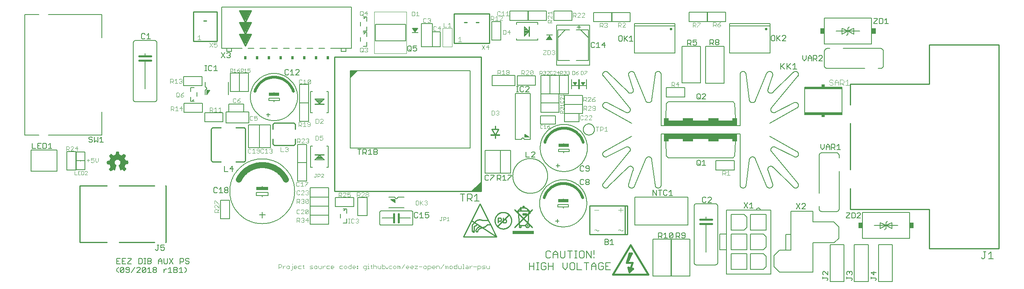
<source format=gto>
G75*
%MOIN*%
%OFA0B0*%
%FSLAX25Y25*%
%IPPOS*%
%LPD*%
%AMOC8*
5,1,8,0,0,1.08239X$1,22.5*
%
%ADD10R,0.01485X0.00015*%
%ADD11R,0.00045X0.00015*%
%ADD12R,0.00105X0.00015*%
%ADD13R,0.00165X0.00015*%
%ADD14R,0.00225X0.00015*%
%ADD15R,0.00285X0.00015*%
%ADD16R,0.00345X0.00015*%
%ADD17R,0.00405X0.00015*%
%ADD18R,0.00435X0.00015*%
%ADD19R,0.00465X0.00015*%
%ADD20R,0.00495X0.00015*%
%ADD21R,0.00540X0.00015*%
%ADD22R,0.00585X0.00015*%
%ADD23R,0.00645X0.00015*%
%ADD24R,0.00150X0.00015*%
%ADD25R,0.00675X0.00015*%
%ADD26R,0.00195X0.00015*%
%ADD27R,0.00705X0.00015*%
%ADD28R,0.00240X0.00015*%
%ADD29R,0.00735X0.00015*%
%ADD30R,0.00270X0.00015*%
%ADD31R,0.00765X0.00015*%
%ADD32R,0.00300X0.00015*%
%ADD33R,0.00810X0.00015*%
%ADD34R,0.00360X0.00015*%
%ADD35R,0.00855X0.00015*%
%ADD36R,0.00435X0.00015*%
%ADD37R,0.00915X0.00015*%
%ADD38R,0.00465X0.00015*%
%ADD39R,0.00945X0.00015*%
%ADD40R,0.00960X0.00015*%
%ADD41R,0.00525X0.00015*%
%ADD42R,0.00990X0.00015*%
%ADD43R,0.00555X0.00015*%
%ADD44R,0.01035X0.00015*%
%ADD45R,0.00600X0.00015*%
%ADD46R,0.01080X0.00015*%
%ADD47R,0.01125X0.00015*%
%ADD48R,0.01170X0.00015*%
%ADD49R,0.00720X0.00015*%
%ADD50R,0.01200X0.00015*%
%ADD51R,0.00750X0.00015*%
%ADD52R,0.01230X0.00015*%
%ADD53R,0.00780X0.00015*%
%ADD54R,0.01260X0.00015*%
%ADD55R,0.00810X0.00015*%
%ADD56R,0.01305X0.00015*%
%ADD57R,0.01365X0.00015*%
%ADD58R,0.00900X0.00015*%
%ADD59R,0.01395X0.00015*%
%ADD60R,0.01440X0.00015*%
%ADD61R,0.01470X0.00015*%
%ADD62R,0.01005X0.00015*%
%ADD63R,0.01500X0.00015*%
%ADD64R,0.01020X0.00015*%
%ADD65R,0.01530X0.00015*%
%ADD66R,0.01065X0.00015*%
%ADD67R,0.01575X0.00015*%
%ADD68R,0.01095X0.00015*%
%ADD69R,0.01635X0.00015*%
%ADD70R,0.01155X0.00015*%
%ADD71R,0.01680X0.00015*%
%ADD72R,0.01200X0.00015*%
%ADD73R,0.01710X0.00015*%
%ADD74R,0.01230X0.00015*%
%ADD75R,0.01725X0.00015*%
%ADD76R,0.01245X0.00015*%
%ADD77R,0.01755X0.00015*%
%ADD78R,0.01275X0.00015*%
%ADD79R,0.01800X0.00015*%
%ADD80R,0.01320X0.00015*%
%ADD81R,0.01860X0.00015*%
%ADD82R,0.01905X0.00015*%
%ADD83R,0.01410X0.00015*%
%ADD84R,0.01935X0.00015*%
%ADD85R,0.01455X0.00015*%
%ADD86R,0.01965X0.00015*%
%ADD87R,0.01485X0.00015*%
%ADD88R,0.01995X0.00015*%
%ADD89R,0.01515X0.00015*%
%ADD90R,0.02040X0.00015*%
%ADD91R,0.01530X0.00015*%
%ADD92R,0.02070X0.00015*%
%ADD93R,0.01575X0.00015*%
%ADD94R,0.02115X0.00015*%
%ADD95R,0.01620X0.00015*%
%ADD96R,0.02160X0.00015*%
%ADD97R,0.01665X0.00015*%
%ADD98R,0.02190X0.00015*%
%ADD99R,0.00075X0.00015*%
%ADD100R,0.01695X0.00015*%
%ADD101R,0.02220X0.00015*%
%ADD102R,0.00105X0.00015*%
%ADD103R,0.02235X0.00015*%
%ADD104R,0.00135X0.00015*%
%ADD105R,0.01755X0.00015*%
%ADD106R,0.02280X0.00015*%
%ADD107R,0.00180X0.00015*%
%ADD108R,0.01785X0.00015*%
%ADD109R,0.02340X0.00015*%
%ADD110R,0.00240X0.00015*%
%ADD111R,0.01830X0.00015*%
%ADD112R,0.02385X0.00015*%
%ADD113R,0.01890X0.00015*%
%ADD114R,0.02415X0.00015*%
%ADD115R,0.00330X0.00015*%
%ADD116R,0.00120X0.00015*%
%ADD117R,0.01920X0.00015*%
%ADD118R,0.02430X0.00015*%
%ADD119R,0.00375X0.00015*%
%ADD120R,0.02460X0.00015*%
%ADD121R,0.00405X0.00015*%
%ADD122R,0.00195X0.00015*%
%ADD123R,0.01965X0.00015*%
%ADD124R,0.02505X0.00015*%
%ADD125R,0.00210X0.00015*%
%ADD126R,0.02010X0.00015*%
%ADD127R,0.02535X0.00015*%
%ADD128R,0.00480X0.00015*%
%ADD129R,0.02580X0.00015*%
%ADD130R,0.00540X0.00015*%
%ADD131R,0.02085X0.00015*%
%ADD132R,0.02625X0.00015*%
%ADD133R,0.02130X0.00015*%
%ADD134R,0.02670X0.00015*%
%ADD135R,0.00630X0.00015*%
%ADD136R,0.02700X0.00015*%
%ADD137R,0.00660X0.00015*%
%ADD138R,0.00450X0.00015*%
%ADD139R,0.02190X0.00015*%
%ADD140R,0.02715X0.00015*%
%ADD141R,0.02205X0.00015*%
%ADD142R,0.02745X0.00015*%
%ADD143R,0.00510X0.00015*%
%ADD144R,0.02235X0.00015*%
%ADD145R,0.02775X0.00015*%
%ADD146R,0.02820X0.00015*%
%ADD147R,0.02310X0.00015*%
%ADD148R,0.02880X0.00015*%
%ADD149R,0.00855X0.00015*%
%ADD150R,0.02355X0.00015*%
%ADD151R,0.02895X0.00015*%
%ADD152R,0.00870X0.00015*%
%ADD153R,0.00660X0.00015*%
%ADD154R,0.02925X0.00015*%
%ADD155R,0.00690X0.00015*%
%ADD156R,0.02970X0.00015*%
%ADD157R,0.03000X0.00015*%
%ADD158R,0.00750X0.00015*%
%ADD159R,0.03045X0.00015*%
%ADD160R,0.01005X0.00015*%
%ADD161R,0.00780X0.00015*%
%ADD162R,0.02505X0.00015*%
%ADD163R,0.03090X0.00015*%
%ADD164R,0.01050X0.00015*%
%ADD165R,0.00825X0.00015*%
%ADD166R,0.02550X0.00015*%
%ADD167R,0.03135X0.00015*%
%ADD168R,0.01095X0.00015*%
%ADD169R,0.00870X0.00015*%
%ADD170R,0.03165X0.00015*%
%ADD171R,0.01125X0.00015*%
%ADD172R,0.02625X0.00015*%
%ADD173R,0.03195X0.00015*%
%ADD174R,0.01140X0.00015*%
%ADD175R,0.00930X0.00015*%
%ADD176R,0.02655X0.00015*%
%ADD177R,0.03210X0.00015*%
%ADD178R,0.00960X0.00015*%
%ADD179R,0.03240X0.00015*%
%ADD180R,0.02700X0.00015*%
%ADD181R,0.03285X0.00015*%
%ADD182R,0.01245X0.00015*%
%ADD183R,0.02745X0.00015*%
%ADD184R,0.03330X0.00015*%
%ADD185R,0.02790X0.00015*%
%ADD186R,0.03360X0.00015*%
%ADD187R,0.01110X0.00015*%
%ADD188R,0.02835X0.00015*%
%ADD189R,0.03390X0.00015*%
%ADD190R,0.01335X0.00015*%
%ADD191R,0.01140X0.00015*%
%ADD192R,0.02865X0.00015*%
%ADD193R,0.03420X0.00015*%
%ADD194R,0.01155X0.00015*%
%ADD195R,0.04905X0.00015*%
%ADD196R,0.04920X0.00015*%
%ADD197R,0.02940X0.00015*%
%ADD198R,0.04950X0.00015*%
%ADD199R,0.02985X0.00015*%
%ADD200R,0.04965X0.00015*%
%ADD201R,0.01275X0.00015*%
%ADD202R,0.03015X0.00015*%
%ADD203R,0.04980X0.00015*%
%ADD204R,0.03045X0.00015*%
%ADD205R,0.05010X0.00015*%
%ADD206R,0.01335X0.00015*%
%ADD207R,0.03075X0.00015*%
%ADD208R,0.01350X0.00015*%
%ADD209R,0.03105X0.00015*%
%ADD210R,0.05040X0.00015*%
%ADD211R,0.01380X0.00015*%
%ADD212R,0.05040X0.00015*%
%ADD213R,0.01410X0.00015*%
%ADD214R,0.03180X0.00015*%
%ADD215R,0.05070X0.00015*%
%ADD216R,0.03225X0.00015*%
%ADD217R,0.03255X0.00015*%
%ADD218R,0.05085X0.00015*%
%ADD219R,0.01515X0.00015*%
%ADD220R,0.03300X0.00015*%
%ADD221R,0.05100X0.00015*%
%ADD222R,0.04935X0.00015*%
%ADD223R,0.05115X0.00015*%
%ADD224R,0.04995X0.00015*%
%ADD225R,0.05130X0.00015*%
%ADD226R,0.05010X0.00015*%
%ADD227R,0.05130X0.00015*%
%ADD228R,0.05010X0.00015*%
%ADD229R,0.05025X0.00015*%
%ADD230R,0.05040X0.00015*%
%ADD231R,0.05055X0.00015*%
%ADD232R,0.05130X0.00015*%
%ADD233R,0.05085X0.00015*%
%ADD234R,0.05115X0.00015*%
%ADD235R,0.05145X0.00015*%
%ADD236R,0.05160X0.00015*%
%ADD237R,0.05130X0.00015*%
%ADD238R,0.05190X0.00015*%
%ADD239R,0.05190X0.00015*%
%ADD240R,0.05205X0.00015*%
%ADD241R,0.05220X0.00015*%
%ADD242R,0.05070X0.00015*%
%ADD243R,0.05085X0.00015*%
%ADD244R,0.05205X0.00015*%
%ADD245R,0.05220X0.00015*%
%ADD246R,0.05055X0.00015*%
%ADD247R,0.05025X0.00015*%
%ADD248R,0.05205X0.00015*%
%ADD249R,0.05025X0.00015*%
%ADD250R,0.05190X0.00015*%
%ADD251R,0.05190X0.00015*%
%ADD252R,0.04995X0.00015*%
%ADD253R,0.05175X0.00015*%
%ADD254R,0.04950X0.00015*%
%ADD255R,0.05145X0.00015*%
%ADD256R,0.05145X0.00015*%
%ADD257R,0.04920X0.00015*%
%ADD258R,0.04905X0.00015*%
%ADD259R,0.04905X0.00015*%
%ADD260R,0.05115X0.00015*%
%ADD261R,0.04890X0.00015*%
%ADD262R,0.04890X0.00015*%
%ADD263R,0.04875X0.00015*%
%ADD264R,0.04845X0.00015*%
%ADD265R,0.04830X0.00015*%
%ADD266R,0.04830X0.00015*%
%ADD267R,0.05070X0.00015*%
%ADD268R,0.04830X0.00015*%
%ADD269R,0.04815X0.00015*%
%ADD270R,0.04800X0.00015*%
%ADD271R,0.04800X0.00015*%
%ADD272R,0.05010X0.00015*%
%ADD273R,0.04785X0.00015*%
%ADD274R,0.04770X0.00015*%
%ADD275R,0.04770X0.00015*%
%ADD276R,0.04755X0.00015*%
%ADD277R,0.04740X0.00015*%
%ADD278R,0.04725X0.00015*%
%ADD279R,0.04725X0.00015*%
%ADD280R,0.04980X0.00015*%
%ADD281R,0.04710X0.00015*%
%ADD282R,0.04725X0.00015*%
%ADD283R,0.04710X0.00015*%
%ADD284R,0.04695X0.00015*%
%ADD285R,0.04680X0.00015*%
%ADD286R,0.04695X0.00015*%
%ADD287R,0.04680X0.00015*%
%ADD288R,0.04905X0.00015*%
%ADD289R,0.04665X0.00015*%
%ADD290R,0.04650X0.00015*%
%ADD291R,0.04635X0.00015*%
%ADD292R,0.04620X0.00015*%
%ADD293R,0.04620X0.00015*%
%ADD294R,0.04890X0.00015*%
%ADD295R,0.04605X0.00015*%
%ADD296R,0.04605X0.00015*%
%ADD297R,0.04590X0.00015*%
%ADD298R,0.04845X0.00015*%
%ADD299R,0.04575X0.00015*%
%ADD300R,0.04590X0.00015*%
%ADD301R,0.04575X0.00015*%
%ADD302R,0.04845X0.00015*%
%ADD303R,0.04560X0.00015*%
%ADD304R,0.04545X0.00015*%
%ADD305R,0.04530X0.00015*%
%ADD306R,0.04515X0.00015*%
%ADD307R,0.04530X0.00015*%
%ADD308R,0.04500X0.00015*%
%ADD309R,0.04515X0.00015*%
%ADD310R,0.04785X0.00015*%
%ADD311R,0.04485X0.00015*%
%ADD312R,0.04755X0.00015*%
%ADD313R,0.04470X0.00015*%
%ADD314R,0.04740X0.00015*%
%ADD315R,0.04485X0.00015*%
%ADD316R,0.04755X0.00015*%
%ADD317R,0.04545X0.00015*%
%ADD318R,0.04695X0.00015*%
%ADD319R,0.04680X0.00015*%
%ADD320R,0.04665X0.00015*%
%ADD321R,0.04725X0.00015*%
%ADD322R,0.04680X0.00015*%
%ADD323R,0.04860X0.00015*%
%ADD324R,0.04740X0.00015*%
%ADD325R,0.04875X0.00015*%
%ADD326R,0.04965X0.00015*%
%ADD327R,0.04860X0.00015*%
%ADD328R,0.04995X0.00015*%
%ADD329R,0.04875X0.00015*%
%ADD330R,0.04980X0.00015*%
%ADD331R,0.05235X0.00015*%
%ADD332R,0.05235X0.00015*%
%ADD333R,0.05250X0.00015*%
%ADD334R,0.05280X0.00015*%
%ADD335R,0.05295X0.00015*%
%ADD336R,0.05325X0.00015*%
%ADD337R,0.05340X0.00015*%
%ADD338R,0.05235X0.00015*%
%ADD339R,0.05355X0.00015*%
%ADD340R,0.05370X0.00015*%
%ADD341R,0.05265X0.00015*%
%ADD342R,0.05370X0.00015*%
%ADD343R,0.05280X0.00015*%
%ADD344R,0.05385X0.00015*%
%ADD345R,0.05295X0.00015*%
%ADD346R,0.05400X0.00015*%
%ADD347R,0.05415X0.00015*%
%ADD348R,0.05310X0.00015*%
%ADD349R,0.05430X0.00015*%
%ADD350R,0.05445X0.00015*%
%ADD351R,0.05460X0.00015*%
%ADD352R,0.05355X0.00015*%
%ADD353R,0.05475X0.00015*%
%ADD354R,0.05505X0.00015*%
%ADD355R,0.05520X0.00015*%
%ADD356R,0.05535X0.00015*%
%ADD357R,0.05550X0.00015*%
%ADD358R,0.05550X0.00015*%
%ADD359R,0.05475X0.00015*%
%ADD360R,0.05490X0.00015*%
%ADD361R,0.05475X0.00015*%
%ADD362R,0.05385X0.00015*%
%ADD363R,0.05370X0.00015*%
%ADD364R,0.05325X0.00015*%
%ADD365R,0.05310X0.00015*%
%ADD366R,0.05265X0.00015*%
%ADD367R,0.05175X0.00015*%
%ADD368R,0.04980X0.00015*%
%ADD369R,0.04965X0.00015*%
%ADD370R,0.04860X0.00015*%
%ADD371R,0.04845X0.00015*%
%ADD372R,0.04815X0.00015*%
%ADD373R,0.04770X0.00015*%
%ADD374R,0.05295X0.00015*%
%ADD375R,0.04635X0.00015*%
%ADD376R,0.05610X0.00015*%
%ADD377R,0.05700X0.00015*%
%ADD378R,0.05760X0.00015*%
%ADD379R,0.05805X0.00015*%
%ADD380R,0.05850X0.00015*%
%ADD381R,0.05895X0.00015*%
%ADD382R,0.06000X0.00015*%
%ADD383R,0.06135X0.00015*%
%ADD384R,0.06225X0.00015*%
%ADD385R,0.06300X0.00015*%
%ADD386R,0.06330X0.00015*%
%ADD387R,0.06375X0.00015*%
%ADD388R,0.06450X0.00015*%
%ADD389R,0.06570X0.00015*%
%ADD390R,0.05565X0.00015*%
%ADD391R,0.06690X0.00015*%
%ADD392R,0.06735X0.00015*%
%ADD393R,0.05790X0.00015*%
%ADD394R,0.06765X0.00015*%
%ADD395R,0.05850X0.00015*%
%ADD396R,0.06780X0.00015*%
%ADD397R,0.05895X0.00015*%
%ADD398R,0.06795X0.00015*%
%ADD399R,0.05955X0.00015*%
%ADD400R,0.06810X0.00015*%
%ADD401R,0.06060X0.00015*%
%ADD402R,0.06195X0.00015*%
%ADD403R,0.06825X0.00015*%
%ADD404R,0.06330X0.00015*%
%ADD405R,0.06840X0.00015*%
%ADD406R,0.06390X0.00015*%
%ADD407R,0.06495X0.00015*%
%ADD408R,0.06840X0.00015*%
%ADD409R,0.06555X0.00015*%
%ADD410R,0.06825X0.00015*%
%ADD411R,0.06645X0.00015*%
%ADD412R,0.06825X0.00015*%
%ADD413R,0.06705X0.00015*%
%ADD414R,0.06705X0.00015*%
%ADD415R,0.06810X0.00015*%
%ADD416R,0.06720X0.00015*%
%ADD417R,0.06795X0.00015*%
%ADD418R,0.06750X0.00015*%
%ADD419R,0.06765X0.00015*%
%ADD420R,0.06795X0.00015*%
%ADD421R,0.06780X0.00015*%
%ADD422R,0.06780X0.00015*%
%ADD423R,0.06750X0.00015*%
%ADD424R,0.06720X0.00015*%
%ADD425R,0.06720X0.00015*%
%ADD426R,0.06705X0.00015*%
%ADD427R,0.06705X0.00015*%
%ADD428R,0.06690X0.00015*%
%ADD429R,0.06675X0.00015*%
%ADD430R,0.06690X0.00015*%
%ADD431R,0.06675X0.00015*%
%ADD432R,0.06675X0.00015*%
%ADD433R,0.06660X0.00015*%
%ADD434R,0.06675X0.00015*%
%ADD435R,0.06660X0.00015*%
%ADD436R,0.06660X0.00015*%
%ADD437R,0.06645X0.00015*%
%ADD438R,0.06630X0.00015*%
%ADD439R,0.06660X0.00015*%
%ADD440R,0.06630X0.00015*%
%ADD441R,0.06645X0.00015*%
%ADD442R,0.06735X0.00015*%
%ADD443R,0.06765X0.00015*%
%ADD444R,0.06780X0.00015*%
%ADD445R,0.06825X0.00015*%
%ADD446R,0.06855X0.00015*%
%ADD447R,0.06855X0.00015*%
%ADD448R,0.06870X0.00015*%
%ADD449R,0.06885X0.00015*%
%ADD450R,0.06525X0.00015*%
%ADD451R,0.06405X0.00015*%
%ADD452R,0.06255X0.00015*%
%ADD453R,0.06165X0.00015*%
%ADD454R,0.06870X0.00015*%
%ADD455R,0.06120X0.00015*%
%ADD456R,0.06885X0.00015*%
%ADD457R,0.06060X0.00015*%
%ADD458R,0.06015X0.00015*%
%ADD459R,0.05910X0.00015*%
%ADD460R,0.05670X0.00015*%
%ADD461R,0.05595X0.00015*%
%ADD462R,0.06585X0.00015*%
%ADD463R,0.05160X0.00015*%
%ADD464R,0.06390X0.00015*%
%ADD465R,0.05025X0.00015*%
%ADD466R,0.06330X0.00015*%
%ADD467R,0.06075X0.00015*%
%ADD468R,0.05820X0.00015*%
%ADD469R,0.05775X0.00015*%
%ADD470R,0.05685X0.00015*%
%ADD471R,0.05460X0.00015*%
%ADD472R,0.04860X0.00015*%
%ADD473R,0.04935X0.00015*%
%ADD474R,0.05160X0.00015*%
%ADD475R,0.05325X0.00015*%
%ADD476R,0.05340X0.00015*%
%ADD477R,0.05355X0.00015*%
%ADD478R,0.05430X0.00015*%
%ADD479R,0.05535X0.00015*%
%ADD480R,0.05595X0.00015*%
%ADD481R,0.05640X0.00015*%
%ADD482R,0.05640X0.00015*%
%ADD483R,0.05670X0.00015*%
%ADD484R,0.05685X0.00015*%
%ADD485R,0.05700X0.00015*%
%ADD486R,0.05715X0.00015*%
%ADD487R,0.05715X0.00015*%
%ADD488R,0.05730X0.00015*%
%ADD489R,0.05745X0.00015*%
%ADD490R,0.05760X0.00015*%
%ADD491R,0.06000X0.00015*%
%ADD492R,0.06105X0.00015*%
%ADD493R,0.06180X0.00015*%
%ADD494R,0.06210X0.00015*%
%ADD495R,0.12690X0.00015*%
%ADD496R,0.12675X0.00015*%
%ADD497R,0.12660X0.00015*%
%ADD498R,0.12660X0.00015*%
%ADD499R,0.12645X0.00015*%
%ADD500R,0.12615X0.00015*%
%ADD501R,0.12600X0.00015*%
%ADD502R,0.12585X0.00015*%
%ADD503R,0.12555X0.00015*%
%ADD504R,0.12540X0.00015*%
%ADD505R,0.12525X0.00015*%
%ADD506R,0.12510X0.00015*%
%ADD507R,0.12510X0.00015*%
%ADD508R,0.12480X0.00015*%
%ADD509R,0.12450X0.00015*%
%ADD510R,0.12435X0.00015*%
%ADD511R,0.12420X0.00015*%
%ADD512R,0.12390X0.00015*%
%ADD513R,0.12375X0.00015*%
%ADD514R,0.12360X0.00015*%
%ADD515R,0.12330X0.00015*%
%ADD516R,0.12300X0.00015*%
%ADD517R,0.12285X0.00015*%
%ADD518R,0.12270X0.00015*%
%ADD519R,0.12255X0.00015*%
%ADD520R,0.12240X0.00015*%
%ADD521R,0.12225X0.00015*%
%ADD522R,0.12195X0.00015*%
%ADD523R,0.12165X0.00015*%
%ADD524R,0.12150X0.00015*%
%ADD525R,0.12135X0.00015*%
%ADD526R,0.12120X0.00015*%
%ADD527R,0.12090X0.00015*%
%ADD528R,0.12075X0.00015*%
%ADD529R,0.12060X0.00015*%
%ADD530R,0.12045X0.00015*%
%ADD531R,0.12015X0.00015*%
%ADD532R,0.12000X0.00015*%
%ADD533R,0.11985X0.00015*%
%ADD534R,0.11955X0.00015*%
%ADD535R,0.11940X0.00015*%
%ADD536R,0.11925X0.00015*%
%ADD537R,0.11910X0.00015*%
%ADD538R,0.11910X0.00015*%
%ADD539R,0.11880X0.00015*%
%ADD540R,0.11850X0.00015*%
%ADD541R,0.11835X0.00015*%
%ADD542R,0.11805X0.00015*%
%ADD543R,0.11775X0.00015*%
%ADD544R,0.11760X0.00015*%
%ADD545R,0.11745X0.00015*%
%ADD546R,0.11730X0.00015*%
%ADD547R,0.11700X0.00015*%
%ADD548R,0.11700X0.00015*%
%ADD549R,0.11685X0.00015*%
%ADD550R,0.11655X0.00015*%
%ADD551R,0.11640X0.00015*%
%ADD552R,0.11625X0.00015*%
%ADD553R,0.11625X0.00015*%
%ADD554R,0.11670X0.00015*%
%ADD555R,0.11715X0.00015*%
%ADD556R,0.11790X0.00015*%
%ADD557R,0.11820X0.00015*%
%ADD558R,0.11820X0.00015*%
%ADD559R,0.11880X0.00015*%
%ADD560R,0.11895X0.00015*%
%ADD561R,0.11970X0.00015*%
%ADD562R,0.12045X0.00015*%
%ADD563R,0.12075X0.00015*%
%ADD564R,0.12105X0.00015*%
%ADD565R,0.12135X0.00015*%
%ADD566R,0.12165X0.00015*%
%ADD567R,0.12180X0.00015*%
%ADD568R,0.12195X0.00015*%
%ADD569R,0.12210X0.00015*%
%ADD570R,0.12225X0.00015*%
%ADD571R,0.12255X0.00015*%
%ADD572R,0.12360X0.00015*%
%ADD573R,0.12390X0.00015*%
%ADD574R,0.12405X0.00015*%
%ADD575R,0.12435X0.00015*%
%ADD576R,0.12480X0.00015*%
%ADD577R,0.12480X0.00015*%
%ADD578R,0.12510X0.00015*%
%ADD579R,0.12570X0.00015*%
%ADD580R,0.12630X0.00015*%
%ADD581R,0.12675X0.00015*%
%ADD582R,0.12705X0.00015*%
%ADD583R,0.12735X0.00015*%
%ADD584R,0.12750X0.00015*%
%ADD585R,0.12780X0.00015*%
%ADD586R,0.12795X0.00015*%
%ADD587R,0.12810X0.00015*%
%ADD588R,0.12840X0.00015*%
%ADD589R,0.12855X0.00015*%
%ADD590R,0.12885X0.00015*%
%ADD591R,0.12900X0.00015*%
%ADD592R,0.12915X0.00015*%
%ADD593R,0.12945X0.00015*%
%ADD594R,0.12960X0.00015*%
%ADD595R,0.12990X0.00015*%
%ADD596R,0.13005X0.00015*%
%ADD597R,0.13020X0.00015*%
%ADD598R,0.13035X0.00015*%
%ADD599R,0.13065X0.00015*%
%ADD600R,0.13080X0.00015*%
%ADD601R,0.13110X0.00015*%
%ADD602R,0.13125X0.00015*%
%ADD603R,0.13155X0.00015*%
%ADD604R,0.13170X0.00015*%
%ADD605R,0.13200X0.00015*%
%ADD606R,0.13230X0.00015*%
%ADD607R,0.13260X0.00015*%
%ADD608R,0.13290X0.00015*%
%ADD609R,0.13320X0.00015*%
%ADD610R,0.13350X0.00015*%
%ADD611R,0.13365X0.00015*%
%ADD612R,0.13395X0.00015*%
%ADD613R,0.13425X0.00015*%
%ADD614R,0.13455X0.00015*%
%ADD615R,0.13470X0.00015*%
%ADD616R,0.13500X0.00015*%
%ADD617R,0.13530X0.00015*%
%ADD618R,0.13560X0.00015*%
%ADD619R,0.13575X0.00015*%
%ADD620R,0.13605X0.00015*%
%ADD621R,0.13635X0.00015*%
%ADD622R,0.13650X0.00015*%
%ADD623R,0.13680X0.00015*%
%ADD624R,0.13695X0.00015*%
%ADD625R,0.13725X0.00015*%
%ADD626R,0.13740X0.00015*%
%ADD627R,0.13770X0.00015*%
%ADD628R,0.13785X0.00015*%
%ADD629R,0.13800X0.00015*%
%ADD630R,0.13830X0.00015*%
%ADD631R,0.13860X0.00015*%
%ADD632R,0.13875X0.00015*%
%ADD633R,0.13905X0.00015*%
%ADD634R,0.13935X0.00015*%
%ADD635R,0.13950X0.00015*%
%ADD636R,0.13980X0.00015*%
%ADD637R,0.14010X0.00015*%
%ADD638R,0.14025X0.00015*%
%ADD639R,0.14055X0.00015*%
%ADD640R,0.14070X0.00015*%
%ADD641R,0.14085X0.00015*%
%ADD642R,0.14115X0.00015*%
%ADD643R,0.14145X0.00015*%
%ADD644R,0.14160X0.00015*%
%ADD645R,0.14190X0.00015*%
%ADD646R,0.14205X0.00015*%
%ADD647R,0.14220X0.00015*%
%ADD648R,0.14235X0.00015*%
%ADD649R,0.14265X0.00015*%
%ADD650R,0.14280X0.00015*%
%ADD651R,0.14295X0.00015*%
%ADD652R,0.14295X0.00015*%
%ADD653R,0.14250X0.00015*%
%ADD654R,0.14205X0.00015*%
%ADD655R,0.14175X0.00015*%
%ADD656R,0.14160X0.00015*%
%ADD657R,0.14130X0.00015*%
%ADD658R,0.14100X0.00015*%
%ADD659R,0.14040X0.00015*%
%ADD660R,0.14010X0.00015*%
%ADD661R,0.03465X0.00015*%
%ADD662R,0.10440X0.00015*%
%ADD663R,0.03420X0.00015*%
%ADD664R,0.10395X0.00015*%
%ADD665R,0.03375X0.00015*%
%ADD666R,0.10335X0.00015*%
%ADD667R,0.03570X0.00015*%
%ADD668R,0.06600X0.00015*%
%ADD669R,0.03525X0.00015*%
%ADD670R,0.03270X0.00015*%
%ADD671R,0.03495X0.00015*%
%ADD672R,0.03210X0.00015*%
%ADD673R,0.06480X0.00015*%
%ADD674R,0.03435X0.00015*%
%ADD675R,0.03165X0.00015*%
%ADD676R,0.03390X0.00015*%
%ADD677R,0.03120X0.00015*%
%ADD678R,0.06315X0.00015*%
%ADD679R,0.03345X0.00015*%
%ADD680R,0.03090X0.00015*%
%ADD681R,0.03075X0.00015*%
%ADD682R,0.06225X0.00015*%
%ADD683R,0.03270X0.00015*%
%ADD684R,0.06180X0.00015*%
%ADD685R,0.02970X0.00015*%
%ADD686R,0.06075X0.00015*%
%ADD687R,0.03195X0.00015*%
%ADD688R,0.02925X0.00015*%
%ADD689R,0.05985X0.00015*%
%ADD690R,0.03135X0.00015*%
%ADD691R,0.02850X0.00015*%
%ADD692R,0.05835X0.00015*%
%ADD693R,0.03030X0.00015*%
%ADD694R,0.02805X0.00015*%
%ADD695R,0.02730X0.00015*%
%ADD696R,0.05625X0.00015*%
%ADD697R,0.02925X0.00015*%
%ADD698R,0.02640X0.00015*%
%ADD699R,0.02595X0.00015*%
%ADD700R,0.02565X0.00015*%
%ADD701R,0.02760X0.00015*%
%ADD702R,0.02520X0.00015*%
%ADD703R,0.02730X0.00015*%
%ADD704R,0.02475X0.00015*%
%ADD705R,0.02685X0.00015*%
%ADD706R,0.02445X0.00015*%
%ADD707R,0.02400X0.00015*%
%ADD708R,0.02370X0.00015*%
%ADD709R,0.02565X0.00015*%
%ADD710R,0.02340X0.00015*%
%ADD711R,0.02325X0.00015*%
%ADD712R,0.02505X0.00015*%
%ADD713R,0.02280X0.00015*%
%ADD714R,0.02460X0.00015*%
%ADD715R,0.04560X0.00015*%
%ADD716R,0.02190X0.00015*%
%ADD717R,0.04440X0.00015*%
%ADD718R,0.02370X0.00015*%
%ADD719R,0.02145X0.00015*%
%ADD720R,0.04365X0.00015*%
%ADD721R,0.04320X0.00015*%
%ADD722R,0.02310X0.00015*%
%ADD723R,0.02100X0.00015*%
%ADD724R,0.04260X0.00015*%
%ADD725R,0.04200X0.00015*%
%ADD726R,0.02265X0.00015*%
%ADD727R,0.02040X0.00015*%
%ADD728R,0.04095X0.00015*%
%ADD729R,0.02220X0.00015*%
%ADD730R,0.03915X0.00015*%
%ADD731R,0.02175X0.00015*%
%ADD732R,0.03765X0.00015*%
%ADD733R,0.03675X0.00015*%
%ADD734R,0.01890X0.00015*%
%ADD735R,0.03615X0.00015*%
%ADD736R,0.02055X0.00015*%
%ADD737R,0.01860X0.00015*%
%ADD738R,0.03555X0.00015*%
%ADD739R,0.01815X0.00015*%
%ADD740R,0.03450X0.00015*%
%ADD741R,0.01725X0.00015*%
%ADD742R,0.03315X0.00015*%
%ADD743R,0.01905X0.00015*%
%ADD744R,0.01680X0.00015*%
%ADD745R,0.01650X0.00015*%
%ADD746R,0.01620X0.00015*%
%ADD747R,0.01590X0.00015*%
%ADD748R,0.01770X0.00015*%
%ADD749R,0.01560X0.00015*%
%ADD750R,0.03240X0.00015*%
%ADD751R,0.01740X0.00015*%
%ADD752R,0.01665X0.00015*%
%ADD753R,0.01455X0.00015*%
%ADD754R,0.01635X0.00015*%
%ADD755R,0.01410X0.00015*%
%ADD756R,0.01395X0.00015*%
%ADD757R,0.01365X0.00015*%
%ADD758R,0.01335X0.00015*%
%ADD759R,0.01290X0.00015*%
%ADD760R,0.03210X0.00015*%
%ADD761R,0.01455X0.00015*%
%ADD762R,0.01185X0.00015*%
%ADD763R,0.01290X0.00015*%
%ADD764R,0.01110X0.00015*%
%ADD765R,0.01260X0.00015*%
%ADD766R,0.03180X0.00015*%
%ADD767R,0.00975X0.00015*%
%ADD768R,0.03150X0.00015*%
%ADD769R,0.00885X0.00015*%
%ADD770R,0.03150X0.00015*%
%ADD771R,0.01050X0.00015*%
%ADD772R,0.00795X0.00015*%
%ADD773R,0.00885X0.00015*%
%ADD774R,0.00690X0.00015*%
%ADD775R,0.00840X0.00015*%
%ADD776R,0.00570X0.00015*%
%ADD777R,0.00525X0.00015*%
%ADD778R,0.03105X0.00015*%
%ADD779R,0.00660X0.00015*%
%ADD780R,0.00615X0.00015*%
%ADD781R,0.00420X0.00015*%
%ADD782R,0.00555X0.00015*%
%ADD783R,0.00390X0.00015*%
%ADD784R,0.00525X0.00015*%
%ADD785R,0.00360X0.00015*%
%ADD786R,0.00495X0.00015*%
%ADD787R,0.03075X0.00015*%
%ADD788R,0.00450X0.00015*%
%ADD789R,0.00225X0.00015*%
%ADD790R,0.00345X0.00015*%
%ADD791R,0.00255X0.00015*%
%ADD792R,0.03060X0.00015*%
%ADD793R,0.00180X0.00015*%
%ADD794R,0.00075X0.00015*%
%ADD795R,0.03000X0.00015*%
%ADD796R,0.02955X0.00015*%
%ADD797R,0.02940X0.00015*%
%ADD798R,0.02940X0.00015*%
%ADD799R,0.02910X0.00015*%
%ADD800R,0.02910X0.00015*%
%ADD801R,0.02865X0.00015*%
%ADD802R,0.02805X0.00015*%
%ADD803R,0.02775X0.00015*%
%ADD804R,0.02760X0.00015*%
%ADD805R,0.02655X0.00015*%
%ADD806R,0.02640X0.00015*%
%ADD807R,0.02610X0.00015*%
%ADD808R,0.02595X0.00015*%
%ADD809R,0.02535X0.00015*%
%ADD810R,0.02475X0.00015*%
%ADD811R,0.02175X0.00015*%
%ADD812R,0.01575X0.00015*%
%ADD813C,0.00500*%
%ADD814C,0.00400*%
%ADD815C,0.01600*%
%ADD816C,0.00700*%
%ADD817C,0.00600*%
%ADD818R,0.03500X0.05000*%
%ADD819R,0.31496X0.01969*%
%ADD820R,0.03000X0.02250*%
%ADD821C,0.02174*%
%ADD822R,0.09000X0.02500*%
%ADD823C,0.02400*%
%ADD824C,0.01000*%
%ADD825R,0.62000X0.04000*%
%ADD826R,0.04000X0.02000*%
%ADD827R,0.08500X0.02000*%
%ADD828C,0.00300*%
%ADD829R,0.05512X0.00787*%
%ADD830C,0.00800*%
%ADD831C,0.00200*%
%ADD832R,0.09000X0.02000*%
%ADD833R,0.07000X0.02000*%
%ADD834R,0.05000X0.02000*%
%ADD835R,0.03000X0.02000*%
%ADD836R,0.01000X0.01000*%
%ADD837R,0.02000X0.03000*%
%ADD838R,0.00787X0.00787*%
%ADD839R,0.08268X0.01181*%
%ADD840R,0.10000X0.02500*%
%ADD841C,0.05000*%
%ADD842R,0.18000X0.03000*%
D10*
X0135319Y0162933D03*
D11*
X0140634Y0158094D03*
X0143814Y0157389D03*
X0132429Y0157224D03*
D12*
X0132429Y0157239D03*
D13*
X0132429Y0157254D03*
D14*
X0132429Y0157269D03*
D15*
X0132429Y0157283D03*
X0132519Y0171669D03*
D16*
X0140679Y0158183D03*
X0132429Y0157298D03*
D17*
X0132429Y0157313D03*
X0140694Y0158198D03*
D18*
X0132429Y0157329D03*
D19*
X0132429Y0157344D03*
D20*
X0132429Y0157359D03*
X0143814Y0157524D03*
D21*
X0132436Y0157374D03*
D22*
X0132444Y0157389D03*
X0135459Y0158198D03*
X0140769Y0158289D03*
D23*
X0140784Y0158304D03*
X0143799Y0157583D03*
X0132444Y0157404D03*
D24*
X0140626Y0158124D03*
X0143821Y0157404D03*
D25*
X0143799Y0157598D03*
X0135429Y0158244D03*
X0132444Y0157419D03*
D26*
X0143814Y0157419D03*
D27*
X0140814Y0158348D03*
X0135414Y0158259D03*
X0132444Y0157433D03*
D28*
X0143822Y0157433D03*
D29*
X0132444Y0157448D03*
D30*
X0140657Y0158169D03*
X0143822Y0157448D03*
D31*
X0135399Y0158274D03*
X0132444Y0157463D03*
D32*
X0135557Y0158094D03*
X0143822Y0157463D03*
X0143446Y0171713D03*
D33*
X0132451Y0157479D03*
D34*
X0143822Y0157479D03*
D35*
X0143784Y0157674D03*
X0132459Y0157494D03*
D36*
X0135519Y0158154D03*
X0140709Y0158213D03*
X0143814Y0157494D03*
D37*
X0140874Y0158424D03*
X0135339Y0158348D03*
X0132459Y0157509D03*
X0132549Y0171413D03*
D38*
X0132534Y0171594D03*
X0143814Y0157509D03*
D39*
X0143784Y0157704D03*
X0135324Y0158363D03*
X0132459Y0157524D03*
X0137844Y0173589D03*
X0143424Y0171474D03*
D40*
X0132466Y0157539D03*
D41*
X0143814Y0157539D03*
D42*
X0143776Y0157719D03*
X0140897Y0158469D03*
X0132467Y0157554D03*
X0143417Y0171459D03*
D43*
X0143814Y0157554D03*
D44*
X0132474Y0157569D03*
D45*
X0143807Y0157569D03*
X0132542Y0171548D03*
D46*
X0143417Y0171413D03*
X0140926Y0158498D03*
X0132467Y0157583D03*
D47*
X0132474Y0157598D03*
D48*
X0132481Y0157613D03*
X0135257Y0158454D03*
X0140957Y0158559D03*
X0143401Y0171383D03*
D49*
X0143432Y0171563D03*
X0143791Y0157613D03*
D50*
X0132481Y0157629D03*
D51*
X0143791Y0157629D03*
D52*
X0132481Y0157644D03*
X0132572Y0171294D03*
X0143401Y0171369D03*
D53*
X0143432Y0171533D03*
X0143791Y0157644D03*
D54*
X0132482Y0157659D03*
D55*
X0135376Y0158289D03*
X0143791Y0157659D03*
X0143432Y0171519D03*
D56*
X0141009Y0158619D03*
X0132489Y0157674D03*
D57*
X0132489Y0157689D03*
X0135189Y0158544D03*
X0143754Y0157883D03*
D58*
X0143777Y0157689D03*
X0135346Y0158333D03*
D59*
X0132489Y0157704D03*
D60*
X0132497Y0157719D03*
D61*
X0132497Y0157733D03*
X0141047Y0158709D03*
D62*
X0143769Y0157733D03*
D63*
X0132496Y0157748D03*
X0132586Y0171189D03*
X0143386Y0171263D03*
D64*
X0143417Y0171444D03*
X0132556Y0171383D03*
X0143776Y0157748D03*
D65*
X0132497Y0157763D03*
D66*
X0143769Y0157763D03*
D67*
X0132504Y0157779D03*
D68*
X0143769Y0157779D03*
D69*
X0132504Y0157794D03*
D70*
X0143769Y0157794D03*
D71*
X0132511Y0157809D03*
D72*
X0135257Y0158469D03*
X0140972Y0158574D03*
X0143762Y0157809D03*
D73*
X0132511Y0157824D03*
D74*
X0143761Y0157824D03*
D75*
X0143724Y0158033D03*
X0132519Y0157839D03*
D76*
X0143754Y0157839D03*
D77*
X0132519Y0157854D03*
D78*
X0135219Y0158498D03*
X0143754Y0157854D03*
D79*
X0132512Y0157869D03*
X0143372Y0171144D03*
D80*
X0143402Y0171324D03*
X0143747Y0157869D03*
X0135211Y0158513D03*
D81*
X0132526Y0157883D03*
D82*
X0132534Y0157898D03*
X0132609Y0171024D03*
D83*
X0143747Y0157898D03*
D84*
X0143709Y0158124D03*
X0132534Y0157913D03*
X0132609Y0171009D03*
X0138024Y0173559D03*
D85*
X0141039Y0158694D03*
X0143739Y0157913D03*
D86*
X0132534Y0157929D03*
D87*
X0143739Y0157929D03*
D88*
X0132534Y0157944D03*
X0132609Y0170994D03*
D89*
X0143739Y0157944D03*
D90*
X0143701Y0158169D03*
X0132542Y0157959D03*
X0143357Y0171054D03*
D91*
X0143386Y0171248D03*
X0143731Y0157959D03*
D92*
X0132542Y0157974D03*
X0132616Y0170963D03*
D93*
X0143739Y0157974D03*
D94*
X0132549Y0157989D03*
D95*
X0143732Y0157989D03*
D96*
X0143686Y0158213D03*
X0132557Y0158004D03*
D97*
X0143724Y0158004D03*
D98*
X0132557Y0158019D03*
D99*
X0135609Y0158019D03*
D100*
X0143724Y0158019D03*
D101*
X0132556Y0158033D03*
D102*
X0135609Y0158033D03*
D103*
X0132564Y0158048D03*
X0132624Y0170889D03*
X0138039Y0173513D03*
D104*
X0135609Y0158048D03*
D105*
X0143724Y0158048D03*
D106*
X0143672Y0158274D03*
X0132572Y0158063D03*
D107*
X0135586Y0158063D03*
D108*
X0143724Y0158063D03*
X0132594Y0171083D03*
D109*
X0132572Y0158079D03*
D110*
X0135572Y0158079D03*
D111*
X0143716Y0158079D03*
X0143372Y0171129D03*
D112*
X0143664Y0158319D03*
X0132579Y0158094D03*
D113*
X0143717Y0158094D03*
D114*
X0143664Y0158333D03*
X0132579Y0158109D03*
X0143319Y0170889D03*
D115*
X0132527Y0171654D03*
X0135542Y0158109D03*
D116*
X0140626Y0158109D03*
X0132526Y0171698D03*
D117*
X0143717Y0158109D03*
D118*
X0143657Y0158348D03*
X0132586Y0158124D03*
X0138031Y0173439D03*
D119*
X0135534Y0158124D03*
D120*
X0132586Y0158139D03*
X0143657Y0158363D03*
D121*
X0135534Y0158139D03*
D122*
X0140634Y0158139D03*
D123*
X0143709Y0158139D03*
X0143364Y0171083D03*
D124*
X0132594Y0158154D03*
D125*
X0140641Y0158154D03*
D126*
X0143701Y0158154D03*
X0143357Y0171069D03*
D127*
X0143304Y0170844D03*
X0138024Y0173183D03*
X0138024Y0173198D03*
X0138024Y0173213D03*
X0138024Y0173244D03*
X0132594Y0158169D03*
D128*
X0135511Y0158169D03*
X0140717Y0158244D03*
X0143447Y0171654D03*
D129*
X0143297Y0170813D03*
X0138032Y0173109D03*
X0143641Y0158409D03*
X0132602Y0158183D03*
D130*
X0135482Y0158183D03*
X0140747Y0158274D03*
D131*
X0143694Y0158183D03*
X0143349Y0171024D03*
D132*
X0132609Y0158198D03*
D133*
X0143686Y0158198D03*
X0143342Y0171009D03*
X0132616Y0170933D03*
D134*
X0132677Y0170694D03*
X0138016Y0172898D03*
X0138016Y0172913D03*
X0143627Y0158454D03*
X0132616Y0158213D03*
D135*
X0135451Y0158213D03*
X0132542Y0171533D03*
D136*
X0138016Y0172779D03*
X0132616Y0158229D03*
D137*
X0135436Y0158229D03*
D138*
X0140717Y0158229D03*
D139*
X0143686Y0158229D03*
D140*
X0132624Y0158244D03*
X0138024Y0172674D03*
X0138024Y0172689D03*
X0138024Y0172704D03*
X0138024Y0172719D03*
X0138024Y0172733D03*
D141*
X0143679Y0158244D03*
D142*
X0132624Y0158259D03*
X0138024Y0172598D03*
D143*
X0140732Y0158259D03*
D144*
X0143679Y0158259D03*
D145*
X0132624Y0158274D03*
X0132684Y0170663D03*
X0143274Y0170739D03*
D146*
X0138017Y0172433D03*
X0138017Y0172448D03*
X0132691Y0170633D03*
X0132632Y0158289D03*
D147*
X0143672Y0158289D03*
D148*
X0143611Y0158544D03*
X0132632Y0158304D03*
X0132691Y0170604D03*
X0138017Y0172224D03*
X0138017Y0172239D03*
X0138017Y0172254D03*
X0138017Y0172269D03*
X0138017Y0172283D03*
X0138017Y0172298D03*
X0138017Y0172313D03*
X0143267Y0170694D03*
D149*
X0135354Y0158304D03*
D150*
X0143664Y0158304D03*
D151*
X0143604Y0158559D03*
X0132639Y0158319D03*
D152*
X0135347Y0158319D03*
D153*
X0140792Y0158319D03*
X0132542Y0171519D03*
D154*
X0132639Y0158333D03*
D155*
X0140807Y0158333D03*
D156*
X0132647Y0158348D03*
D157*
X0132646Y0158363D03*
X0143251Y0170648D03*
X0138001Y0171863D03*
X0138001Y0171894D03*
X0138001Y0171909D03*
D158*
X0143432Y0171548D03*
X0132541Y0171489D03*
X0140821Y0158363D03*
D159*
X0132654Y0158379D03*
D160*
X0135309Y0158379D03*
D161*
X0140836Y0158379D03*
D162*
X0143649Y0158379D03*
D163*
X0132661Y0158394D03*
X0138017Y0171624D03*
X0138017Y0171639D03*
X0138017Y0171654D03*
D164*
X0132556Y0171369D03*
X0135287Y0158394D03*
X0140911Y0158483D03*
D165*
X0140859Y0158394D03*
X0132549Y0171459D03*
D166*
X0138032Y0173169D03*
X0143641Y0158394D03*
D167*
X0143574Y0158663D03*
X0132669Y0158409D03*
X0138009Y0171459D03*
X0138009Y0171474D03*
X0138009Y0171489D03*
X0138009Y0171504D03*
X0138009Y0171519D03*
D168*
X0135279Y0158409D03*
D169*
X0140866Y0158409D03*
X0132542Y0171444D03*
D170*
X0137994Y0171398D03*
X0137994Y0171383D03*
X0132669Y0158424D03*
D171*
X0135279Y0158424D03*
X0132564Y0171339D03*
X0143409Y0171398D03*
D172*
X0143289Y0170798D03*
X0138024Y0173004D03*
X0138024Y0173019D03*
X0138024Y0173033D03*
X0132669Y0170724D03*
X0143634Y0158424D03*
D173*
X0132669Y0158439D03*
D174*
X0135272Y0158439D03*
D175*
X0140881Y0158439D03*
D176*
X0143634Y0158439D03*
X0138024Y0172944D03*
X0138024Y0172959D03*
X0138024Y0172974D03*
D177*
X0132676Y0158454D03*
D178*
X0140882Y0158454D03*
D179*
X0132676Y0158469D03*
D180*
X0143627Y0158469D03*
X0138016Y0172748D03*
X0138016Y0172763D03*
X0138016Y0172794D03*
X0138016Y0172809D03*
D181*
X0138009Y0171113D03*
X0132684Y0158483D03*
D182*
X0135234Y0158483D03*
X0140979Y0158589D03*
D183*
X0143619Y0158483D03*
D184*
X0132692Y0158498D03*
X0132736Y0170409D03*
D185*
X0138017Y0172494D03*
X0138017Y0172509D03*
X0143611Y0158498D03*
D186*
X0132692Y0158513D03*
X0138016Y0171083D03*
D187*
X0140941Y0158513D03*
D188*
X0143604Y0158513D03*
X0143274Y0170709D03*
X0138009Y0172404D03*
X0138009Y0172419D03*
D189*
X0132691Y0158529D03*
D190*
X0135204Y0158529D03*
D191*
X0140942Y0158529D03*
D192*
X0143604Y0158529D03*
X0138009Y0172329D03*
D193*
X0132691Y0158544D03*
D194*
X0140949Y0158544D03*
X0132564Y0171324D03*
D195*
X0133599Y0162954D03*
X0133839Y0162683D03*
X0133809Y0159609D03*
X0133419Y0158559D03*
X0142134Y0160298D03*
X0142149Y0160269D03*
X0142749Y0158739D03*
D196*
X0142232Y0160119D03*
X0142217Y0160148D03*
X0142217Y0160163D03*
X0142202Y0160194D03*
X0142156Y0162624D03*
X0142141Y0166389D03*
X0142126Y0166404D03*
X0142111Y0166419D03*
X0133591Y0166059D03*
X0133847Y0162669D03*
X0133861Y0162654D03*
X0133756Y0159533D03*
X0133741Y0159504D03*
X0133726Y0159474D03*
X0133411Y0158574D03*
D197*
X0143597Y0158574D03*
D198*
X0142756Y0158769D03*
X0142247Y0160089D03*
X0141721Y0161483D03*
X0142097Y0166448D03*
X0133937Y0166433D03*
X0133876Y0162624D03*
X0133891Y0162609D03*
X0134387Y0161319D03*
X0134387Y0161304D03*
X0133711Y0159444D03*
X0133411Y0158589D03*
D199*
X0143589Y0158589D03*
X0138009Y0171924D03*
D200*
X0133959Y0166463D03*
X0133944Y0166448D03*
X0133554Y0162969D03*
X0133689Y0159413D03*
X0133689Y0159398D03*
X0133404Y0158604D03*
X0141714Y0161498D03*
X0142254Y0160074D03*
X0142269Y0160059D03*
X0142764Y0158783D03*
X0142074Y0166463D03*
D201*
X0140994Y0158604D03*
D202*
X0143574Y0158604D03*
X0132714Y0170559D03*
D203*
X0133561Y0166044D03*
X0133906Y0162594D03*
X0133682Y0159383D03*
X0133667Y0159354D03*
X0133397Y0158619D03*
X0142276Y0160044D03*
X0142291Y0160013D03*
X0142291Y0159998D03*
X0142306Y0159983D03*
D204*
X0143574Y0158619D03*
X0143244Y0170619D03*
X0138009Y0171774D03*
X0138009Y0171789D03*
X0138009Y0171804D03*
X0132714Y0170544D03*
D205*
X0133982Y0166509D03*
X0142082Y0162533D03*
X0142382Y0159848D03*
X0133397Y0158648D03*
X0133397Y0158633D03*
D206*
X0141009Y0158633D03*
D207*
X0143574Y0158633D03*
D208*
X0141017Y0158648D03*
X0143402Y0171309D03*
D209*
X0138009Y0171533D03*
X0138009Y0171548D03*
X0138009Y0171563D03*
X0138009Y0171594D03*
X0138009Y0171609D03*
X0143574Y0158648D03*
D210*
X0142411Y0159789D03*
X0142397Y0159804D03*
X0133576Y0159204D03*
X0133576Y0159189D03*
X0133561Y0159174D03*
X0133397Y0158663D03*
X0133997Y0166524D03*
X0134011Y0166539D03*
D211*
X0141017Y0158663D03*
D212*
X0133397Y0158679D03*
D213*
X0141032Y0158679D03*
D214*
X0143567Y0158679D03*
D215*
X0133547Y0159144D03*
X0133397Y0158709D03*
X0133397Y0158694D03*
D216*
X0143559Y0158694D03*
X0143229Y0170559D03*
X0137994Y0171219D03*
X0137994Y0171233D03*
X0137994Y0171248D03*
X0137994Y0171263D03*
D217*
X0137994Y0171159D03*
X0132729Y0170454D03*
X0143544Y0158709D03*
D218*
X0133404Y0158724D03*
X0134004Y0162474D03*
D219*
X0141054Y0158724D03*
D220*
X0143536Y0158724D03*
X0143222Y0170513D03*
X0132736Y0170424D03*
D221*
X0141962Y0166598D03*
X0142022Y0162444D03*
X0141722Y0161663D03*
X0141722Y0161648D03*
X0141722Y0161633D03*
X0141722Y0161619D03*
X0142516Y0159609D03*
X0142516Y0159594D03*
X0142531Y0159563D03*
X0134372Y0161513D03*
X0134012Y0162459D03*
X0133516Y0159083D03*
X0133516Y0159069D03*
X0133501Y0159054D03*
X0133501Y0159039D03*
X0133396Y0158754D03*
X0133396Y0158739D03*
D222*
X0133719Y0159459D03*
X0133734Y0159489D03*
X0133749Y0159519D03*
X0133869Y0162639D03*
X0141714Y0161469D03*
X0142134Y0162594D03*
X0142149Y0162609D03*
X0142224Y0160133D03*
X0142239Y0160104D03*
X0142749Y0158754D03*
X0142209Y0166344D03*
X0142104Y0166433D03*
X0138009Y0170813D03*
D223*
X0133404Y0158798D03*
X0133404Y0158783D03*
X0133404Y0158769D03*
D224*
X0134379Y0161363D03*
X0134379Y0161394D03*
X0142314Y0159969D03*
X0142329Y0159954D03*
X0142344Y0159939D03*
X0142344Y0159924D03*
X0142764Y0158798D03*
D225*
X0142561Y0159504D03*
X0142547Y0159519D03*
X0133411Y0158874D03*
X0133411Y0158859D03*
X0133411Y0158844D03*
X0133411Y0158813D03*
X0141947Y0166613D03*
D226*
X0133936Y0162563D03*
X0134372Y0161424D03*
X0134372Y0161409D03*
X0133651Y0159309D03*
X0133636Y0159294D03*
X0142351Y0159909D03*
X0142772Y0158813D03*
D227*
X0133411Y0158829D03*
D228*
X0141722Y0161529D03*
X0142772Y0158829D03*
D229*
X0142779Y0158844D03*
X0134379Y0161439D03*
X0133959Y0162519D03*
X0133959Y0162533D03*
X0133944Y0162548D03*
X0133614Y0159263D03*
X0142029Y0166524D03*
X0142044Y0166509D03*
X0138009Y0170798D03*
D230*
X0142022Y0166539D03*
X0142066Y0162504D03*
X0142051Y0162489D03*
X0141722Y0161559D03*
X0141722Y0161544D03*
X0142772Y0158859D03*
X0134372Y0161454D03*
X0134372Y0161469D03*
X0133607Y0159248D03*
X0133592Y0159233D03*
D231*
X0133974Y0162504D03*
X0142434Y0159744D03*
X0142449Y0159713D03*
X0142464Y0159698D03*
X0142779Y0158874D03*
X0142314Y0166298D03*
X0142014Y0166554D03*
X0141999Y0166569D03*
D232*
X0141722Y0161709D03*
X0141722Y0161694D03*
X0134372Y0161544D03*
X0134042Y0162413D03*
X0133472Y0158994D03*
X0133442Y0158948D03*
X0133427Y0158919D03*
X0133427Y0158904D03*
X0133427Y0158889D03*
X0134072Y0166598D03*
D233*
X0134049Y0166583D03*
X0133479Y0166013D03*
X0141984Y0166583D03*
X0142719Y0163194D03*
X0142029Y0162459D03*
X0142494Y0159654D03*
X0142494Y0159639D03*
X0142509Y0159624D03*
X0142794Y0158889D03*
X0133524Y0159098D03*
D234*
X0133494Y0159024D03*
X0133479Y0159009D03*
X0134019Y0162444D03*
X0141999Y0162413D03*
X0142539Y0159548D03*
X0142539Y0159533D03*
X0142794Y0158919D03*
X0142794Y0158904D03*
D235*
X0142794Y0158933D03*
X0142629Y0159398D03*
X0142614Y0159413D03*
X0142599Y0159444D03*
X0142584Y0159474D03*
X0141729Y0161724D03*
X0141984Y0162398D03*
X0141924Y0166644D03*
X0141909Y0166659D03*
X0134094Y0166613D03*
X0134049Y0162398D03*
X0133449Y0158963D03*
X0133434Y0158933D03*
X0138009Y0170783D03*
D236*
X0134116Y0166644D03*
X0134372Y0161574D03*
X0134372Y0161559D03*
X0141722Y0161739D03*
X0142592Y0159459D03*
X0142636Y0159383D03*
X0142786Y0158963D03*
X0142786Y0158948D03*
D237*
X0134372Y0161529D03*
X0134027Y0162429D03*
X0133457Y0158979D03*
X0141931Y0166629D03*
D238*
X0142786Y0158979D03*
D239*
X0142786Y0158994D03*
X0142786Y0159009D03*
X0134372Y0161604D03*
X0134372Y0161619D03*
X0134072Y0162383D03*
D240*
X0134364Y0161648D03*
X0134364Y0161633D03*
X0141729Y0161769D03*
X0142779Y0163209D03*
X0142779Y0159069D03*
X0142779Y0159054D03*
X0142779Y0159039D03*
X0142779Y0159024D03*
D241*
X0142772Y0159083D03*
X0142772Y0159098D03*
X0142772Y0159113D03*
X0141722Y0161783D03*
X0141872Y0166689D03*
X0134086Y0162369D03*
X0134372Y0161663D03*
D242*
X0134372Y0161498D03*
X0134372Y0161483D03*
X0133486Y0162983D03*
X0134027Y0166569D03*
X0142036Y0162474D03*
X0141722Y0161604D03*
X0141722Y0161589D03*
X0141722Y0161574D03*
X0142427Y0159759D03*
X0142472Y0159683D03*
X0142486Y0159669D03*
X0133531Y0159113D03*
D243*
X0133539Y0159129D03*
D244*
X0142764Y0159129D03*
D245*
X0142756Y0159144D03*
X0142756Y0159159D03*
X0142741Y0159174D03*
X0142741Y0159189D03*
X0142726Y0159204D03*
X0142711Y0159219D03*
X0142697Y0159248D03*
X0141932Y0162354D03*
X0141947Y0162369D03*
X0134161Y0166689D03*
D246*
X0134019Y0166554D03*
X0133989Y0162489D03*
X0133554Y0159159D03*
X0142419Y0159774D03*
D247*
X0142389Y0159819D03*
X0142389Y0159833D03*
X0142374Y0159863D03*
X0142074Y0162519D03*
X0133584Y0159219D03*
D248*
X0142674Y0159294D03*
X0142689Y0159263D03*
X0142704Y0159233D03*
D249*
X0133629Y0159279D03*
D250*
X0142682Y0159279D03*
D251*
X0142667Y0159309D03*
X0142667Y0159324D03*
X0133411Y0162998D03*
X0134147Y0166674D03*
X0142397Y0166283D03*
D252*
X0142269Y0166313D03*
X0142059Y0166494D03*
X0142104Y0162563D03*
X0142089Y0162548D03*
X0142359Y0159894D03*
X0133674Y0159369D03*
X0133659Y0159339D03*
X0133659Y0159324D03*
X0133974Y0166494D03*
D253*
X0134364Y0161589D03*
X0141729Y0161754D03*
X0142644Y0159369D03*
X0142659Y0159354D03*
X0142659Y0159339D03*
X0141894Y0166674D03*
D254*
X0142232Y0166329D03*
X0142637Y0163179D03*
X0133711Y0159429D03*
D255*
X0142614Y0159429D03*
D256*
X0142569Y0159489D03*
D257*
X0141722Y0161439D03*
X0141722Y0161454D03*
X0142172Y0162639D03*
X0134386Y0161289D03*
X0133772Y0159548D03*
X0133922Y0166404D03*
D258*
X0133914Y0166389D03*
X0134394Y0161274D03*
X0133779Y0159563D03*
X0141714Y0161409D03*
X0141714Y0161424D03*
X0142164Y0160254D03*
X0142164Y0160239D03*
X0142179Y0160224D03*
X0142194Y0160209D03*
X0142179Y0162654D03*
X0142194Y0162669D03*
X0142179Y0166359D03*
X0142164Y0166374D03*
D259*
X0133794Y0159579D03*
D260*
X0141729Y0161679D03*
X0142014Y0162429D03*
X0142524Y0159579D03*
D261*
X0141722Y0161394D03*
X0142201Y0162683D03*
X0133801Y0159594D03*
D262*
X0133817Y0159624D03*
X0133817Y0159639D03*
X0133832Y0159669D03*
X0133832Y0162698D03*
X0133891Y0166374D03*
X0142111Y0160344D03*
X0142126Y0160313D03*
X0142141Y0160283D03*
D263*
X0142104Y0160359D03*
X0142104Y0160374D03*
X0133839Y0159683D03*
X0133824Y0159654D03*
X0133824Y0162713D03*
X0133884Y0166359D03*
D264*
X0133854Y0166313D03*
X0133854Y0159698D03*
X0142089Y0160389D03*
D265*
X0142247Y0162744D03*
X0133861Y0159713D03*
X0133847Y0166298D03*
D266*
X0133861Y0159729D03*
D267*
X0142442Y0159729D03*
D268*
X0142081Y0160404D03*
X0142066Y0160433D03*
X0142051Y0160463D03*
X0142036Y0160494D03*
X0142022Y0160509D03*
X0141707Y0161333D03*
X0142577Y0163163D03*
X0134386Y0161198D03*
X0134386Y0161183D03*
X0133892Y0159789D03*
X0133877Y0159759D03*
X0133877Y0159744D03*
X0133786Y0162774D03*
X0133651Y0162924D03*
X0133831Y0166283D03*
X0138016Y0170844D03*
D269*
X0133779Y0162789D03*
X0133929Y0159833D03*
X0133914Y0159819D03*
X0133899Y0159804D03*
X0133884Y0159774D03*
X0141699Y0161304D03*
X0141699Y0161319D03*
X0141984Y0160569D03*
X0141999Y0160554D03*
X0141999Y0160539D03*
X0142014Y0160524D03*
D270*
X0141977Y0160583D03*
X0141977Y0160598D03*
X0142262Y0162774D03*
X0142262Y0162789D03*
X0134386Y0161169D03*
X0134386Y0161154D03*
X0133966Y0159909D03*
X0133951Y0159863D03*
X0133936Y0159848D03*
X0133772Y0162804D03*
X0133757Y0162833D03*
X0133681Y0162909D03*
X0133801Y0166254D03*
X0133816Y0166269D03*
D271*
X0133951Y0159879D03*
X0141962Y0160629D03*
D272*
X0142367Y0159879D03*
D273*
X0141969Y0160613D03*
X0141699Y0161289D03*
X0142269Y0162804D03*
X0142284Y0162819D03*
X0142284Y0162833D03*
X0134394Y0161139D03*
X0133974Y0159939D03*
X0133974Y0159924D03*
X0133959Y0159894D03*
X0133764Y0162819D03*
X0133749Y0162848D03*
X0133779Y0166209D03*
X0133794Y0166224D03*
X0133794Y0166239D03*
D274*
X0133772Y0166194D03*
X0133742Y0162863D03*
X0134401Y0161124D03*
X0133981Y0159954D03*
X0141707Y0161274D03*
X0142292Y0162848D03*
X0138016Y0170859D03*
D275*
X0141947Y0160674D03*
X0133997Y0159969D03*
D276*
X0134004Y0159983D03*
X0142539Y0163148D03*
X0133704Y0166089D03*
D277*
X0134011Y0159998D03*
D278*
X0134019Y0160013D03*
X0134034Y0160044D03*
X0141834Y0160839D03*
X0141834Y0160854D03*
X0133734Y0166119D03*
X0133719Y0166104D03*
D279*
X0134034Y0160029D03*
D280*
X0142276Y0160029D03*
X0142067Y0166479D03*
X0133967Y0166479D03*
D281*
X0134417Y0161063D03*
X0134041Y0160059D03*
X0141811Y0160913D03*
X0141826Y0160883D03*
X0141826Y0160869D03*
D282*
X0141849Y0160824D03*
X0142314Y0162894D03*
X0134049Y0160074D03*
D283*
X0134057Y0160089D03*
X0134072Y0160104D03*
X0141707Y0161198D03*
X0141707Y0161213D03*
X0142322Y0162909D03*
X0142336Y0162924D03*
X0142336Y0162939D03*
X0142501Y0163133D03*
D284*
X0142344Y0162954D03*
X0134094Y0160133D03*
X0134079Y0160119D03*
D285*
X0134102Y0160148D03*
X0134117Y0160194D03*
X0134132Y0160209D03*
X0134417Y0161004D03*
X0134417Y0161019D03*
X0134417Y0161033D03*
X0141706Y0161124D03*
X0141706Y0161154D03*
X0141706Y0161169D03*
X0141767Y0160989D03*
X0141797Y0160944D03*
X0142352Y0162969D03*
D286*
X0141699Y0161183D03*
X0141789Y0160959D03*
X0141819Y0160898D03*
X0134409Y0161048D03*
X0134109Y0160163D03*
X0138024Y0170874D03*
D287*
X0134117Y0160179D03*
D288*
X0142209Y0160179D03*
D289*
X0141774Y0160974D03*
X0141759Y0161004D03*
X0141744Y0161019D03*
X0141714Y0161094D03*
X0141714Y0161109D03*
X0141699Y0161139D03*
X0142359Y0162983D03*
X0142374Y0162998D03*
X0134139Y0160239D03*
X0134139Y0160224D03*
D290*
X0134147Y0160254D03*
X0134417Y0160974D03*
X0134417Y0160989D03*
X0142382Y0163013D03*
X0142397Y0163044D03*
X0142411Y0163059D03*
X0142426Y0163074D03*
X0142441Y0163089D03*
X0142456Y0163104D03*
D291*
X0134169Y0160283D03*
X0134154Y0160269D03*
D292*
X0134176Y0160298D03*
X0134176Y0160313D03*
X0134191Y0160344D03*
X0134417Y0160959D03*
D293*
X0134191Y0160329D03*
D294*
X0142126Y0160329D03*
D295*
X0134199Y0160359D03*
D296*
X0134214Y0160374D03*
X0134229Y0160389D03*
D297*
X0134236Y0160404D03*
X0134251Y0160419D03*
X0134251Y0160433D03*
D298*
X0134394Y0161213D03*
X0133794Y0162759D03*
X0133644Y0166074D03*
X0142059Y0160448D03*
X0142074Y0160419D03*
D299*
X0134259Y0160448D03*
D300*
X0134267Y0160463D03*
X0134417Y0160944D03*
D301*
X0134424Y0160929D03*
X0134274Y0160479D03*
D302*
X0142044Y0160479D03*
D303*
X0134297Y0160509D03*
X0134282Y0160494D03*
D304*
X0134304Y0160524D03*
D305*
X0134311Y0160539D03*
X0134311Y0160554D03*
D306*
X0134319Y0160569D03*
X0134334Y0160598D03*
X0134424Y0160854D03*
X0134424Y0160869D03*
D307*
X0134431Y0160883D03*
X0134327Y0160583D03*
D308*
X0134342Y0160613D03*
X0134357Y0160644D03*
X0134372Y0160659D03*
X0134431Y0160824D03*
X0134431Y0160839D03*
D309*
X0134349Y0160629D03*
D310*
X0133704Y0162894D03*
X0141954Y0160659D03*
X0141954Y0160644D03*
D311*
X0134424Y0160763D03*
X0134424Y0160794D03*
X0134424Y0160809D03*
X0134409Y0160733D03*
X0134409Y0160719D03*
X0134394Y0160689D03*
X0134379Y0160674D03*
D312*
X0141699Y0161259D03*
X0141864Y0160794D03*
X0141894Y0160748D03*
X0141909Y0160719D03*
X0141924Y0160704D03*
X0141924Y0160689D03*
X0142299Y0162863D03*
X0133764Y0166163D03*
X0133749Y0166148D03*
D313*
X0134416Y0160748D03*
X0134401Y0160704D03*
D314*
X0134401Y0161094D03*
X0134401Y0161109D03*
X0133742Y0166133D03*
X0141707Y0161244D03*
X0141857Y0160809D03*
X0141886Y0160763D03*
X0141901Y0160733D03*
D315*
X0134424Y0160779D03*
D316*
X0141879Y0160779D03*
D317*
X0134424Y0160898D03*
X0134424Y0160913D03*
D318*
X0141804Y0160929D03*
D319*
X0141736Y0161033D03*
D320*
X0141729Y0161048D03*
X0141729Y0161063D03*
X0142479Y0163119D03*
D321*
X0134409Y0161079D03*
D322*
X0141722Y0161079D03*
D323*
X0134386Y0161229D03*
X0133816Y0162729D03*
D324*
X0141707Y0161229D03*
X0142307Y0162879D03*
D325*
X0141714Y0161363D03*
X0134394Y0161259D03*
X0134394Y0161244D03*
D326*
X0134379Y0161333D03*
X0134379Y0161348D03*
D327*
X0133801Y0162744D03*
X0133636Y0162939D03*
X0141707Y0161348D03*
X0142216Y0162698D03*
D328*
X0134379Y0161379D03*
D329*
X0141714Y0161379D03*
X0138009Y0170829D03*
D330*
X0141722Y0161513D03*
D331*
X0134364Y0161679D03*
D332*
X0134364Y0161694D03*
X0138009Y0170769D03*
D333*
X0133367Y0163013D03*
X0134102Y0162354D03*
X0134356Y0161709D03*
X0141721Y0161813D03*
X0141917Y0162339D03*
D334*
X0141841Y0166719D03*
X0134206Y0166719D03*
X0134132Y0162324D03*
X0134356Y0161739D03*
X0134356Y0161724D03*
D335*
X0134349Y0161754D03*
X0134139Y0162309D03*
X0141819Y0166733D03*
X0138009Y0170754D03*
D336*
X0134229Y0166763D03*
X0134349Y0161783D03*
X0134349Y0161769D03*
X0141729Y0161933D03*
X0141729Y0161948D03*
X0142509Y0166254D03*
D337*
X0141722Y0161963D03*
X0134357Y0161798D03*
D338*
X0141729Y0161798D03*
D339*
X0141729Y0161994D03*
X0142884Y0163254D03*
X0134349Y0161813D03*
X0133299Y0163044D03*
X0138009Y0170739D03*
D340*
X0134357Y0161829D03*
D341*
X0141729Y0161829D03*
D342*
X0141827Y0162263D03*
X0134357Y0161844D03*
X0134207Y0162263D03*
D343*
X0141722Y0161859D03*
X0141722Y0161844D03*
D344*
X0141729Y0162009D03*
X0141759Y0166794D03*
X0138009Y0170724D03*
X0133269Y0163059D03*
X0134364Y0161874D03*
X0134364Y0161859D03*
D345*
X0134214Y0166733D03*
X0141879Y0162294D03*
X0141729Y0161889D03*
X0141729Y0161874D03*
D346*
X0141736Y0162024D03*
X0141781Y0162219D03*
X0134357Y0161889D03*
X0134251Y0162219D03*
X0134236Y0162233D03*
X0134222Y0162248D03*
X0134281Y0166794D03*
D347*
X0133269Y0165969D03*
X0134364Y0161919D03*
X0134364Y0161904D03*
X0141729Y0162039D03*
X0141774Y0162204D03*
X0142569Y0166224D03*
X0141744Y0166809D03*
D348*
X0141722Y0161919D03*
X0141722Y0161904D03*
X0134222Y0166748D03*
X0133336Y0165983D03*
D349*
X0134266Y0162204D03*
X0134357Y0161948D03*
X0134357Y0161933D03*
D350*
X0134349Y0161963D03*
X0141729Y0162054D03*
X0141729Y0162069D03*
X0141759Y0162189D03*
X0142929Y0163269D03*
X0141729Y0166824D03*
X0138009Y0170709D03*
D351*
X0134357Y0161979D03*
D352*
X0134184Y0162279D03*
X0141729Y0161979D03*
D353*
X0141729Y0162083D03*
X0141729Y0162098D03*
X0141729Y0162113D03*
X0141729Y0162144D03*
X0141744Y0162174D03*
X0134349Y0162009D03*
X0134349Y0161994D03*
D354*
X0134349Y0162024D03*
X0134349Y0162039D03*
X0134319Y0162174D03*
X0133224Y0165954D03*
X0134349Y0166854D03*
D355*
X0134326Y0162159D03*
X0134341Y0162069D03*
X0134341Y0162054D03*
X0141661Y0166869D03*
X0138017Y0170694D03*
D356*
X0134334Y0162144D03*
X0134349Y0162098D03*
X0134349Y0162083D03*
D357*
X0134341Y0162113D03*
X0133187Y0165939D03*
D358*
X0134341Y0162129D03*
D359*
X0141729Y0162129D03*
D360*
X0141736Y0162159D03*
D361*
X0141684Y0166854D03*
X0134334Y0166839D03*
X0134319Y0166824D03*
X0133224Y0163074D03*
X0134289Y0162189D03*
D362*
X0141804Y0162233D03*
D363*
X0141811Y0162248D03*
X0142547Y0166239D03*
D364*
X0141849Y0162279D03*
D365*
X0142847Y0163239D03*
X0141811Y0166748D03*
X0134161Y0162294D03*
D366*
X0134124Y0162339D03*
X0134184Y0166704D03*
X0141849Y0166704D03*
X0142464Y0166269D03*
X0142824Y0163224D03*
X0141909Y0162324D03*
X0141894Y0162309D03*
D367*
X0141969Y0162383D03*
X0134124Y0166659D03*
D368*
X0133922Y0162579D03*
D369*
X0142119Y0162579D03*
D370*
X0142232Y0162713D03*
X0133876Y0166344D03*
D371*
X0142239Y0162729D03*
D372*
X0142254Y0162759D03*
D373*
X0133727Y0162879D03*
X0133772Y0166179D03*
D374*
X0133329Y0163029D03*
D375*
X0142389Y0163029D03*
D376*
X0133141Y0163089D03*
D377*
X0133081Y0163104D03*
X0143086Y0163298D03*
D378*
X0133036Y0163119D03*
X0133051Y0165894D03*
X0138016Y0170648D03*
D379*
X0138009Y0170633D03*
X0132999Y0163133D03*
D380*
X0132976Y0163148D03*
X0142861Y0166133D03*
D381*
X0142899Y0166119D03*
X0138009Y0170604D03*
X0132939Y0163163D03*
D382*
X0132886Y0163179D03*
D383*
X0132804Y0163194D03*
X0138009Y0170559D03*
D384*
X0132759Y0163209D03*
D385*
X0132722Y0163224D03*
X0141212Y0167019D03*
X0143162Y0166044D03*
D386*
X0132692Y0163239D03*
D387*
X0132669Y0163254D03*
D388*
X0132617Y0163269D03*
X0143521Y0163433D03*
X0143267Y0165998D03*
D389*
X0138001Y0170439D03*
X0132542Y0163283D03*
D390*
X0141624Y0166883D03*
X0142659Y0166194D03*
X0143004Y0163283D03*
D391*
X0132482Y0163298D03*
X0132211Y0164004D03*
X0132211Y0164019D03*
X0132211Y0164033D03*
X0132211Y0164048D03*
X0132211Y0164063D03*
X0132211Y0164094D03*
X0132211Y0164109D03*
X0132211Y0164124D03*
X0132211Y0164139D03*
X0132211Y0164889D03*
X0132211Y0164904D03*
X0132211Y0164919D03*
X0132226Y0165009D03*
X0132226Y0165024D03*
X0132226Y0165039D03*
X0132226Y0165054D03*
X0132226Y0165069D03*
X0132226Y0165083D03*
X0138017Y0170409D03*
D392*
X0132459Y0165713D03*
X0132249Y0165219D03*
X0132249Y0165204D03*
X0132234Y0163839D03*
X0132234Y0163824D03*
X0132234Y0163809D03*
X0132444Y0163313D03*
X0143724Y0163539D03*
X0143739Y0163554D03*
X0143799Y0163748D03*
X0143799Y0163763D03*
X0143784Y0165263D03*
X0143769Y0165309D03*
D393*
X0143147Y0163313D03*
D394*
X0132414Y0163329D03*
X0132264Y0165279D03*
D395*
X0143176Y0163329D03*
D396*
X0143761Y0163598D03*
X0143761Y0163613D03*
X0143776Y0163644D03*
X0143776Y0163659D03*
X0143776Y0163674D03*
X0143702Y0165548D03*
X0143476Y0165939D03*
X0132406Y0165683D03*
X0132406Y0163344D03*
D397*
X0143214Y0163344D03*
D398*
X0132384Y0163359D03*
X0132309Y0165504D03*
D399*
X0142944Y0166104D03*
X0143244Y0163359D03*
D400*
X0132376Y0163374D03*
X0132361Y0163389D03*
X0132317Y0165519D03*
X0132361Y0165609D03*
X0132376Y0165654D03*
X0132391Y0165669D03*
D401*
X0143297Y0163374D03*
D402*
X0143379Y0163389D03*
X0143079Y0166074D03*
D403*
X0132369Y0165639D03*
X0132369Y0165624D03*
X0132354Y0165594D03*
X0132339Y0165563D03*
X0132339Y0165548D03*
X0132324Y0165533D03*
X0132354Y0163404D03*
D404*
X0143447Y0163404D03*
D405*
X0132347Y0163419D03*
X0132332Y0163433D03*
X0132332Y0163448D03*
D406*
X0143491Y0163419D03*
D407*
X0143559Y0163448D03*
D408*
X0143657Y0165698D03*
X0143522Y0165909D03*
X0132316Y0163463D03*
D409*
X0143604Y0163463D03*
D410*
X0132309Y0163479D03*
D411*
X0143664Y0163479D03*
X0143859Y0164679D03*
X0143844Y0164829D03*
D412*
X0143679Y0165624D03*
X0143679Y0165639D03*
X0143664Y0165669D03*
X0143664Y0165683D03*
X0132309Y0163494D03*
X0132294Y0163509D03*
D413*
X0143694Y0163494D03*
X0143814Y0163824D03*
X0143814Y0163839D03*
X0143814Y0163854D03*
X0143829Y0163898D03*
X0143829Y0163913D03*
X0143829Y0163944D03*
X0143829Y0163959D03*
X0143829Y0163974D03*
X0143814Y0165113D03*
X0143814Y0165144D03*
X0143814Y0165159D03*
D414*
X0143799Y0165189D03*
X0143799Y0165204D03*
X0143799Y0165219D03*
X0143709Y0163509D03*
X0132219Y0163913D03*
X0132219Y0163944D03*
X0132219Y0163959D03*
X0132219Y0163974D03*
X0132219Y0163989D03*
X0132234Y0165098D03*
X0132234Y0165113D03*
X0132234Y0165144D03*
X0132234Y0165159D03*
D415*
X0132301Y0165489D03*
X0132286Y0163554D03*
X0132286Y0163539D03*
X0132286Y0163524D03*
X0143507Y0165924D03*
X0143672Y0165654D03*
X0143686Y0165609D03*
X0143686Y0165594D03*
D416*
X0143791Y0165248D03*
X0143791Y0165233D03*
X0143806Y0163809D03*
X0143806Y0163794D03*
X0143717Y0163524D03*
X0132226Y0163854D03*
X0132226Y0163869D03*
X0132226Y0163883D03*
X0132226Y0163898D03*
X0132241Y0165174D03*
X0132241Y0165189D03*
D417*
X0132294Y0165459D03*
X0132294Y0165474D03*
X0132279Y0163613D03*
X0132279Y0163598D03*
X0132279Y0163583D03*
X0132279Y0163569D03*
X0143694Y0165563D03*
D418*
X0143732Y0165489D03*
X0143732Y0165474D03*
X0143732Y0165459D03*
X0143747Y0165444D03*
X0143747Y0165413D03*
X0143747Y0165398D03*
X0143747Y0165383D03*
X0143761Y0165369D03*
X0143761Y0165354D03*
X0143761Y0165339D03*
X0143761Y0165324D03*
X0143776Y0165294D03*
X0143447Y0165954D03*
X0143791Y0163733D03*
X0143791Y0163719D03*
X0143747Y0163569D03*
X0132256Y0163748D03*
X0132241Y0163794D03*
X0132256Y0165233D03*
X0132256Y0165248D03*
X0132271Y0165294D03*
X0132437Y0165698D03*
D419*
X0132264Y0165263D03*
X0132249Y0163763D03*
X0132264Y0163733D03*
X0132264Y0163719D03*
X0132264Y0163704D03*
X0143754Y0163583D03*
X0143784Y0163689D03*
X0143784Y0163704D03*
X0143724Y0165504D03*
X0143724Y0165519D03*
X0143709Y0165533D03*
D420*
X0143694Y0165579D03*
X0132279Y0163629D03*
D421*
X0143776Y0163629D03*
D422*
X0132272Y0163644D03*
X0132272Y0163659D03*
X0132272Y0163674D03*
X0132272Y0163689D03*
X0132286Y0165383D03*
X0132286Y0165398D03*
X0132286Y0165413D03*
X0132286Y0165444D03*
D423*
X0132241Y0163779D03*
X0143747Y0165429D03*
D424*
X0143806Y0163779D03*
X0132482Y0165729D03*
D425*
X0143822Y0163883D03*
X0143822Y0163869D03*
D426*
X0132219Y0163929D03*
X0132234Y0165129D03*
D427*
X0143814Y0165129D03*
X0143829Y0163929D03*
D428*
X0143836Y0163989D03*
X0143836Y0164004D03*
X0143836Y0164019D03*
X0143836Y0164033D03*
X0143836Y0164048D03*
X0143822Y0165039D03*
X0143822Y0165054D03*
X0143822Y0165069D03*
X0143822Y0165083D03*
X0143822Y0165098D03*
X0143807Y0165174D03*
D429*
X0143829Y0165024D03*
X0143829Y0165009D03*
X0143829Y0164994D03*
X0143829Y0164963D03*
X0143829Y0164948D03*
X0143844Y0164154D03*
X0143844Y0164139D03*
X0143844Y0164124D03*
X0143844Y0164109D03*
X0143844Y0164094D03*
X0143844Y0164063D03*
X0143409Y0165969D03*
D430*
X0132211Y0164079D03*
D431*
X0143844Y0164079D03*
X0143829Y0164979D03*
D432*
X0132504Y0165744D03*
X0132219Y0164994D03*
X0132219Y0164963D03*
X0132219Y0164948D03*
X0132219Y0164933D03*
X0132204Y0164874D03*
X0132204Y0164859D03*
X0132204Y0164844D03*
X0132204Y0164813D03*
X0132204Y0164798D03*
X0132204Y0164783D03*
X0132204Y0164769D03*
X0132204Y0164244D03*
X0132204Y0164213D03*
X0132204Y0164198D03*
X0132204Y0164183D03*
X0132204Y0164169D03*
X0132204Y0164154D03*
D433*
X0143851Y0164169D03*
X0143851Y0164183D03*
X0143851Y0164198D03*
X0143851Y0164213D03*
X0143851Y0164244D03*
X0143851Y0164754D03*
X0143851Y0164769D03*
X0143851Y0164783D03*
X0143836Y0164844D03*
X0143836Y0164859D03*
X0143836Y0164874D03*
X0143836Y0164889D03*
X0143836Y0164904D03*
X0143836Y0164919D03*
X0143836Y0164933D03*
D434*
X0132219Y0164979D03*
X0132204Y0164829D03*
X0132204Y0164229D03*
D435*
X0143851Y0164229D03*
D436*
X0132197Y0164259D03*
X0132197Y0164274D03*
X0132197Y0164289D03*
X0132197Y0164304D03*
X0132197Y0164319D03*
X0132197Y0164333D03*
X0132182Y0164348D03*
X0132182Y0164363D03*
X0132182Y0164394D03*
X0132182Y0164409D03*
X0132182Y0164424D03*
X0132182Y0164439D03*
X0132197Y0164663D03*
X0132197Y0164694D03*
X0132197Y0164709D03*
X0132197Y0164724D03*
X0132197Y0164739D03*
X0132197Y0164754D03*
D437*
X0132174Y0164483D03*
X0132174Y0164469D03*
X0132174Y0164454D03*
X0143844Y0164798D03*
X0143844Y0164813D03*
X0143859Y0164739D03*
X0143859Y0164724D03*
X0143859Y0164709D03*
X0143859Y0164694D03*
X0143859Y0164663D03*
X0143859Y0164648D03*
X0143859Y0164348D03*
X0143859Y0164333D03*
X0143859Y0164319D03*
X0143859Y0164304D03*
X0143859Y0164289D03*
X0143859Y0164274D03*
X0143859Y0164259D03*
D438*
X0143866Y0164363D03*
X0143866Y0164394D03*
X0143866Y0164409D03*
X0143866Y0164424D03*
X0143866Y0164439D03*
X0143866Y0164454D03*
X0143866Y0164469D03*
X0143866Y0164483D03*
X0143866Y0164498D03*
X0143866Y0164513D03*
X0143866Y0164544D03*
X0143866Y0164559D03*
X0143866Y0164574D03*
X0143866Y0164589D03*
X0143866Y0164604D03*
X0143866Y0164619D03*
X0143866Y0164633D03*
X0132542Y0165759D03*
X0132181Y0164559D03*
X0132181Y0164544D03*
X0132181Y0164513D03*
X0132181Y0164498D03*
D439*
X0132182Y0164379D03*
X0132197Y0164679D03*
D440*
X0132181Y0164529D03*
X0143866Y0164529D03*
X0143866Y0164379D03*
D441*
X0132189Y0164574D03*
X0132189Y0164589D03*
X0132189Y0164604D03*
X0132189Y0164619D03*
X0132189Y0164633D03*
X0132189Y0164648D03*
D442*
X0143784Y0165279D03*
D443*
X0132279Y0165309D03*
X0132279Y0165324D03*
X0132279Y0165339D03*
X0132279Y0165354D03*
X0132279Y0165369D03*
D444*
X0132286Y0165429D03*
D445*
X0132354Y0165579D03*
D446*
X0143544Y0165894D03*
X0143649Y0165713D03*
D447*
X0143649Y0165729D03*
X0143559Y0165879D03*
D448*
X0143581Y0165863D03*
X0143627Y0165774D03*
X0143642Y0165744D03*
D449*
X0143634Y0165759D03*
X0143619Y0165789D03*
X0143619Y0165804D03*
D450*
X0138009Y0170454D03*
X0132594Y0165774D03*
D451*
X0132669Y0165789D03*
X0138009Y0170483D03*
D452*
X0138009Y0170513D03*
X0143124Y0166059D03*
X0132744Y0165804D03*
D453*
X0132789Y0165819D03*
D454*
X0143597Y0165848D03*
X0143611Y0165819D03*
D455*
X0132826Y0165833D03*
D456*
X0143604Y0165833D03*
D457*
X0132857Y0165848D03*
D458*
X0132894Y0165863D03*
D459*
X0132961Y0165879D03*
D460*
X0133111Y0165909D03*
D461*
X0133164Y0165924D03*
D462*
X0143349Y0165983D03*
D463*
X0133426Y0165998D03*
D464*
X0143222Y0166013D03*
D465*
X0133524Y0166029D03*
D466*
X0143192Y0166029D03*
D467*
X0143004Y0166089D03*
D468*
X0142832Y0166148D03*
X0141467Y0166974D03*
X0134567Y0166974D03*
D469*
X0142794Y0166163D03*
D470*
X0142734Y0166179D03*
D471*
X0142607Y0166209D03*
X0141707Y0166839D03*
D472*
X0133861Y0166329D03*
D473*
X0133929Y0166419D03*
D474*
X0134101Y0166629D03*
D475*
X0141804Y0166763D03*
D476*
X0134251Y0166779D03*
D477*
X0141789Y0166779D03*
D478*
X0134297Y0166809D03*
D479*
X0134379Y0166869D03*
D480*
X0134409Y0166883D03*
D481*
X0134447Y0166898D03*
D482*
X0141572Y0166898D03*
D483*
X0134477Y0166913D03*
D484*
X0141549Y0166913D03*
D485*
X0134492Y0166929D03*
D486*
X0141534Y0166929D03*
D487*
X0138009Y0170663D03*
X0134514Y0166944D03*
D488*
X0141511Y0166944D03*
D489*
X0134529Y0166959D03*
D490*
X0141497Y0166959D03*
D491*
X0141377Y0166989D03*
X0134657Y0166989D03*
D492*
X0134724Y0167004D03*
D493*
X0141272Y0167004D03*
D494*
X0134776Y0167019D03*
D495*
X0138017Y0167033D03*
D496*
X0138009Y0167048D03*
D497*
X0138016Y0167063D03*
X0137986Y0168863D03*
D498*
X0138016Y0167079D03*
D499*
X0138009Y0167094D03*
D500*
X0138009Y0167109D03*
X0137979Y0168833D03*
D501*
X0137986Y0168819D03*
X0138001Y0167124D03*
D502*
X0138009Y0167139D03*
X0137979Y0168804D03*
D503*
X0138009Y0167169D03*
X0138009Y0167154D03*
D504*
X0138016Y0167183D03*
X0137986Y0168774D03*
D505*
X0138009Y0167198D03*
D506*
X0138017Y0167213D03*
X0138017Y0167244D03*
D507*
X0138017Y0167229D03*
D508*
X0138017Y0167259D03*
X0138017Y0167274D03*
X0138017Y0167289D03*
D509*
X0138017Y0167304D03*
X0137987Y0168713D03*
D510*
X0138009Y0167319D03*
D511*
X0138017Y0167333D03*
D512*
X0138017Y0167348D03*
D513*
X0138009Y0167363D03*
X0137979Y0168654D03*
D514*
X0138016Y0167379D03*
D515*
X0138016Y0167394D03*
X0138016Y0167409D03*
X0137986Y0168624D03*
D516*
X0137986Y0168609D03*
X0138016Y0167454D03*
X0138016Y0167439D03*
X0138016Y0167424D03*
D517*
X0138009Y0167469D03*
X0137979Y0168594D03*
D518*
X0138016Y0167483D03*
D519*
X0138009Y0167498D03*
D520*
X0138016Y0167513D03*
D521*
X0138009Y0167529D03*
D522*
X0138009Y0167544D03*
X0138009Y0167559D03*
D523*
X0138009Y0167574D03*
D524*
X0138017Y0167589D03*
D525*
X0138009Y0167604D03*
D526*
X0138017Y0167619D03*
X0138017Y0167633D03*
D527*
X0138017Y0167648D03*
X0138017Y0167663D03*
D528*
X0138009Y0167679D03*
D529*
X0138016Y0167694D03*
D530*
X0138009Y0167709D03*
X0137979Y0168444D03*
D531*
X0137979Y0168413D03*
X0138009Y0167724D03*
D532*
X0138001Y0167739D03*
X0137972Y0168398D03*
D533*
X0137979Y0168383D03*
X0138009Y0167754D03*
D534*
X0138009Y0167769D03*
X0137979Y0168354D03*
D535*
X0138016Y0167783D03*
D536*
X0138009Y0167798D03*
X0137979Y0168339D03*
D537*
X0138017Y0167813D03*
D538*
X0138017Y0167829D03*
D539*
X0138017Y0167844D03*
X0138017Y0167859D03*
D540*
X0138017Y0167874D03*
X0137971Y0168294D03*
D541*
X0138009Y0167889D03*
D542*
X0138009Y0167904D03*
D543*
X0138009Y0167919D03*
D544*
X0138016Y0167933D03*
X0137972Y0168219D03*
D545*
X0137979Y0168204D03*
X0138009Y0167948D03*
D546*
X0138016Y0167963D03*
D547*
X0138016Y0167979D03*
D548*
X0138016Y0167994D03*
D549*
X0138009Y0168009D03*
X0138009Y0168024D03*
D550*
X0138009Y0168039D03*
X0138009Y0168054D03*
X0137979Y0168159D03*
D551*
X0137972Y0168144D03*
X0137986Y0168098D03*
X0137986Y0168083D03*
X0138001Y0168069D03*
D552*
X0137979Y0168113D03*
D553*
X0137979Y0168129D03*
D554*
X0137972Y0168174D03*
D555*
X0137979Y0168189D03*
D556*
X0137972Y0168233D03*
X0137972Y0168248D03*
D557*
X0137972Y0168263D03*
D558*
X0137972Y0168279D03*
D559*
X0137972Y0168309D03*
D560*
X0137979Y0168324D03*
D561*
X0137972Y0168369D03*
D562*
X0137979Y0168429D03*
D563*
X0137979Y0168459D03*
D564*
X0137979Y0168474D03*
D565*
X0137979Y0168489D03*
D566*
X0137979Y0168504D03*
D567*
X0137972Y0168519D03*
D568*
X0137979Y0168533D03*
D569*
X0137972Y0168548D03*
D570*
X0137979Y0168563D03*
D571*
X0137979Y0168579D03*
D572*
X0137986Y0168639D03*
D573*
X0137986Y0168669D03*
D574*
X0137979Y0168683D03*
D575*
X0137979Y0168698D03*
D576*
X0137986Y0168729D03*
D577*
X0137986Y0168744D03*
D578*
X0137986Y0168759D03*
D579*
X0137986Y0168789D03*
D580*
X0137986Y0168848D03*
D581*
X0137994Y0168879D03*
D582*
X0137994Y0168894D03*
D583*
X0137994Y0168909D03*
D584*
X0137987Y0168924D03*
D585*
X0137986Y0168939D03*
D586*
X0137979Y0168954D03*
D587*
X0137986Y0168969D03*
D588*
X0137986Y0168983D03*
D589*
X0137994Y0168998D03*
D590*
X0137994Y0169013D03*
D591*
X0138001Y0169029D03*
D592*
X0137994Y0169044D03*
D593*
X0137994Y0169059D03*
D594*
X0137986Y0169074D03*
D595*
X0137986Y0169089D03*
D596*
X0137994Y0169104D03*
D597*
X0137986Y0169119D03*
D598*
X0137994Y0169133D03*
D599*
X0137994Y0169148D03*
D600*
X0138002Y0169163D03*
D601*
X0138001Y0169179D03*
D602*
X0137994Y0169194D03*
D603*
X0137994Y0169209D03*
D604*
X0137986Y0169224D03*
D605*
X0137986Y0169239D03*
X0137986Y0169254D03*
D606*
X0137986Y0169269D03*
D607*
X0138001Y0169283D03*
D608*
X0138001Y0169298D03*
X0138001Y0169313D03*
D609*
X0138002Y0169329D03*
D610*
X0138002Y0169344D03*
D611*
X0137994Y0169359D03*
D612*
X0137994Y0169374D03*
X0137994Y0169389D03*
D613*
X0137994Y0169404D03*
D614*
X0137994Y0169419D03*
D615*
X0138001Y0169433D03*
D616*
X0138001Y0169448D03*
X0138001Y0169463D03*
D617*
X0138001Y0169479D03*
D618*
X0138001Y0169494D03*
D619*
X0137994Y0169509D03*
D620*
X0137994Y0169524D03*
X0137994Y0169539D03*
D621*
X0137994Y0169554D03*
D622*
X0138002Y0169569D03*
D623*
X0138002Y0169583D03*
D624*
X0138009Y0169598D03*
D625*
X0138009Y0169613D03*
D626*
X0138001Y0169629D03*
D627*
X0138001Y0169644D03*
D628*
X0137994Y0169659D03*
D629*
X0138001Y0169674D03*
D630*
X0138001Y0169689D03*
D631*
X0138001Y0169704D03*
D632*
X0138009Y0169719D03*
D633*
X0138009Y0169733D03*
X0138009Y0169748D03*
D634*
X0138009Y0169763D03*
D635*
X0138002Y0169779D03*
D636*
X0138002Y0169794D03*
D637*
X0138001Y0169809D03*
D638*
X0138009Y0169824D03*
D639*
X0138009Y0169839D03*
X0138024Y0170319D03*
D640*
X0138016Y0169854D03*
D641*
X0138009Y0169869D03*
X0138024Y0170304D03*
D642*
X0138009Y0169898D03*
X0138009Y0169883D03*
D643*
X0138009Y0169913D03*
D644*
X0138001Y0169929D03*
D645*
X0138001Y0169944D03*
D646*
X0138009Y0169959D03*
D647*
X0138002Y0169974D03*
X0138017Y0170213D03*
D648*
X0138009Y0169989D03*
D649*
X0138009Y0170004D03*
X0138024Y0170183D03*
D650*
X0138017Y0170169D03*
X0138017Y0170154D03*
X0138017Y0170063D03*
X0138017Y0170048D03*
X0138017Y0170033D03*
X0138017Y0170019D03*
D651*
X0138024Y0170079D03*
D652*
X0138024Y0170094D03*
X0138024Y0170109D03*
X0138024Y0170124D03*
X0138024Y0170139D03*
D653*
X0138017Y0170198D03*
D654*
X0138024Y0170229D03*
D655*
X0138024Y0170244D03*
D656*
X0138016Y0170259D03*
D657*
X0138016Y0170274D03*
D658*
X0138016Y0170289D03*
D659*
X0138016Y0170333D03*
D660*
X0138017Y0170348D03*
D661*
X0143199Y0170454D03*
X0132759Y0170363D03*
D662*
X0139786Y0170363D03*
D663*
X0132752Y0170379D03*
D664*
X0139794Y0170379D03*
D665*
X0132744Y0170394D03*
D666*
X0139809Y0170394D03*
D667*
X0143177Y0170409D03*
D668*
X0138001Y0170424D03*
D669*
X0143199Y0170424D03*
D670*
X0143222Y0170544D03*
X0138001Y0171144D03*
X0132736Y0170439D03*
D671*
X0143199Y0170439D03*
D672*
X0132736Y0170469D03*
D673*
X0138002Y0170469D03*
D674*
X0143199Y0170469D03*
D675*
X0132729Y0170483D03*
D676*
X0143207Y0170483D03*
D677*
X0132722Y0170498D03*
D678*
X0138009Y0170498D03*
D679*
X0143214Y0170498D03*
D680*
X0143236Y0170604D03*
X0132722Y0170513D03*
D681*
X0132714Y0170529D03*
X0138009Y0171729D03*
D682*
X0138009Y0170529D03*
D683*
X0138001Y0171129D03*
X0143222Y0170529D03*
D684*
X0138002Y0170544D03*
D685*
X0138001Y0171939D03*
X0138001Y0171954D03*
X0138001Y0171969D03*
X0143251Y0170663D03*
X0132707Y0170574D03*
D686*
X0138009Y0170574D03*
D687*
X0137994Y0171294D03*
X0137994Y0171309D03*
X0137994Y0171324D03*
X0137994Y0171339D03*
X0137994Y0171354D03*
X0143229Y0170574D03*
D688*
X0138009Y0172059D03*
X0138009Y0172074D03*
X0138009Y0172089D03*
X0132699Y0170589D03*
D689*
X0138009Y0170589D03*
D690*
X0143229Y0170589D03*
D691*
X0138017Y0172359D03*
X0138017Y0172374D03*
X0138017Y0172389D03*
X0132691Y0170619D03*
D692*
X0138009Y0170619D03*
D693*
X0138001Y0171819D03*
X0138001Y0171833D03*
X0138001Y0171848D03*
X0143251Y0170633D03*
D694*
X0143274Y0170724D03*
X0138009Y0172463D03*
X0132684Y0170648D03*
D695*
X0132677Y0170679D03*
X0138016Y0172629D03*
D696*
X0138009Y0170679D03*
D697*
X0143259Y0170679D03*
D698*
X0132676Y0170709D03*
D699*
X0132669Y0170739D03*
X0138024Y0173063D03*
X0138024Y0173094D03*
D700*
X0138024Y0173124D03*
X0138024Y0173139D03*
X0138024Y0173154D03*
X0132669Y0170754D03*
D701*
X0143282Y0170754D03*
D702*
X0138032Y0173259D03*
X0132661Y0170769D03*
D703*
X0138016Y0172613D03*
X0138016Y0172644D03*
X0138016Y0172659D03*
X0143281Y0170769D03*
D704*
X0138024Y0173394D03*
X0132654Y0170783D03*
D705*
X0138024Y0172824D03*
X0138024Y0172839D03*
X0138024Y0172854D03*
X0138024Y0172869D03*
X0138024Y0172883D03*
X0143289Y0170783D03*
D706*
X0132654Y0170798D03*
D707*
X0132646Y0170813D03*
X0138031Y0173454D03*
D708*
X0132647Y0170829D03*
D709*
X0143304Y0170829D03*
D710*
X0143326Y0170919D03*
X0132647Y0170844D03*
D711*
X0132639Y0170859D03*
X0138024Y0173483D03*
D712*
X0138024Y0173363D03*
X0138024Y0173348D03*
X0138024Y0173333D03*
X0138024Y0173319D03*
X0138024Y0173304D03*
X0138024Y0173289D03*
X0138024Y0173274D03*
X0143304Y0170859D03*
D713*
X0143326Y0170948D03*
X0138032Y0173498D03*
X0132632Y0170874D03*
D714*
X0138032Y0173409D03*
X0138032Y0173424D03*
X0143311Y0170874D03*
D715*
X0138016Y0170889D03*
D716*
X0132632Y0170904D03*
D717*
X0138016Y0170904D03*
D718*
X0138031Y0173469D03*
X0143327Y0170904D03*
D719*
X0132624Y0170919D03*
D720*
X0138009Y0170919D03*
D721*
X0138017Y0170933D03*
D722*
X0143326Y0170933D03*
D723*
X0138046Y0173544D03*
X0132616Y0170948D03*
D724*
X0138016Y0170948D03*
D725*
X0138016Y0170963D03*
D726*
X0143334Y0170963D03*
D727*
X0132616Y0170979D03*
D728*
X0138009Y0170979D03*
D729*
X0143341Y0170979D03*
D730*
X0138024Y0170994D03*
D731*
X0143349Y0170994D03*
D732*
X0138024Y0171009D03*
D733*
X0138024Y0171024D03*
D734*
X0132601Y0171039D03*
D735*
X0138024Y0171039D03*
D736*
X0143349Y0171039D03*
D737*
X0143372Y0171113D03*
X0132601Y0171054D03*
D738*
X0138024Y0171054D03*
D739*
X0132594Y0171069D03*
D740*
X0138017Y0171069D03*
D741*
X0132594Y0171098D03*
D742*
X0138009Y0171098D03*
D743*
X0143364Y0171098D03*
D744*
X0132586Y0171113D03*
D745*
X0132587Y0171129D03*
D746*
X0132586Y0171144D03*
D747*
X0132586Y0171159D03*
X0143386Y0171219D03*
D748*
X0143372Y0171159D03*
D749*
X0143386Y0171233D03*
X0132586Y0171174D03*
D750*
X0138001Y0171174D03*
X0138001Y0171189D03*
X0138001Y0171204D03*
D751*
X0143372Y0171174D03*
D752*
X0143379Y0171189D03*
D753*
X0132579Y0171204D03*
D754*
X0143379Y0171204D03*
D755*
X0132572Y0171219D03*
D756*
X0132579Y0171233D03*
X0143394Y0171294D03*
D757*
X0132579Y0171248D03*
D758*
X0132579Y0171263D03*
D759*
X0132572Y0171279D03*
D760*
X0137986Y0171279D03*
D761*
X0143394Y0171279D03*
D762*
X0132564Y0171309D03*
D763*
X0143401Y0171339D03*
D764*
X0132557Y0171354D03*
D765*
X0143401Y0171354D03*
D766*
X0138002Y0171369D03*
D767*
X0132549Y0171398D03*
D768*
X0138002Y0171413D03*
X0138002Y0171444D03*
D769*
X0132549Y0171429D03*
D770*
X0138002Y0171429D03*
D771*
X0143417Y0171429D03*
D772*
X0132549Y0171474D03*
D773*
X0143424Y0171489D03*
D774*
X0132541Y0171504D03*
D775*
X0143432Y0171504D03*
D776*
X0132542Y0171563D03*
D777*
X0132534Y0171579D03*
D778*
X0138009Y0171579D03*
D779*
X0143432Y0171579D03*
D780*
X0143439Y0171594D03*
D781*
X0132526Y0171609D03*
D782*
X0143439Y0171609D03*
D783*
X0143447Y0171683D03*
X0132526Y0171624D03*
D784*
X0143439Y0171624D03*
D785*
X0132526Y0171639D03*
D786*
X0143439Y0171639D03*
D787*
X0138009Y0171669D03*
X0138009Y0171683D03*
X0138009Y0171698D03*
X0138009Y0171713D03*
X0138009Y0171744D03*
D788*
X0143447Y0171669D03*
D789*
X0143454Y0171744D03*
X0132519Y0171683D03*
D790*
X0143454Y0171698D03*
D791*
X0143454Y0171729D03*
D792*
X0138001Y0171759D03*
D793*
X0143461Y0171759D03*
D794*
X0143484Y0171774D03*
D795*
X0138001Y0171879D03*
D796*
X0138009Y0171983D03*
X0138009Y0171998D03*
X0138009Y0172013D03*
D797*
X0138016Y0172029D03*
D798*
X0138016Y0172044D03*
D799*
X0138017Y0172104D03*
X0138017Y0172119D03*
X0138017Y0172133D03*
X0138017Y0172148D03*
X0138017Y0172163D03*
X0138017Y0172194D03*
X0138017Y0172209D03*
D800*
X0138017Y0172179D03*
D801*
X0138009Y0172344D03*
D802*
X0138009Y0172479D03*
D803*
X0138009Y0172524D03*
D804*
X0138016Y0172539D03*
X0138016Y0172554D03*
X0138016Y0172569D03*
X0138016Y0172583D03*
D805*
X0138024Y0172929D03*
D806*
X0138016Y0172989D03*
D807*
X0138032Y0173048D03*
D808*
X0138024Y0173079D03*
D809*
X0138024Y0173229D03*
D810*
X0138024Y0173379D03*
D811*
X0138039Y0173529D03*
D812*
X0137949Y0173574D03*
D813*
X0137449Y0074367D02*
X0137449Y0072865D01*
X0138951Y0071364D01*
X0140519Y0072115D02*
X0143521Y0075117D01*
X0143521Y0072115D01*
X0142771Y0071364D01*
X0141269Y0071364D01*
X0140519Y0072115D01*
X0140519Y0075117D01*
X0141269Y0075868D01*
X0142771Y0075868D01*
X0143521Y0075117D01*
X0145123Y0075117D02*
X0145123Y0074367D01*
X0145873Y0073616D01*
X0148125Y0073616D01*
X0148125Y0072115D02*
X0148125Y0075117D01*
X0147375Y0075868D01*
X0145873Y0075868D01*
X0145123Y0075117D01*
X0145123Y0072115D02*
X0145873Y0071364D01*
X0147375Y0071364D01*
X0148125Y0072115D01*
X0149727Y0071364D02*
X0152729Y0075868D01*
X0154331Y0075117D02*
X0155081Y0075868D01*
X0156582Y0075868D01*
X0157333Y0075117D01*
X0157333Y0074367D01*
X0154331Y0071364D01*
X0157333Y0071364D01*
X0158934Y0072115D02*
X0161937Y0075117D01*
X0161937Y0072115D01*
X0161186Y0071364D01*
X0159685Y0071364D01*
X0158934Y0072115D01*
X0158934Y0075117D01*
X0159685Y0075868D01*
X0161186Y0075868D01*
X0161937Y0075117D01*
X0163538Y0074367D02*
X0165040Y0075868D01*
X0165040Y0071364D01*
X0166541Y0071364D02*
X0163538Y0071364D01*
X0168142Y0072115D02*
X0168142Y0072865D01*
X0168893Y0073616D01*
X0170394Y0073616D01*
X0171145Y0072865D01*
X0171145Y0072115D01*
X0170394Y0071364D01*
X0168893Y0071364D01*
X0168142Y0072115D01*
X0168893Y0073616D02*
X0168142Y0074367D01*
X0168142Y0075117D01*
X0168893Y0075868D01*
X0170394Y0075868D01*
X0171145Y0075117D01*
X0171145Y0074367D01*
X0170394Y0073616D01*
X0177350Y0072865D02*
X0178851Y0074367D01*
X0179602Y0074367D01*
X0181187Y0074367D02*
X0182688Y0075868D01*
X0182688Y0071364D01*
X0181187Y0071364D02*
X0184189Y0071364D01*
X0185791Y0071364D02*
X0188043Y0071364D01*
X0188793Y0072115D01*
X0188793Y0072865D01*
X0188043Y0073616D01*
X0185791Y0073616D01*
X0188043Y0073616D02*
X0188793Y0074367D01*
X0188793Y0075117D01*
X0188043Y0075868D01*
X0185791Y0075868D01*
X0185791Y0071364D01*
X0190395Y0071364D02*
X0193397Y0071364D01*
X0191896Y0071364D02*
X0191896Y0075868D01*
X0190395Y0074367D01*
X0191162Y0078864D02*
X0191162Y0083368D01*
X0193414Y0083368D01*
X0194164Y0082617D01*
X0194164Y0081116D01*
X0193414Y0080365D01*
X0191162Y0080365D01*
X0195766Y0079615D02*
X0196516Y0078864D01*
X0198018Y0078864D01*
X0198768Y0079615D01*
X0198768Y0080365D01*
X0198018Y0081116D01*
X0196516Y0081116D01*
X0195766Y0081867D01*
X0195766Y0082617D01*
X0196516Y0083368D01*
X0198018Y0083368D01*
X0198768Y0082617D01*
X0194999Y0075868D02*
X0196500Y0074367D01*
X0196500Y0072865D01*
X0194999Y0071364D01*
X0184957Y0078864D02*
X0181954Y0083368D01*
X0180353Y0083368D02*
X0180353Y0079615D01*
X0179602Y0078864D01*
X0178101Y0078864D01*
X0177350Y0079615D01*
X0177350Y0083368D01*
X0175749Y0081867D02*
X0175749Y0078864D01*
X0175749Y0081116D02*
X0172746Y0081116D01*
X0172746Y0081867D02*
X0174248Y0083368D01*
X0175749Y0081867D01*
X0172746Y0081867D02*
X0172746Y0078864D01*
X0166541Y0079615D02*
X0165790Y0078864D01*
X0163538Y0078864D01*
X0163538Y0083368D01*
X0165790Y0083368D01*
X0166541Y0082617D01*
X0166541Y0081867D01*
X0165790Y0081116D01*
X0163538Y0081116D01*
X0165790Y0081116D02*
X0166541Y0080365D01*
X0166541Y0079615D01*
X0161970Y0078864D02*
X0160469Y0078864D01*
X0161220Y0078864D02*
X0161220Y0083368D01*
X0161970Y0083368D02*
X0160469Y0083368D01*
X0158868Y0082617D02*
X0158117Y0083368D01*
X0155865Y0083368D01*
X0155865Y0078864D01*
X0158117Y0078864D01*
X0158868Y0079615D01*
X0158868Y0082617D01*
X0149660Y0082617D02*
X0146657Y0079615D01*
X0146657Y0078864D01*
X0149660Y0078864D01*
X0149660Y0082617D02*
X0149660Y0083368D01*
X0146657Y0083368D01*
X0145056Y0083368D02*
X0142053Y0083368D01*
X0142053Y0078864D01*
X0145056Y0078864D01*
X0143555Y0081116D02*
X0142053Y0081116D01*
X0140452Y0078864D02*
X0137449Y0078864D01*
X0137449Y0083368D01*
X0140452Y0083368D01*
X0138951Y0081116D02*
X0137449Y0081116D01*
X0138951Y0075868D02*
X0137449Y0074367D01*
X0170135Y0090920D02*
X0170886Y0090169D01*
X0171637Y0090169D01*
X0172387Y0090920D01*
X0172387Y0094673D01*
X0171637Y0094673D02*
X0173138Y0094673D01*
X0174739Y0094673D02*
X0174739Y0092421D01*
X0176241Y0093172D01*
X0176991Y0093172D01*
X0177742Y0092421D01*
X0177742Y0090920D01*
X0176991Y0090169D01*
X0175490Y0090169D01*
X0174739Y0090920D01*
X0174739Y0094673D02*
X0177742Y0094673D01*
X0184957Y0083368D02*
X0181954Y0078864D01*
X0177350Y0074367D02*
X0177350Y0071364D01*
X0301432Y0112244D02*
X0301432Y0119984D01*
X0316967Y0119984D01*
X0316967Y0112244D01*
X0301432Y0112244D01*
X0301432Y0119994D02*
X0301432Y0127734D01*
X0316967Y0127734D01*
X0316967Y0119994D01*
X0301432Y0119994D01*
X0301432Y0127744D02*
X0301432Y0135484D01*
X0316967Y0135484D01*
X0316967Y0127744D01*
X0301432Y0127744D01*
X0301432Y0135494D02*
X0301432Y0143234D01*
X0316967Y0143234D01*
X0316967Y0135494D01*
X0301432Y0135494D01*
X0322682Y0134984D02*
X0322682Y0127244D01*
X0338217Y0127244D01*
X0338217Y0134984D01*
X0322682Y0134984D01*
X0341829Y0135132D02*
X0349570Y0135132D01*
X0349570Y0119596D01*
X0341829Y0119596D01*
X0341829Y0135132D01*
X0298320Y0149096D02*
X0290579Y0149096D01*
X0290579Y0164632D01*
X0298320Y0164632D01*
X0298320Y0149096D01*
X0301699Y0160614D02*
X0303199Y0160614D01*
X0301699Y0160614D02*
X0301699Y0178614D01*
X0303199Y0178614D01*
X0298320Y0180132D02*
X0290579Y0180132D01*
X0290579Y0164596D01*
X0298320Y0164596D01*
X0298320Y0180132D01*
X0315199Y0178614D02*
X0316699Y0178614D01*
X0316699Y0160614D01*
X0315199Y0160614D01*
X0343035Y0171614D02*
X0343035Y0176118D01*
X0341534Y0176118D02*
X0344536Y0176118D01*
X0346138Y0176118D02*
X0348390Y0176118D01*
X0349140Y0175367D01*
X0349140Y0173866D01*
X0348390Y0173115D01*
X0346138Y0173115D01*
X0346138Y0171614D02*
X0346138Y0176118D01*
X0347639Y0173115D02*
X0349140Y0171614D01*
X0350742Y0171614D02*
X0353744Y0171614D01*
X0352243Y0171614D02*
X0352243Y0176118D01*
X0350742Y0174617D01*
X0355346Y0173866D02*
X0357597Y0173866D01*
X0358348Y0173115D01*
X0358348Y0172365D01*
X0357597Y0171614D01*
X0355346Y0171614D01*
X0355346Y0176118D01*
X0357597Y0176118D01*
X0358348Y0175367D01*
X0358348Y0174617D01*
X0357597Y0173866D01*
X0335255Y0177187D02*
X0335255Y0242541D01*
X0436869Y0242541D01*
X0436869Y0177187D01*
X0335255Y0177187D01*
X0300070Y0199846D02*
X0292329Y0199846D01*
X0292329Y0215382D01*
X0300070Y0215382D01*
X0300070Y0199846D01*
X0301699Y0207114D02*
X0303199Y0207114D01*
X0301699Y0207114D02*
X0301699Y0225114D01*
X0303199Y0225114D01*
X0315199Y0225114D02*
X0316699Y0225114D01*
X0316699Y0207114D01*
X0315199Y0207114D01*
X0300070Y0215346D02*
X0292329Y0215346D01*
X0292329Y0230882D01*
X0300070Y0230882D01*
X0300070Y0215346D01*
X0267570Y0196850D02*
X0258329Y0196850D01*
X0258329Y0177378D01*
X0267570Y0177378D01*
X0267570Y0196850D01*
X0258320Y0196850D02*
X0249079Y0196850D01*
X0249079Y0177378D01*
X0258320Y0177378D01*
X0258320Y0196850D01*
X0249436Y0198494D02*
X0249436Y0207734D01*
X0229963Y0207734D01*
X0229963Y0198494D01*
X0249436Y0198494D01*
X0227467Y0199244D02*
X0227467Y0206984D01*
X0211932Y0206984D01*
X0211932Y0199244D01*
X0227467Y0199244D01*
X0232400Y0207744D02*
X0232400Y0214484D01*
X0244999Y0214484D01*
X0244999Y0207744D01*
X0232400Y0207744D01*
X0209967Y0207244D02*
X0209967Y0214984D01*
X0194432Y0214984D01*
X0194432Y0207244D01*
X0209967Y0207244D01*
X0233579Y0225096D02*
X0241320Y0225096D01*
X0241320Y0240632D01*
X0233579Y0240632D01*
X0233579Y0225096D01*
X0241329Y0225096D02*
X0249070Y0225096D01*
X0249070Y0240632D01*
X0241329Y0240632D01*
X0241329Y0225096D01*
X0209717Y0229994D02*
X0209717Y0237734D01*
X0194182Y0237734D01*
X0194182Y0229994D01*
X0209717Y0229994D01*
X0212114Y0242700D02*
X0213616Y0242700D01*
X0212865Y0242700D02*
X0212865Y0247204D01*
X0212114Y0247204D02*
X0213616Y0247204D01*
X0215184Y0246454D02*
X0215184Y0243451D01*
X0215934Y0242700D01*
X0217436Y0242700D01*
X0218186Y0243451D01*
X0219788Y0242700D02*
X0222790Y0242700D01*
X0221289Y0242700D02*
X0221289Y0247204D01*
X0219788Y0245703D01*
X0218186Y0246454D02*
X0217436Y0247204D01*
X0215934Y0247204D01*
X0215184Y0246454D01*
X0226099Y0253614D02*
X0229102Y0258118D01*
X0230703Y0257367D02*
X0231454Y0258118D01*
X0232955Y0258118D01*
X0233706Y0257367D01*
X0233706Y0256617D01*
X0232955Y0255866D01*
X0233706Y0255115D01*
X0233706Y0254365D01*
X0232955Y0253614D01*
X0231454Y0253614D01*
X0230703Y0254365D01*
X0229102Y0253614D02*
X0226099Y0258118D01*
X0232205Y0255866D02*
X0232955Y0255866D01*
X0279949Y0242917D02*
X0279949Y0239915D01*
X0280700Y0239164D01*
X0282201Y0239164D01*
X0282952Y0239915D01*
X0284553Y0239164D02*
X0287556Y0239164D01*
X0286055Y0239164D02*
X0286055Y0243668D01*
X0284553Y0242167D01*
X0282952Y0242917D02*
X0282201Y0243668D01*
X0280700Y0243668D01*
X0279949Y0242917D01*
X0289157Y0242917D02*
X0289908Y0243668D01*
X0291409Y0243668D01*
X0292160Y0242917D01*
X0292160Y0242167D01*
X0289157Y0239164D01*
X0292160Y0239164D01*
X0335274Y0239080D02*
X0337758Y0239080D01*
X0338256Y0239578D02*
X0335274Y0239578D01*
X0335274Y0240077D02*
X0338755Y0240077D01*
X0339253Y0240575D02*
X0335274Y0240575D01*
X0335274Y0241074D02*
X0339752Y0241074D01*
X0340250Y0241572D02*
X0335274Y0241572D01*
X0335274Y0242071D02*
X0340749Y0242071D01*
X0341219Y0242541D02*
X0335274Y0236596D01*
X0335274Y0242541D01*
X0341219Y0242541D01*
X0337259Y0238581D02*
X0335274Y0238581D01*
X0335274Y0238083D02*
X0336761Y0238083D01*
X0336262Y0237584D02*
X0335274Y0237584D01*
X0335274Y0237086D02*
X0335764Y0237086D01*
X0383949Y0260065D02*
X0384700Y0259314D01*
X0386201Y0259314D01*
X0386952Y0260065D01*
X0386952Y0263067D01*
X0386201Y0263818D01*
X0384700Y0263818D01*
X0383949Y0263067D01*
X0383949Y0260065D01*
X0385451Y0260815D02*
X0386952Y0259314D01*
X0388553Y0260065D02*
X0389304Y0259314D01*
X0390805Y0259314D01*
X0391556Y0260065D01*
X0391556Y0261566D01*
X0390805Y0262317D01*
X0390055Y0262317D01*
X0388553Y0261566D01*
X0388553Y0263818D01*
X0391556Y0263818D01*
X0395829Y0263128D02*
X0405070Y0263128D01*
X0405070Y0282600D01*
X0395829Y0282600D01*
X0395829Y0263128D01*
X0405079Y0263065D02*
X0411820Y0263065D01*
X0411820Y0275663D01*
X0405079Y0275663D01*
X0405079Y0263065D01*
X0455329Y0268846D02*
X0455329Y0284382D01*
X0463070Y0284382D01*
X0463070Y0268846D01*
X0455329Y0268846D01*
X0476449Y0268614D02*
X0476449Y0270114D01*
X0476449Y0268614D02*
X0494449Y0268614D01*
X0494449Y0270114D01*
X0494449Y0282114D02*
X0494449Y0283614D01*
X0476449Y0283614D01*
X0476449Y0282114D01*
X0470682Y0285494D02*
X0470682Y0293234D01*
X0486217Y0293234D01*
X0486217Y0285494D01*
X0470682Y0285494D01*
X0486182Y0285494D02*
X0486182Y0293234D01*
X0501717Y0293234D01*
X0501717Y0285494D01*
X0486182Y0285494D01*
X0507932Y0285494D02*
X0507932Y0293234D01*
X0523467Y0293234D01*
X0523467Y0285494D01*
X0507932Y0285494D01*
X0541682Y0284244D02*
X0541682Y0291984D01*
X0557217Y0291984D01*
X0557217Y0284244D01*
X0541682Y0284244D01*
X0557182Y0284244D02*
X0557182Y0291984D01*
X0572717Y0291984D01*
X0572717Y0284244D01*
X0557182Y0284244D01*
X0563700Y0272368D02*
X0562949Y0271617D01*
X0562949Y0268615D01*
X0563700Y0267864D01*
X0565201Y0267864D01*
X0565952Y0268615D01*
X0565952Y0271617D01*
X0565201Y0272368D01*
X0563700Y0272368D01*
X0567553Y0272368D02*
X0567553Y0267864D01*
X0567553Y0269365D02*
X0570556Y0272368D01*
X0572157Y0270867D02*
X0573659Y0272368D01*
X0573659Y0267864D01*
X0575160Y0267864D02*
X0572157Y0267864D01*
X0570556Y0267864D02*
X0568304Y0270116D01*
X0551760Y0264516D02*
X0548757Y0264516D01*
X0551009Y0266768D01*
X0551009Y0262264D01*
X0547156Y0262264D02*
X0544153Y0262264D01*
X0545655Y0262264D02*
X0545655Y0266768D01*
X0544153Y0265267D01*
X0542552Y0266017D02*
X0541801Y0266768D01*
X0540300Y0266768D01*
X0539549Y0266017D01*
X0539549Y0263015D01*
X0540300Y0262264D01*
X0541801Y0262264D01*
X0542552Y0263015D01*
X0520320Y0238632D02*
X0512579Y0238632D01*
X0512579Y0223096D01*
X0520320Y0223096D01*
X0520320Y0238632D01*
X0512570Y0238632D02*
X0504829Y0238632D01*
X0504829Y0223096D01*
X0512570Y0223096D01*
X0512570Y0238632D01*
X0504820Y0238632D02*
X0504820Y0223096D01*
X0497079Y0223096D01*
X0497079Y0238632D01*
X0504820Y0238632D01*
X0492467Y0238234D02*
X0492467Y0230494D01*
X0476932Y0230494D01*
X0476932Y0238234D01*
X0492467Y0238234D01*
X0486325Y0229368D02*
X0484823Y0229368D01*
X0484073Y0228617D01*
X0482471Y0228617D02*
X0481721Y0229368D01*
X0480219Y0229368D01*
X0479469Y0228617D01*
X0479469Y0225615D01*
X0480219Y0224864D01*
X0481721Y0224864D01*
X0482471Y0225615D01*
X0484073Y0224864D02*
X0487075Y0227867D01*
X0487075Y0228617D01*
X0486325Y0229368D01*
X0477901Y0229368D02*
X0476399Y0229368D01*
X0477150Y0229368D02*
X0477150Y0224864D01*
X0476399Y0224864D02*
X0477901Y0224864D01*
X0484073Y0224864D02*
X0487075Y0224864D01*
X0496932Y0222984D02*
X0496932Y0215244D01*
X0512467Y0215244D01*
X0512467Y0222984D01*
X0496932Y0222984D01*
X0516932Y0221734D02*
X0532467Y0221734D01*
X0532467Y0213994D01*
X0516932Y0213994D01*
X0516932Y0221734D01*
X0516932Y0213984D02*
X0516932Y0206244D01*
X0532467Y0206244D01*
X0532467Y0213984D01*
X0516932Y0213984D01*
X0512467Y0215234D02*
X0512467Y0207494D01*
X0496932Y0207494D01*
X0496932Y0215234D01*
X0512467Y0215234D01*
X0516900Y0206234D02*
X0529499Y0206234D01*
X0529499Y0199494D01*
X0516900Y0199494D01*
X0516900Y0206234D01*
X0509249Y0204234D02*
X0509249Y0197494D01*
X0496650Y0197494D01*
X0496650Y0204234D01*
X0509249Y0204234D01*
X0532975Y0192864D02*
X0532977Y0193001D01*
X0532983Y0193139D01*
X0532993Y0193276D01*
X0533007Y0193412D01*
X0533025Y0193549D01*
X0533047Y0193684D01*
X0533073Y0193819D01*
X0533102Y0193953D01*
X0533136Y0194087D01*
X0533173Y0194219D01*
X0533215Y0194350D01*
X0533260Y0194480D01*
X0533309Y0194608D01*
X0533361Y0194735D01*
X0533418Y0194860D01*
X0533477Y0194984D01*
X0533541Y0195106D01*
X0533608Y0195226D01*
X0533678Y0195344D01*
X0533752Y0195460D01*
X0533829Y0195574D01*
X0533910Y0195685D01*
X0533993Y0195794D01*
X0534080Y0195901D01*
X0534170Y0196004D01*
X0534263Y0196106D01*
X0534359Y0196204D01*
X0534457Y0196300D01*
X0534559Y0196393D01*
X0534662Y0196483D01*
X0534769Y0196570D01*
X0534878Y0196653D01*
X0534989Y0196734D01*
X0535103Y0196811D01*
X0535219Y0196885D01*
X0535337Y0196955D01*
X0535457Y0197022D01*
X0535579Y0197086D01*
X0535703Y0197145D01*
X0535828Y0197202D01*
X0535955Y0197254D01*
X0536083Y0197303D01*
X0536213Y0197348D01*
X0536344Y0197390D01*
X0536476Y0197427D01*
X0536610Y0197461D01*
X0536744Y0197490D01*
X0536879Y0197516D01*
X0537014Y0197538D01*
X0537151Y0197556D01*
X0537287Y0197570D01*
X0537424Y0197580D01*
X0537562Y0197586D01*
X0537699Y0197588D01*
X0537836Y0197586D01*
X0537974Y0197580D01*
X0538111Y0197570D01*
X0538247Y0197556D01*
X0538384Y0197538D01*
X0538519Y0197516D01*
X0538654Y0197490D01*
X0538788Y0197461D01*
X0538922Y0197427D01*
X0539054Y0197390D01*
X0539185Y0197348D01*
X0539315Y0197303D01*
X0539443Y0197254D01*
X0539570Y0197202D01*
X0539695Y0197145D01*
X0539819Y0197086D01*
X0539941Y0197022D01*
X0540061Y0196955D01*
X0540179Y0196885D01*
X0540295Y0196811D01*
X0540409Y0196734D01*
X0540520Y0196653D01*
X0540629Y0196570D01*
X0540736Y0196483D01*
X0540839Y0196393D01*
X0540941Y0196300D01*
X0541039Y0196204D01*
X0541135Y0196106D01*
X0541228Y0196004D01*
X0541318Y0195901D01*
X0541405Y0195794D01*
X0541488Y0195685D01*
X0541569Y0195574D01*
X0541646Y0195460D01*
X0541720Y0195344D01*
X0541790Y0195226D01*
X0541857Y0195106D01*
X0541921Y0194984D01*
X0541980Y0194860D01*
X0542037Y0194735D01*
X0542089Y0194608D01*
X0542138Y0194480D01*
X0542183Y0194350D01*
X0542225Y0194219D01*
X0542262Y0194087D01*
X0542296Y0193953D01*
X0542325Y0193819D01*
X0542351Y0193684D01*
X0542373Y0193549D01*
X0542391Y0193412D01*
X0542405Y0193276D01*
X0542415Y0193139D01*
X0542421Y0193001D01*
X0542423Y0192864D01*
X0542421Y0192727D01*
X0542415Y0192589D01*
X0542405Y0192452D01*
X0542391Y0192316D01*
X0542373Y0192179D01*
X0542351Y0192044D01*
X0542325Y0191909D01*
X0542296Y0191775D01*
X0542262Y0191641D01*
X0542225Y0191509D01*
X0542183Y0191378D01*
X0542138Y0191248D01*
X0542089Y0191120D01*
X0542037Y0190993D01*
X0541980Y0190868D01*
X0541921Y0190744D01*
X0541857Y0190622D01*
X0541790Y0190502D01*
X0541720Y0190384D01*
X0541646Y0190268D01*
X0541569Y0190154D01*
X0541488Y0190043D01*
X0541405Y0189934D01*
X0541318Y0189827D01*
X0541228Y0189724D01*
X0541135Y0189622D01*
X0541039Y0189524D01*
X0540941Y0189428D01*
X0540839Y0189335D01*
X0540736Y0189245D01*
X0540629Y0189158D01*
X0540520Y0189075D01*
X0540409Y0188994D01*
X0540295Y0188917D01*
X0540179Y0188843D01*
X0540061Y0188773D01*
X0539941Y0188706D01*
X0539819Y0188642D01*
X0539695Y0188583D01*
X0539570Y0188526D01*
X0539443Y0188474D01*
X0539315Y0188425D01*
X0539185Y0188380D01*
X0539054Y0188338D01*
X0538922Y0188301D01*
X0538788Y0188267D01*
X0538654Y0188238D01*
X0538519Y0188212D01*
X0538384Y0188190D01*
X0538247Y0188172D01*
X0538111Y0188158D01*
X0537974Y0188148D01*
X0537836Y0188142D01*
X0537699Y0188140D01*
X0537562Y0188142D01*
X0537424Y0188148D01*
X0537287Y0188158D01*
X0537151Y0188172D01*
X0537014Y0188190D01*
X0536879Y0188212D01*
X0536744Y0188238D01*
X0536610Y0188267D01*
X0536476Y0188301D01*
X0536344Y0188338D01*
X0536213Y0188380D01*
X0536083Y0188425D01*
X0535955Y0188474D01*
X0535828Y0188526D01*
X0535703Y0188583D01*
X0535579Y0188642D01*
X0535457Y0188706D01*
X0535337Y0188773D01*
X0535219Y0188843D01*
X0535103Y0188917D01*
X0534989Y0188994D01*
X0534878Y0189075D01*
X0534769Y0189158D01*
X0534662Y0189245D01*
X0534559Y0189335D01*
X0534457Y0189428D01*
X0534359Y0189524D01*
X0534263Y0189622D01*
X0534170Y0189724D01*
X0534080Y0189827D01*
X0533993Y0189934D01*
X0533910Y0190043D01*
X0533829Y0190154D01*
X0533752Y0190268D01*
X0533678Y0190384D01*
X0533608Y0190502D01*
X0533541Y0190622D01*
X0533477Y0190744D01*
X0533418Y0190868D01*
X0533361Y0190993D01*
X0533309Y0191120D01*
X0533260Y0191248D01*
X0533215Y0191378D01*
X0533173Y0191509D01*
X0533136Y0191641D01*
X0533102Y0191775D01*
X0533073Y0191909D01*
X0533047Y0192044D01*
X0533025Y0192179D01*
X0533007Y0192316D01*
X0532993Y0192452D01*
X0532983Y0192589D01*
X0532977Y0192727D01*
X0532975Y0192864D01*
X0492056Y0173117D02*
X0491305Y0173868D01*
X0489804Y0173868D01*
X0489053Y0173117D01*
X0492056Y0173117D02*
X0492056Y0172367D01*
X0489053Y0169364D01*
X0492056Y0169364D01*
X0487452Y0169364D02*
X0484449Y0169364D01*
X0484449Y0173868D01*
X0471320Y0175100D02*
X0471320Y0155628D01*
X0462579Y0155628D01*
X0462579Y0175100D01*
X0471320Y0175100D01*
X0462538Y0175100D02*
X0449861Y0175100D01*
X0449861Y0155628D01*
X0462538Y0155628D01*
X0462538Y0175100D01*
X0462201Y0154118D02*
X0462952Y0153367D01*
X0462952Y0151866D01*
X0462201Y0151115D01*
X0459949Y0151115D01*
X0459949Y0149614D02*
X0459949Y0154118D01*
X0462201Y0154118D01*
X0464553Y0152617D02*
X0466055Y0154118D01*
X0466055Y0149614D01*
X0467556Y0149614D02*
X0464553Y0149614D01*
X0462952Y0149614D02*
X0461451Y0151115D01*
X0457306Y0153367D02*
X0454303Y0150365D01*
X0454303Y0149614D01*
X0452702Y0150365D02*
X0451951Y0149614D01*
X0450450Y0149614D01*
X0449699Y0150365D01*
X0449699Y0153367D01*
X0450450Y0154118D01*
X0451951Y0154118D01*
X0452702Y0153367D01*
X0454303Y0154118D02*
X0457306Y0154118D01*
X0457306Y0153367D01*
X0469157Y0154118D02*
X0472160Y0154118D01*
X0472160Y0153367D01*
X0469157Y0150365D01*
X0469157Y0149614D01*
X0473185Y0153364D02*
X0473189Y0153726D01*
X0473203Y0154088D01*
X0473225Y0154450D01*
X0473256Y0154811D01*
X0473296Y0155171D01*
X0473345Y0155530D01*
X0473402Y0155888D01*
X0473469Y0156244D01*
X0473544Y0156599D01*
X0473627Y0156951D01*
X0473720Y0157302D01*
X0473821Y0157650D01*
X0473930Y0157995D01*
X0474048Y0158338D01*
X0474174Y0158677D01*
X0474309Y0159014D01*
X0474452Y0159347D01*
X0474603Y0159676D01*
X0474761Y0160002D01*
X0474928Y0160324D01*
X0475103Y0160641D01*
X0475285Y0160954D01*
X0475476Y0161263D01*
X0475673Y0161566D01*
X0475878Y0161865D01*
X0476090Y0162159D01*
X0476310Y0162447D01*
X0476536Y0162730D01*
X0476770Y0163007D01*
X0477010Y0163279D01*
X0477256Y0163544D01*
X0477509Y0163804D01*
X0477769Y0164057D01*
X0478034Y0164303D01*
X0478306Y0164543D01*
X0478583Y0164777D01*
X0478866Y0165003D01*
X0479154Y0165223D01*
X0479448Y0165435D01*
X0479747Y0165640D01*
X0480050Y0165837D01*
X0480359Y0166028D01*
X0480672Y0166210D01*
X0480989Y0166385D01*
X0481311Y0166552D01*
X0481637Y0166710D01*
X0481966Y0166861D01*
X0482299Y0167004D01*
X0482636Y0167139D01*
X0482975Y0167265D01*
X0483318Y0167383D01*
X0483663Y0167492D01*
X0484011Y0167593D01*
X0484362Y0167686D01*
X0484714Y0167769D01*
X0485069Y0167844D01*
X0485425Y0167911D01*
X0485783Y0167968D01*
X0486142Y0168017D01*
X0486502Y0168057D01*
X0486863Y0168088D01*
X0487225Y0168110D01*
X0487587Y0168124D01*
X0487949Y0168128D01*
X0488311Y0168124D01*
X0488673Y0168110D01*
X0489035Y0168088D01*
X0489396Y0168057D01*
X0489756Y0168017D01*
X0490115Y0167968D01*
X0490473Y0167911D01*
X0490829Y0167844D01*
X0491184Y0167769D01*
X0491536Y0167686D01*
X0491887Y0167593D01*
X0492235Y0167492D01*
X0492580Y0167383D01*
X0492923Y0167265D01*
X0493262Y0167139D01*
X0493599Y0167004D01*
X0493932Y0166861D01*
X0494261Y0166710D01*
X0494587Y0166552D01*
X0494909Y0166385D01*
X0495226Y0166210D01*
X0495539Y0166028D01*
X0495848Y0165837D01*
X0496151Y0165640D01*
X0496450Y0165435D01*
X0496744Y0165223D01*
X0497032Y0165003D01*
X0497315Y0164777D01*
X0497592Y0164543D01*
X0497864Y0164303D01*
X0498129Y0164057D01*
X0498389Y0163804D01*
X0498642Y0163544D01*
X0498888Y0163279D01*
X0499128Y0163007D01*
X0499362Y0162730D01*
X0499588Y0162447D01*
X0499808Y0162159D01*
X0500020Y0161865D01*
X0500225Y0161566D01*
X0500422Y0161263D01*
X0500613Y0160954D01*
X0500795Y0160641D01*
X0500970Y0160324D01*
X0501137Y0160002D01*
X0501295Y0159676D01*
X0501446Y0159347D01*
X0501589Y0159014D01*
X0501724Y0158677D01*
X0501850Y0158338D01*
X0501968Y0157995D01*
X0502077Y0157650D01*
X0502178Y0157302D01*
X0502271Y0156951D01*
X0502354Y0156599D01*
X0502429Y0156244D01*
X0502496Y0155888D01*
X0502553Y0155530D01*
X0502602Y0155171D01*
X0502642Y0154811D01*
X0502673Y0154450D01*
X0502695Y0154088D01*
X0502709Y0153726D01*
X0502713Y0153364D01*
X0502709Y0153002D01*
X0502695Y0152640D01*
X0502673Y0152278D01*
X0502642Y0151917D01*
X0502602Y0151557D01*
X0502553Y0151198D01*
X0502496Y0150840D01*
X0502429Y0150484D01*
X0502354Y0150129D01*
X0502271Y0149777D01*
X0502178Y0149426D01*
X0502077Y0149078D01*
X0501968Y0148733D01*
X0501850Y0148390D01*
X0501724Y0148051D01*
X0501589Y0147714D01*
X0501446Y0147381D01*
X0501295Y0147052D01*
X0501137Y0146726D01*
X0500970Y0146404D01*
X0500795Y0146087D01*
X0500613Y0145774D01*
X0500422Y0145465D01*
X0500225Y0145162D01*
X0500020Y0144863D01*
X0499808Y0144569D01*
X0499588Y0144281D01*
X0499362Y0143998D01*
X0499128Y0143721D01*
X0498888Y0143449D01*
X0498642Y0143184D01*
X0498389Y0142924D01*
X0498129Y0142671D01*
X0497864Y0142425D01*
X0497592Y0142185D01*
X0497315Y0141951D01*
X0497032Y0141725D01*
X0496744Y0141505D01*
X0496450Y0141293D01*
X0496151Y0141088D01*
X0495848Y0140891D01*
X0495539Y0140700D01*
X0495226Y0140518D01*
X0494909Y0140343D01*
X0494587Y0140176D01*
X0494261Y0140018D01*
X0493932Y0139867D01*
X0493599Y0139724D01*
X0493262Y0139589D01*
X0492923Y0139463D01*
X0492580Y0139345D01*
X0492235Y0139236D01*
X0491887Y0139135D01*
X0491536Y0139042D01*
X0491184Y0138959D01*
X0490829Y0138884D01*
X0490473Y0138817D01*
X0490115Y0138760D01*
X0489756Y0138711D01*
X0489396Y0138671D01*
X0489035Y0138640D01*
X0488673Y0138618D01*
X0488311Y0138604D01*
X0487949Y0138600D01*
X0487587Y0138604D01*
X0487225Y0138618D01*
X0486863Y0138640D01*
X0486502Y0138671D01*
X0486142Y0138711D01*
X0485783Y0138760D01*
X0485425Y0138817D01*
X0485069Y0138884D01*
X0484714Y0138959D01*
X0484362Y0139042D01*
X0484011Y0139135D01*
X0483663Y0139236D01*
X0483318Y0139345D01*
X0482975Y0139463D01*
X0482636Y0139589D01*
X0482299Y0139724D01*
X0481966Y0139867D01*
X0481637Y0140018D01*
X0481311Y0140176D01*
X0480989Y0140343D01*
X0480672Y0140518D01*
X0480359Y0140700D01*
X0480050Y0140891D01*
X0479747Y0141088D01*
X0479448Y0141293D01*
X0479154Y0141505D01*
X0478866Y0141725D01*
X0478583Y0141951D01*
X0478306Y0142185D01*
X0478034Y0142425D01*
X0477769Y0142671D01*
X0477509Y0142924D01*
X0477256Y0143184D01*
X0477010Y0143449D01*
X0476770Y0143721D01*
X0476536Y0143998D01*
X0476310Y0144281D01*
X0476090Y0144569D01*
X0475878Y0144863D01*
X0475673Y0145162D01*
X0475476Y0145465D01*
X0475285Y0145774D01*
X0475103Y0146087D01*
X0474928Y0146404D01*
X0474761Y0146726D01*
X0474603Y0147052D01*
X0474452Y0147381D01*
X0474309Y0147714D01*
X0474174Y0148051D01*
X0474048Y0148390D01*
X0473930Y0148733D01*
X0473821Y0149078D01*
X0473720Y0149426D01*
X0473627Y0149777D01*
X0473544Y0150129D01*
X0473469Y0150484D01*
X0473402Y0150840D01*
X0473345Y0151198D01*
X0473296Y0151557D01*
X0473256Y0151917D01*
X0473225Y0152278D01*
X0473203Y0152640D01*
X0473189Y0153002D01*
X0473185Y0153364D01*
X0446207Y0148152D02*
X0446207Y0140278D01*
X0438333Y0140278D01*
X0446207Y0148152D01*
X0446207Y0147852D02*
X0445908Y0147852D01*
X0446207Y0147354D02*
X0445409Y0147354D01*
X0444911Y0146855D02*
X0446207Y0146855D01*
X0446207Y0146357D02*
X0444412Y0146357D01*
X0443914Y0145858D02*
X0446207Y0145858D01*
X0446207Y0145360D02*
X0443415Y0145360D01*
X0442917Y0144861D02*
X0446207Y0144861D01*
X0446207Y0144363D02*
X0442418Y0144363D01*
X0441920Y0143864D02*
X0446207Y0143864D01*
X0446207Y0143366D02*
X0441421Y0143366D01*
X0440923Y0142867D02*
X0446207Y0142867D01*
X0446207Y0142369D02*
X0440424Y0142369D01*
X0439926Y0141870D02*
X0446207Y0141870D01*
X0446207Y0141372D02*
X0439427Y0141372D01*
X0438929Y0140873D02*
X0446207Y0140873D01*
X0446207Y0140374D02*
X0438430Y0140374D01*
X0401910Y0122368D02*
X0398907Y0122368D01*
X0398907Y0120116D01*
X0400409Y0120867D01*
X0401159Y0120867D01*
X0401910Y0120116D01*
X0401910Y0118615D01*
X0401159Y0117864D01*
X0399658Y0117864D01*
X0398907Y0118615D01*
X0397306Y0117864D02*
X0394303Y0117864D01*
X0395805Y0117864D02*
X0395805Y0122368D01*
X0394303Y0120867D01*
X0392702Y0121617D02*
X0391951Y0122368D01*
X0390450Y0122368D01*
X0389699Y0121617D01*
X0389699Y0118615D01*
X0390450Y0117864D01*
X0391951Y0117864D01*
X0392702Y0118615D01*
X0530449Y0146665D02*
X0531200Y0145914D01*
X0532701Y0145914D01*
X0533452Y0146665D01*
X0535053Y0146665D02*
X0535053Y0147415D01*
X0535804Y0148166D01*
X0537305Y0148166D01*
X0538056Y0147415D01*
X0538056Y0146665D01*
X0537305Y0145914D01*
X0535804Y0145914D01*
X0535053Y0146665D01*
X0535804Y0148166D02*
X0535053Y0148917D01*
X0535053Y0149667D01*
X0535804Y0150418D01*
X0537305Y0150418D01*
X0538056Y0149667D01*
X0538056Y0148917D01*
X0537305Y0148166D01*
X0533452Y0149667D02*
X0532701Y0150418D01*
X0531200Y0150418D01*
X0530449Y0149667D01*
X0530449Y0146665D01*
X0531265Y0157414D02*
X0532766Y0157414D01*
X0533517Y0158165D01*
X0535118Y0158165D02*
X0535869Y0157414D01*
X0537370Y0157414D01*
X0538121Y0158165D01*
X0538121Y0161167D01*
X0537370Y0161918D01*
X0535869Y0161918D01*
X0535118Y0161167D01*
X0535118Y0160417D01*
X0535869Y0159666D01*
X0538121Y0159666D01*
X0533517Y0161167D02*
X0532766Y0161918D01*
X0531265Y0161918D01*
X0530514Y0161167D01*
X0530514Y0158165D01*
X0531265Y0157414D01*
X0576562Y0135425D02*
X0576562Y0111803D01*
X0621837Y0111803D01*
X0621837Y0135425D01*
X0576562Y0135425D01*
X0591949Y0136864D02*
X0591949Y0141368D01*
X0594952Y0136864D01*
X0594952Y0141368D01*
X0596553Y0141368D02*
X0599556Y0141368D01*
X0598055Y0141368D02*
X0598055Y0136864D01*
X0601157Y0137615D02*
X0601908Y0136864D01*
X0603409Y0136864D01*
X0604160Y0137615D01*
X0605761Y0136864D02*
X0608764Y0136864D01*
X0607263Y0136864D02*
X0607263Y0141368D01*
X0605761Y0139867D01*
X0604160Y0140617D02*
X0603409Y0141368D01*
X0601908Y0141368D01*
X0601157Y0140617D01*
X0601157Y0137615D01*
X0633949Y0134617D02*
X0633949Y0131615D01*
X0634700Y0130864D01*
X0636201Y0130864D01*
X0636952Y0131615D01*
X0638553Y0130864D02*
X0641556Y0133867D01*
X0641556Y0134617D01*
X0640805Y0135368D01*
X0639304Y0135368D01*
X0638553Y0134617D01*
X0636952Y0134617D02*
X0636201Y0135368D01*
X0634700Y0135368D01*
X0633949Y0134617D01*
X0638553Y0130864D02*
X0641556Y0130864D01*
X0654302Y0124530D02*
X0654302Y0070199D01*
X0692097Y0070199D01*
X0692097Y0124530D01*
X0683042Y0124530D01*
X0679892Y0124530D01*
X0654302Y0124530D01*
X0658239Y0120593D02*
X0669262Y0120593D01*
X0671625Y0118230D01*
X0671625Y0109569D01*
X0669262Y0107207D01*
X0658239Y0107207D01*
X0658239Y0120593D01*
X0669449Y0126114D02*
X0672452Y0130618D01*
X0674053Y0129117D02*
X0675555Y0130618D01*
X0675555Y0126114D01*
X0677056Y0126114D02*
X0674053Y0126114D01*
X0672452Y0126114D02*
X0669449Y0130618D01*
X0679892Y0124530D02*
X0679889Y0124609D01*
X0679890Y0124688D01*
X0679895Y0124767D01*
X0679904Y0124846D01*
X0679917Y0124924D01*
X0679934Y0125002D01*
X0679955Y0125078D01*
X0679979Y0125154D01*
X0680007Y0125228D01*
X0680039Y0125300D01*
X0680075Y0125371D01*
X0680114Y0125440D01*
X0680157Y0125507D01*
X0680202Y0125572D01*
X0680251Y0125634D01*
X0680303Y0125694D01*
X0680358Y0125751D01*
X0680416Y0125805D01*
X0680477Y0125857D01*
X0680540Y0125905D01*
X0680605Y0125950D01*
X0680672Y0125991D01*
X0680742Y0126030D01*
X0680813Y0126064D01*
X0680886Y0126095D01*
X0680961Y0126123D01*
X0681036Y0126146D01*
X0681113Y0126166D01*
X0681191Y0126182D01*
X0681269Y0126194D01*
X0681348Y0126202D01*
X0681427Y0126206D01*
X0681507Y0126206D01*
X0681586Y0126202D01*
X0681665Y0126194D01*
X0681743Y0126182D01*
X0681821Y0126166D01*
X0681898Y0126146D01*
X0681973Y0126123D01*
X0682048Y0126095D01*
X0682121Y0126064D01*
X0682192Y0126030D01*
X0682262Y0125991D01*
X0682329Y0125950D01*
X0682394Y0125905D01*
X0682457Y0125857D01*
X0682518Y0125805D01*
X0682576Y0125751D01*
X0682631Y0125694D01*
X0682683Y0125634D01*
X0682732Y0125572D01*
X0682777Y0125507D01*
X0682820Y0125440D01*
X0682859Y0125371D01*
X0682895Y0125300D01*
X0682927Y0125228D01*
X0682955Y0125154D01*
X0682979Y0125078D01*
X0683000Y0125002D01*
X0683017Y0124924D01*
X0683030Y0124846D01*
X0683039Y0124767D01*
X0683044Y0124688D01*
X0683045Y0124609D01*
X0683042Y0124530D01*
X0688160Y0120593D02*
X0674774Y0120593D01*
X0674774Y0107207D01*
X0688160Y0107207D01*
X0688160Y0120593D01*
X0709144Y0123348D02*
X0727648Y0123348D01*
X0727648Y0114293D01*
X0745365Y0114293D01*
X0749696Y0109963D01*
X0749696Y0100514D01*
X0745759Y0096577D01*
X0727648Y0096577D01*
X0727648Y0071774D01*
X0699302Y0071774D01*
X0694577Y0076498D01*
X0694577Y0085553D01*
X0699302Y0090278D01*
X0704814Y0090278D01*
X0704814Y0103663D01*
X0709144Y0103663D01*
X0709144Y0123348D01*
X0713737Y0125437D02*
X0716739Y0129941D01*
X0718341Y0129190D02*
X0719091Y0129941D01*
X0720593Y0129941D01*
X0721343Y0129190D01*
X0721343Y0128440D01*
X0718341Y0125437D01*
X0721343Y0125437D01*
X0716739Y0125437D02*
X0713737Y0129941D01*
X0755949Y0122118D02*
X0758952Y0122118D01*
X0758952Y0121367D01*
X0755949Y0118365D01*
X0755949Y0117614D01*
X0758952Y0117614D01*
X0760553Y0117614D02*
X0762805Y0117614D01*
X0763556Y0118365D01*
X0763556Y0121367D01*
X0762805Y0122118D01*
X0760553Y0122118D01*
X0760553Y0117614D01*
X0765157Y0117614D02*
X0768160Y0120617D01*
X0768160Y0121367D01*
X0767409Y0122118D01*
X0765908Y0122118D01*
X0765157Y0121367D01*
X0765157Y0117614D02*
X0768160Y0117614D01*
X0784699Y0113864D02*
X0789699Y0111364D01*
X0784699Y0108864D01*
X0784699Y0113864D01*
X0789699Y0111364D02*
X0794699Y0113864D01*
X0794699Y0108864D01*
X0789699Y0111364D01*
X0709144Y0103663D02*
X0709144Y0090278D01*
X0704814Y0090278D01*
X0688160Y0093033D02*
X0685798Y0090671D01*
X0674774Y0090671D01*
X0674774Y0104057D01*
X0685798Y0104057D01*
X0688160Y0101695D01*
X0688160Y0093033D01*
X0685798Y0087522D02*
X0674774Y0087522D01*
X0674774Y0074136D01*
X0685798Y0074136D01*
X0688160Y0076498D01*
X0688160Y0085159D01*
X0685798Y0087522D01*
X0671625Y0087522D02*
X0671625Y0074136D01*
X0658239Y0074136D01*
X0658239Y0087522D01*
X0671625Y0087522D01*
X0671625Y0090671D02*
X0658239Y0090671D01*
X0658239Y0104057D01*
X0671625Y0104057D01*
X0671625Y0090671D01*
X0654302Y0090671D02*
X0648790Y0090671D01*
X0648790Y0104057D01*
X0654302Y0104057D01*
X0623257Y0099756D02*
X0607642Y0099756D01*
X0607642Y0068472D01*
X0623257Y0068472D01*
X0623257Y0099756D01*
X0619306Y0101365D02*
X0619306Y0104367D01*
X0618555Y0105118D01*
X0617054Y0105118D01*
X0616303Y0104367D01*
X0616303Y0103617D01*
X0617054Y0102866D01*
X0619306Y0102866D01*
X0619306Y0101365D02*
X0618555Y0100614D01*
X0617054Y0100614D01*
X0616303Y0101365D01*
X0614702Y0100614D02*
X0613201Y0102115D01*
X0613951Y0102115D02*
X0611699Y0102115D01*
X0611699Y0100614D02*
X0611699Y0105118D01*
X0613951Y0105118D01*
X0614702Y0104367D01*
X0614702Y0102866D01*
X0613951Y0102115D01*
X0608910Y0101365D02*
X0608910Y0104367D01*
X0605907Y0101365D01*
X0606658Y0100614D01*
X0608159Y0100614D01*
X0608910Y0101365D01*
X0607507Y0099756D02*
X0591892Y0099756D01*
X0591892Y0068472D01*
X0607507Y0068472D01*
X0607507Y0099756D01*
X0605907Y0101365D02*
X0605907Y0104367D01*
X0606658Y0105118D01*
X0608159Y0105118D01*
X0608910Y0104367D01*
X0604306Y0100614D02*
X0601303Y0100614D01*
X0602805Y0100614D02*
X0602805Y0105118D01*
X0601303Y0103617D01*
X0599702Y0104367D02*
X0599702Y0102866D01*
X0598951Y0102115D01*
X0596699Y0102115D01*
X0596699Y0100614D02*
X0596699Y0105118D01*
X0598951Y0105118D01*
X0599702Y0104367D01*
X0598201Y0102115D02*
X0599702Y0100614D01*
X0558806Y0095114D02*
X0555803Y0095114D01*
X0557305Y0095114D02*
X0557305Y0099618D01*
X0555803Y0098117D01*
X0554202Y0098117D02*
X0553451Y0097366D01*
X0551199Y0097366D01*
X0551199Y0095114D02*
X0551199Y0099618D01*
X0553451Y0099618D01*
X0554202Y0098867D01*
X0554202Y0098117D01*
X0553451Y0097366D02*
X0554202Y0096615D01*
X0554202Y0095865D01*
X0553451Y0095114D01*
X0551199Y0095114D01*
X0735946Y0071470D02*
X0735946Y0069969D01*
X0736696Y0069218D01*
X0735946Y0067617D02*
X0735946Y0066115D01*
X0735946Y0066866D02*
X0739699Y0066866D01*
X0740449Y0066115D01*
X0740449Y0065365D01*
X0739699Y0064614D01*
X0740449Y0069218D02*
X0737447Y0072221D01*
X0736696Y0072221D01*
X0735946Y0071470D01*
X0740449Y0072221D02*
X0740449Y0069218D01*
X0756446Y0069969D02*
X0756446Y0071470D01*
X0757196Y0072221D01*
X0757947Y0072221D01*
X0758698Y0071470D01*
X0759448Y0072221D01*
X0760199Y0072221D01*
X0760949Y0071470D01*
X0760949Y0069969D01*
X0760199Y0069218D01*
X0758698Y0070719D02*
X0758698Y0071470D01*
X0757196Y0069218D02*
X0756446Y0069969D01*
X0756446Y0067617D02*
X0756446Y0066115D01*
X0756446Y0066866D02*
X0760199Y0066866D01*
X0760949Y0066115D01*
X0760949Y0065365D01*
X0760199Y0064614D01*
X0776946Y0066115D02*
X0776946Y0067617D01*
X0776946Y0066866D02*
X0780699Y0066866D01*
X0781449Y0066115D01*
X0781449Y0065365D01*
X0780699Y0064614D01*
X0779198Y0069218D02*
X0779198Y0072221D01*
X0781449Y0071470D02*
X0776946Y0071470D01*
X0779198Y0069218D01*
X0660967Y0158494D02*
X0645432Y0158494D01*
X0645432Y0166234D01*
X0660967Y0166234D01*
X0660967Y0158494D01*
X0636806Y0162364D02*
X0633803Y0162364D01*
X0635305Y0162364D02*
X0635305Y0166868D01*
X0633803Y0165367D01*
X0632202Y0166117D02*
X0632202Y0163115D01*
X0631451Y0162364D01*
X0629950Y0162364D01*
X0629199Y0163115D01*
X0629199Y0166117D01*
X0629950Y0166868D01*
X0631451Y0166868D01*
X0632202Y0166117D01*
X0630701Y0163865D02*
X0632202Y0162364D01*
X0734270Y0177241D02*
X0735772Y0175740D01*
X0737273Y0177241D01*
X0737273Y0180244D01*
X0738874Y0178743D02*
X0740376Y0180244D01*
X0741877Y0178743D01*
X0741877Y0175740D01*
X0743478Y0175740D02*
X0743478Y0180244D01*
X0745730Y0180244D01*
X0746481Y0179493D01*
X0746481Y0177992D01*
X0745730Y0177241D01*
X0743478Y0177241D01*
X0744979Y0177241D02*
X0746481Y0175740D01*
X0748082Y0175740D02*
X0751085Y0175740D01*
X0749583Y0175740D02*
X0749583Y0180244D01*
X0748082Y0178743D01*
X0741877Y0177992D02*
X0738874Y0177992D01*
X0738874Y0178743D02*
X0738874Y0175740D01*
X0734270Y0177241D02*
X0734270Y0180244D01*
X0720701Y0205238D02*
X0752198Y0205238D01*
X0752198Y0228860D01*
X0720701Y0228860D01*
X0720701Y0205238D01*
X0652257Y0231972D02*
X0636642Y0231972D01*
X0636642Y0263256D01*
X0652257Y0263256D01*
X0652257Y0231972D01*
X0636806Y0222367D02*
X0636055Y0223118D01*
X0634554Y0223118D01*
X0633803Y0222367D01*
X0632202Y0222367D02*
X0632202Y0219365D01*
X0631451Y0218614D01*
X0629950Y0218614D01*
X0629199Y0219365D01*
X0629199Y0222367D01*
X0629950Y0223118D01*
X0631451Y0223118D01*
X0632202Y0222367D01*
X0630701Y0220115D02*
X0632202Y0218614D01*
X0633803Y0218614D02*
X0636806Y0221617D01*
X0636806Y0222367D01*
X0636806Y0218614D02*
X0633803Y0218614D01*
X0618967Y0220494D02*
X0603432Y0220494D01*
X0603432Y0228234D01*
X0618967Y0228234D01*
X0618967Y0220494D01*
X0616642Y0232222D02*
X0616642Y0263506D01*
X0632257Y0263506D01*
X0632257Y0232222D01*
X0616642Y0232222D01*
X0621449Y0264364D02*
X0621449Y0268868D01*
X0623701Y0268868D01*
X0624452Y0268117D01*
X0624452Y0266616D01*
X0623701Y0265865D01*
X0621449Y0265865D01*
X0622951Y0265865D02*
X0624452Y0264364D01*
X0626053Y0265115D02*
X0626804Y0264364D01*
X0628305Y0264364D01*
X0629056Y0265115D01*
X0629056Y0266616D01*
X0628305Y0267367D01*
X0627555Y0267367D01*
X0626053Y0266616D01*
X0626053Y0268868D01*
X0629056Y0268868D01*
X0640449Y0269118D02*
X0640449Y0264614D01*
X0640449Y0266115D02*
X0642701Y0266115D01*
X0643452Y0266866D01*
X0643452Y0268367D01*
X0642701Y0269118D01*
X0640449Y0269118D01*
X0641951Y0266115D02*
X0643452Y0264614D01*
X0645053Y0265365D02*
X0645053Y0266115D01*
X0645804Y0266866D01*
X0647305Y0266866D01*
X0648056Y0266115D01*
X0648056Y0265365D01*
X0647305Y0264614D01*
X0645804Y0264614D01*
X0645053Y0265365D01*
X0645804Y0266866D02*
X0645053Y0267617D01*
X0645053Y0268367D01*
X0645804Y0269118D01*
X0647305Y0269118D01*
X0648056Y0268367D01*
X0648056Y0267617D01*
X0647305Y0266866D01*
X0692449Y0268865D02*
X0693200Y0268114D01*
X0694701Y0268114D01*
X0695452Y0268865D01*
X0695452Y0271867D01*
X0694701Y0272618D01*
X0693200Y0272618D01*
X0692449Y0271867D01*
X0692449Y0268865D01*
X0697053Y0269615D02*
X0700056Y0272618D01*
X0701657Y0271867D02*
X0702408Y0272618D01*
X0703909Y0272618D01*
X0704660Y0271867D01*
X0704660Y0271117D01*
X0701657Y0268114D01*
X0704660Y0268114D01*
X0700056Y0268114D02*
X0697804Y0270366D01*
X0697053Y0272618D02*
X0697053Y0268114D01*
X0718963Y0255557D02*
X0718963Y0252554D01*
X0720464Y0251053D01*
X0721965Y0252554D01*
X0721965Y0255557D01*
X0723567Y0254056D02*
X0725068Y0255557D01*
X0726569Y0254056D01*
X0726569Y0251053D01*
X0728171Y0251053D02*
X0728171Y0255557D01*
X0730423Y0255557D01*
X0731173Y0254806D01*
X0731173Y0253305D01*
X0730423Y0252554D01*
X0728171Y0252554D01*
X0729672Y0252554D02*
X0731173Y0251053D01*
X0732775Y0251053D02*
X0735777Y0254056D01*
X0735777Y0254806D01*
X0735027Y0255557D01*
X0733525Y0255557D01*
X0732775Y0254806D01*
X0726569Y0253305D02*
X0723567Y0253305D01*
X0723567Y0254056D02*
X0723567Y0251053D01*
X0732775Y0251053D02*
X0735777Y0251053D01*
X0752449Y0273864D02*
X0757449Y0276364D01*
X0762449Y0273864D01*
X0762449Y0278864D01*
X0757449Y0276364D01*
X0752449Y0278864D01*
X0752449Y0273864D01*
X0779449Y0282614D02*
X0782452Y0282614D01*
X0784053Y0282614D02*
X0786305Y0282614D01*
X0787056Y0283365D01*
X0787056Y0286367D01*
X0786305Y0287118D01*
X0784053Y0287118D01*
X0784053Y0282614D01*
X0782452Y0286367D02*
X0779449Y0283365D01*
X0779449Y0282614D01*
X0782452Y0286367D02*
X0782452Y0287118D01*
X0779449Y0287118D01*
X0788657Y0285617D02*
X0790159Y0287118D01*
X0790159Y0282614D01*
X0791660Y0282614D02*
X0788657Y0282614D01*
X0653717Y0284494D02*
X0653717Y0292234D01*
X0638182Y0292234D01*
X0638182Y0284494D01*
X0653717Y0284494D01*
X0638217Y0284494D02*
X0638217Y0292234D01*
X0622682Y0292234D01*
X0622682Y0284494D01*
X0638217Y0284494D01*
X0475186Y0238734D02*
X0475186Y0229994D01*
X0455713Y0229994D01*
X0455713Y0238734D01*
X0475186Y0238734D01*
X0236220Y0159323D02*
X0233218Y0159323D01*
X0235470Y0161575D01*
X0235470Y0157071D01*
X0231616Y0157071D02*
X0228614Y0157071D01*
X0228614Y0161575D01*
X0229596Y0143568D02*
X0231097Y0143568D01*
X0231848Y0142817D01*
X0231848Y0142067D01*
X0231097Y0141316D01*
X0229596Y0141316D01*
X0228846Y0142067D01*
X0228846Y0142817D01*
X0229596Y0143568D01*
X0229596Y0141316D02*
X0228846Y0140565D01*
X0228846Y0139815D01*
X0229596Y0139064D01*
X0231097Y0139064D01*
X0231848Y0139815D01*
X0231848Y0140565D01*
X0231097Y0141316D01*
X0227244Y0139064D02*
X0224242Y0139064D01*
X0225743Y0139064D02*
X0225743Y0143568D01*
X0224242Y0142067D01*
X0222640Y0142817D02*
X0221890Y0143568D01*
X0220388Y0143568D01*
X0219638Y0142817D01*
X0219638Y0139815D01*
X0220388Y0139064D01*
X0221890Y0139064D01*
X0222640Y0139815D01*
X0225438Y0132571D02*
X0233178Y0132571D01*
X0233178Y0117035D01*
X0225438Y0117035D01*
X0225438Y0132571D01*
X0110449Y0158864D02*
X0110449Y0166364D01*
X0102949Y0166364D01*
X0102949Y0173864D01*
X0110449Y0173864D01*
X0110449Y0166364D01*
X0102949Y0166364D02*
X0102949Y0158864D01*
X0110449Y0158864D01*
X0102820Y0158346D02*
X0095079Y0158346D01*
X0095079Y0173882D01*
X0102820Y0173882D01*
X0102820Y0158346D01*
X0082417Y0176663D02*
X0079415Y0176663D01*
X0080916Y0176663D02*
X0080916Y0181167D01*
X0079415Y0179666D01*
X0077813Y0180417D02*
X0077813Y0177414D01*
X0077063Y0176663D01*
X0074811Y0176663D01*
X0074811Y0181167D01*
X0077063Y0181167D01*
X0077813Y0180417D01*
X0073209Y0181167D02*
X0070207Y0181167D01*
X0070207Y0176663D01*
X0073209Y0176663D01*
X0071708Y0178915D02*
X0070207Y0178915D01*
X0068606Y0176663D02*
X0065603Y0176663D01*
X0065603Y0181167D01*
X0071495Y0188067D02*
X0059290Y0188067D01*
X0059290Y0290429D01*
X0071495Y0290429D01*
X0079369Y0290429D02*
X0124644Y0290429D01*
X0124644Y0270744D01*
X0158418Y0270459D02*
X0159169Y0269709D01*
X0160670Y0269709D01*
X0161421Y0270459D01*
X0163022Y0269709D02*
X0166024Y0269709D01*
X0164523Y0269709D02*
X0164523Y0274213D01*
X0163022Y0272711D01*
X0161421Y0273462D02*
X0160670Y0274213D01*
X0159169Y0274213D01*
X0158418Y0273462D01*
X0158418Y0270459D01*
X0124644Y0207752D02*
X0124644Y0188067D01*
X0079369Y0188067D01*
X0113682Y0185751D02*
X0113682Y0185001D01*
X0114432Y0184250D01*
X0115934Y0184250D01*
X0116684Y0183499D01*
X0116684Y0182749D01*
X0115934Y0181998D01*
X0114432Y0181998D01*
X0113682Y0182749D01*
X0113682Y0185751D02*
X0114432Y0186502D01*
X0115934Y0186502D01*
X0116684Y0185751D01*
X0118286Y0186502D02*
X0118286Y0181998D01*
X0119787Y0183499D01*
X0121288Y0181998D01*
X0121288Y0186502D01*
X0122890Y0185001D02*
X0124391Y0186502D01*
X0124391Y0181998D01*
X0122890Y0181998D02*
X0125892Y0181998D01*
D814*
X0104418Y0176616D02*
X0102016Y0176616D01*
X0103817Y0178417D01*
X0103817Y0174814D01*
X0100735Y0174814D02*
X0098333Y0174814D01*
X0100735Y0177216D01*
X0100735Y0177817D01*
X0100134Y0178417D01*
X0098933Y0178417D01*
X0098333Y0177817D01*
X0097052Y0177817D02*
X0097052Y0176616D01*
X0096451Y0176015D01*
X0094649Y0176015D01*
X0094649Y0174814D02*
X0094649Y0178417D01*
X0096451Y0178417D01*
X0097052Y0177817D01*
X0095850Y0176015D02*
X0097052Y0174814D01*
X0113100Y0167817D02*
X0113100Y0165415D01*
X0111899Y0166616D02*
X0114302Y0166616D01*
X0115583Y0166616D02*
X0116784Y0167216D01*
X0117384Y0167216D01*
X0117985Y0166616D01*
X0117985Y0165415D01*
X0117384Y0164814D01*
X0116183Y0164814D01*
X0115583Y0165415D01*
X0115583Y0166616D02*
X0115583Y0168417D01*
X0117985Y0168417D01*
X0119266Y0168417D02*
X0119266Y0166015D01*
X0120467Y0164814D01*
X0121668Y0166015D01*
X0121668Y0168417D01*
X0220505Y0132271D02*
X0221105Y0132271D01*
X0223507Y0129869D01*
X0224108Y0129869D01*
X0224108Y0128588D02*
X0224108Y0126186D01*
X0221706Y0128588D01*
X0221105Y0128588D01*
X0220505Y0127988D01*
X0220505Y0126787D01*
X0221105Y0126186D01*
X0221105Y0124905D02*
X0222306Y0124905D01*
X0222907Y0124305D01*
X0222907Y0122503D01*
X0224108Y0122503D02*
X0220505Y0122503D01*
X0220505Y0124305D01*
X0221105Y0124905D01*
X0222907Y0123704D02*
X0224108Y0124905D01*
X0220505Y0129869D02*
X0220505Y0132271D01*
X0290096Y0131287D02*
X0291898Y0131287D01*
X0292498Y0131887D01*
X0292498Y0133088D01*
X0291898Y0133689D01*
X0290096Y0133689D01*
X0290096Y0130086D01*
X0291297Y0131287D02*
X0292498Y0130086D01*
X0293779Y0130686D02*
X0294380Y0130086D01*
X0295581Y0130086D01*
X0296181Y0130686D01*
X0296181Y0131287D01*
X0295581Y0131887D01*
X0294980Y0131887D01*
X0295581Y0131887D02*
X0296181Y0132488D01*
X0296181Y0133088D01*
X0295581Y0133689D01*
X0294380Y0133689D01*
X0293779Y0133088D01*
X0297462Y0133088D02*
X0298063Y0133689D01*
X0299264Y0133689D01*
X0299864Y0133088D01*
X0297462Y0130686D01*
X0298063Y0130086D01*
X0299264Y0130086D01*
X0299864Y0130686D01*
X0299864Y0133088D01*
X0297462Y0133088D02*
X0297462Y0130686D01*
X0298063Y0124870D02*
X0299264Y0124870D01*
X0299864Y0124269D01*
X0297462Y0121867D01*
X0298063Y0121267D01*
X0299264Y0121267D01*
X0299864Y0121867D01*
X0299864Y0124269D01*
X0298063Y0124870D02*
X0297462Y0124269D01*
X0297462Y0121867D01*
X0296181Y0121267D02*
X0293779Y0121267D01*
X0296181Y0123669D01*
X0296181Y0124269D01*
X0295581Y0124870D01*
X0294380Y0124870D01*
X0293779Y0124269D01*
X0292498Y0124269D02*
X0291898Y0124870D01*
X0290697Y0124870D01*
X0290096Y0124269D01*
X0290096Y0121867D01*
X0290697Y0121267D01*
X0291898Y0121267D01*
X0292498Y0121867D01*
X0291902Y0117667D02*
X0292502Y0117067D01*
X0292502Y0115866D01*
X0291902Y0115265D01*
X0290100Y0115265D01*
X0290100Y0114064D02*
X0290100Y0117667D01*
X0291902Y0117667D01*
X0293783Y0117067D02*
X0294384Y0117667D01*
X0295585Y0117667D01*
X0296185Y0117067D01*
X0296185Y0116466D01*
X0295585Y0115866D01*
X0296185Y0115265D01*
X0296185Y0114665D01*
X0295585Y0114064D01*
X0294384Y0114064D01*
X0293783Y0114665D01*
X0292502Y0114064D02*
X0291301Y0115265D01*
X0294984Y0115866D02*
X0295585Y0115866D01*
X0297466Y0115866D02*
X0299868Y0115866D01*
X0299268Y0117667D02*
X0297466Y0115866D01*
X0299268Y0117667D02*
X0299268Y0114064D01*
X0333799Y0113314D02*
X0335000Y0113314D01*
X0334400Y0113314D02*
X0334400Y0116917D01*
X0335000Y0116917D02*
X0333799Y0116917D01*
X0336255Y0116317D02*
X0336255Y0113915D01*
X0336855Y0113314D01*
X0338056Y0113314D01*
X0338657Y0113915D01*
X0339938Y0113915D02*
X0340539Y0113314D01*
X0341740Y0113314D01*
X0342340Y0113915D01*
X0342340Y0114515D01*
X0341740Y0115116D01*
X0341139Y0115116D01*
X0341740Y0115116D02*
X0342340Y0115716D01*
X0342340Y0116317D01*
X0341740Y0116917D01*
X0340539Y0116917D01*
X0339938Y0116317D01*
X0338657Y0116317D02*
X0338056Y0116917D01*
X0336855Y0116917D01*
X0336255Y0116317D01*
X0334817Y0135564D02*
X0333616Y0135564D01*
X0333016Y0136165D01*
X0333016Y0137366D02*
X0334217Y0137966D01*
X0334817Y0137966D01*
X0335418Y0137366D01*
X0335418Y0136165D01*
X0334817Y0135564D01*
X0333016Y0137366D02*
X0333016Y0139167D01*
X0335418Y0139167D01*
X0331735Y0138567D02*
X0331134Y0139167D01*
X0329933Y0139167D01*
X0329333Y0138567D01*
X0328052Y0138567D02*
X0328052Y0137366D01*
X0327451Y0136765D01*
X0325649Y0136765D01*
X0325649Y0135564D02*
X0325649Y0139167D01*
X0327451Y0139167D01*
X0328052Y0138567D01*
X0326850Y0136765D02*
X0328052Y0135564D01*
X0329333Y0135564D02*
X0331735Y0137966D01*
X0331735Y0138567D01*
X0331735Y0135564D02*
X0329333Y0135564D01*
X0341149Y0135814D02*
X0341149Y0139417D01*
X0342951Y0139417D01*
X0343552Y0138817D01*
X0343552Y0137616D01*
X0342951Y0137015D01*
X0341149Y0137015D01*
X0342350Y0137015D02*
X0343552Y0135814D01*
X0344833Y0135814D02*
X0347235Y0138216D01*
X0347235Y0138817D01*
X0346634Y0139417D01*
X0345433Y0139417D01*
X0344833Y0138817D01*
X0344833Y0135814D02*
X0347235Y0135814D01*
X0348516Y0136415D02*
X0348516Y0137015D01*
X0349116Y0137616D01*
X0350317Y0137616D01*
X0350918Y0137015D01*
X0350918Y0136415D01*
X0350317Y0135814D01*
X0349116Y0135814D01*
X0348516Y0136415D01*
X0349116Y0137616D02*
X0348516Y0138216D01*
X0348516Y0138817D01*
X0349116Y0139417D01*
X0350317Y0139417D01*
X0350918Y0138817D01*
X0350918Y0138216D01*
X0350317Y0137616D01*
X0390899Y0131817D02*
X0390899Y0129415D01*
X0391500Y0128814D01*
X0392701Y0128814D01*
X0393302Y0129415D01*
X0393302Y0131817D01*
X0392701Y0132417D01*
X0391500Y0132417D01*
X0390899Y0131817D01*
X0394583Y0132417D02*
X0394583Y0128814D01*
X0394583Y0130015D02*
X0396985Y0132417D01*
X0398266Y0131817D02*
X0398866Y0132417D01*
X0400067Y0132417D01*
X0400668Y0131817D01*
X0400668Y0131216D01*
X0400067Y0130616D01*
X0400668Y0130015D01*
X0400668Y0129415D01*
X0400067Y0128814D01*
X0398866Y0128814D01*
X0398266Y0129415D01*
X0396985Y0128814D02*
X0395183Y0130616D01*
X0399467Y0130616D02*
X0400067Y0130616D01*
X0299868Y0137915D02*
X0299268Y0137314D01*
X0298067Y0137314D01*
X0297466Y0137915D01*
X0296185Y0137314D02*
X0293783Y0137314D01*
X0296185Y0139716D01*
X0296185Y0140317D01*
X0295585Y0140917D01*
X0294384Y0140917D01*
X0293783Y0140317D01*
X0292502Y0140317D02*
X0291902Y0140917D01*
X0290701Y0140917D01*
X0290100Y0140317D01*
X0290100Y0137915D01*
X0290701Y0137314D01*
X0291902Y0137314D01*
X0292502Y0137915D01*
X0297466Y0140317D02*
X0298067Y0140917D01*
X0299268Y0140917D01*
X0299868Y0140317D01*
X0299868Y0139716D01*
X0299268Y0139116D01*
X0299868Y0138515D01*
X0299868Y0137915D01*
X0299268Y0139116D02*
X0298667Y0139116D01*
X0297016Y0144564D02*
X0297016Y0145165D01*
X0299418Y0147567D01*
X0299418Y0148167D01*
X0297016Y0148167D01*
X0294534Y0148167D02*
X0294534Y0144564D01*
X0293333Y0144564D02*
X0295735Y0144564D01*
X0293333Y0146966D02*
X0294534Y0148167D01*
X0292052Y0147567D02*
X0291451Y0148167D01*
X0290250Y0148167D01*
X0289649Y0147567D01*
X0289649Y0145165D01*
X0290250Y0144564D01*
X0291451Y0144564D01*
X0292052Y0145165D01*
X0268567Y0172814D02*
X0267366Y0172814D01*
X0266766Y0173415D01*
X0265485Y0172814D02*
X0263083Y0172814D01*
X0264284Y0172814D02*
X0264284Y0176417D01*
X0263083Y0175216D01*
X0261802Y0175817D02*
X0261201Y0176417D01*
X0260000Y0176417D01*
X0259399Y0175817D01*
X0259399Y0173415D01*
X0260000Y0172814D01*
X0261201Y0172814D01*
X0261802Y0173415D01*
X0258418Y0173415D02*
X0258418Y0175817D01*
X0257817Y0176417D01*
X0256616Y0176417D01*
X0256016Y0175817D01*
X0256016Y0175216D01*
X0256616Y0174616D01*
X0258418Y0174616D01*
X0258418Y0173415D02*
X0257817Y0172814D01*
X0256616Y0172814D01*
X0256016Y0173415D01*
X0254735Y0172814D02*
X0252333Y0172814D01*
X0253534Y0172814D02*
X0253534Y0176417D01*
X0252333Y0175216D01*
X0251052Y0175817D02*
X0250451Y0176417D01*
X0249250Y0176417D01*
X0248649Y0175817D01*
X0248649Y0173415D01*
X0249250Y0172814D01*
X0250451Y0172814D01*
X0251052Y0173415D01*
X0266766Y0175817D02*
X0267366Y0176417D01*
X0268567Y0176417D01*
X0269168Y0175817D01*
X0269168Y0175216D01*
X0268567Y0174616D01*
X0269168Y0174015D01*
X0269168Y0173415D01*
X0268567Y0172814D01*
X0268567Y0174616D02*
X0267967Y0174616D01*
X0276527Y0174107D02*
X0276527Y0177711D01*
X0276527Y0174107D02*
X0278929Y0174107D01*
X0280211Y0174708D02*
X0280811Y0174107D01*
X0282012Y0174107D01*
X0282613Y0174708D01*
X0282613Y0175309D01*
X0282012Y0175909D01*
X0281412Y0175909D01*
X0282012Y0175909D02*
X0282613Y0176510D01*
X0282613Y0177110D01*
X0282012Y0177711D01*
X0280811Y0177711D01*
X0280211Y0177110D01*
X0290399Y0181314D02*
X0290399Y0184917D01*
X0292201Y0184917D01*
X0292802Y0184317D01*
X0292802Y0183116D01*
X0292201Y0182515D01*
X0290399Y0182515D01*
X0291600Y0182515D02*
X0292802Y0181314D01*
X0294083Y0181314D02*
X0296485Y0183716D01*
X0296485Y0184317D01*
X0295884Y0184917D01*
X0294683Y0184917D01*
X0294083Y0184317D01*
X0294083Y0181314D02*
X0296485Y0181314D01*
X0297766Y0181915D02*
X0298366Y0181314D01*
X0299567Y0181314D01*
X0300168Y0181915D01*
X0300168Y0182515D01*
X0299567Y0183116D01*
X0298967Y0183116D01*
X0299567Y0183116D02*
X0300168Y0183716D01*
X0300168Y0184317D01*
X0299567Y0184917D01*
X0298366Y0184917D01*
X0297766Y0184317D01*
X0305899Y0183814D02*
X0305899Y0187417D01*
X0307701Y0187417D01*
X0308302Y0186817D01*
X0308302Y0184415D01*
X0307701Y0183814D01*
X0305899Y0183814D01*
X0309583Y0184415D02*
X0310183Y0183814D01*
X0311384Y0183814D01*
X0311985Y0184415D01*
X0311985Y0185616D01*
X0311384Y0186216D01*
X0310784Y0186216D01*
X0309583Y0185616D01*
X0309583Y0187417D01*
X0311985Y0187417D01*
X0301418Y0195915D02*
X0301418Y0198317D01*
X0300817Y0198917D01*
X0299616Y0198917D01*
X0299016Y0198317D01*
X0299016Y0197716D01*
X0299616Y0197116D01*
X0301418Y0197116D01*
X0301418Y0195915D02*
X0300817Y0195314D01*
X0299616Y0195314D01*
X0299016Y0195915D01*
X0297735Y0195314D02*
X0295333Y0195314D01*
X0296534Y0195314D02*
X0296534Y0198917D01*
X0295333Y0197716D01*
X0294052Y0197116D02*
X0293451Y0196515D01*
X0291649Y0196515D01*
X0291649Y0195314D02*
X0291649Y0198917D01*
X0293451Y0198917D01*
X0294052Y0198317D01*
X0294052Y0197116D01*
X0292850Y0196515D02*
X0294052Y0195314D01*
X0306149Y0198064D02*
X0307951Y0198064D01*
X0308552Y0198665D01*
X0308552Y0201067D01*
X0307951Y0201667D01*
X0306149Y0201667D01*
X0306149Y0198064D01*
X0309833Y0198064D02*
X0312235Y0200466D01*
X0312235Y0201067D01*
X0311634Y0201667D01*
X0310433Y0201667D01*
X0309833Y0201067D01*
X0309833Y0198064D02*
X0312235Y0198064D01*
X0256485Y0201165D02*
X0255884Y0200564D01*
X0254683Y0200564D01*
X0254083Y0201165D01*
X0254083Y0202366D02*
X0255284Y0202966D01*
X0255884Y0202966D01*
X0256485Y0202366D01*
X0256485Y0201165D01*
X0254083Y0202366D02*
X0254083Y0204167D01*
X0256485Y0204167D01*
X0252802Y0203567D02*
X0252201Y0204167D01*
X0251000Y0204167D01*
X0250399Y0203567D01*
X0250399Y0201165D01*
X0251000Y0200564D01*
X0252201Y0200564D01*
X0252802Y0201165D01*
X0226118Y0207814D02*
X0223716Y0207814D01*
X0224917Y0207814D02*
X0224917Y0211417D01*
X0223716Y0210216D01*
X0222435Y0207814D02*
X0220033Y0207814D01*
X0221234Y0207814D02*
X0221234Y0211417D01*
X0220033Y0210216D01*
X0218752Y0209616D02*
X0218152Y0209015D01*
X0216350Y0209015D01*
X0216350Y0207814D02*
X0216350Y0211417D01*
X0218152Y0211417D01*
X0218752Y0210817D01*
X0218752Y0209616D01*
X0217551Y0209015D02*
X0218752Y0207814D01*
X0235899Y0216165D02*
X0236500Y0215564D01*
X0237701Y0215564D01*
X0238302Y0216165D01*
X0239583Y0216165D02*
X0240183Y0215564D01*
X0241384Y0215564D01*
X0241985Y0216165D01*
X0241985Y0216765D01*
X0241384Y0217366D01*
X0239583Y0217366D01*
X0239583Y0216165D01*
X0239583Y0217366D02*
X0240784Y0218567D01*
X0241985Y0219167D01*
X0238302Y0218567D02*
X0237701Y0219167D01*
X0236500Y0219167D01*
X0235899Y0218567D01*
X0235899Y0216165D01*
X0193968Y0220915D02*
X0193968Y0221515D01*
X0193368Y0222116D01*
X0191566Y0222116D01*
X0191566Y0220915D01*
X0192167Y0220314D01*
X0193368Y0220314D01*
X0193968Y0220915D01*
X0192767Y0223317D02*
X0191566Y0222116D01*
X0192767Y0223317D02*
X0193968Y0223917D01*
X0190285Y0223317D02*
X0190285Y0220915D01*
X0189685Y0220314D01*
X0188484Y0220314D01*
X0187883Y0220915D01*
X0187883Y0223317D01*
X0188484Y0223917D01*
X0189685Y0223917D01*
X0190285Y0223317D01*
X0189084Y0221515D02*
X0190285Y0220314D01*
X0188234Y0212417D02*
X0188234Y0208814D01*
X0187033Y0208814D02*
X0189435Y0208814D01*
X0190716Y0210616D02*
X0193118Y0210616D01*
X0192518Y0212417D02*
X0190716Y0210616D01*
X0192518Y0212417D02*
X0192518Y0208814D01*
X0188234Y0212417D02*
X0187033Y0211216D01*
X0185752Y0210616D02*
X0185152Y0210015D01*
X0183350Y0210015D01*
X0183350Y0208814D02*
X0183350Y0212417D01*
X0185152Y0212417D01*
X0185752Y0211817D01*
X0185752Y0210616D01*
X0184551Y0210015D02*
X0185752Y0208814D01*
X0185252Y0232064D02*
X0184051Y0233265D01*
X0184652Y0233265D02*
X0182850Y0233265D01*
X0182850Y0232064D02*
X0182850Y0235667D01*
X0184652Y0235667D01*
X0185252Y0235067D01*
X0185252Y0233866D01*
X0184652Y0233265D01*
X0186533Y0232064D02*
X0188935Y0232064D01*
X0187734Y0232064D02*
X0187734Y0235667D01*
X0186533Y0234466D01*
X0190216Y0235067D02*
X0190817Y0235667D01*
X0192018Y0235667D01*
X0192618Y0235067D01*
X0192618Y0234466D01*
X0192018Y0233866D01*
X0192618Y0233265D01*
X0192618Y0232665D01*
X0192018Y0232064D01*
X0190817Y0232064D01*
X0190216Y0232665D01*
X0191417Y0233866D02*
X0192018Y0233866D01*
X0216149Y0262814D02*
X0218552Y0266417D01*
X0219833Y0266417D02*
X0219833Y0264616D01*
X0221034Y0265216D01*
X0221634Y0265216D01*
X0222235Y0264616D01*
X0222235Y0263415D01*
X0221634Y0262814D01*
X0220433Y0262814D01*
X0219833Y0263415D01*
X0218552Y0262814D02*
X0216149Y0266417D01*
X0219833Y0266417D02*
X0222235Y0266417D01*
X0291899Y0234567D02*
X0292500Y0235167D01*
X0293701Y0235167D01*
X0294302Y0234567D01*
X0295583Y0233966D02*
X0296784Y0235167D01*
X0296784Y0231564D01*
X0295583Y0231564D02*
X0297985Y0231564D01*
X0299266Y0232165D02*
X0299866Y0231564D01*
X0301067Y0231564D01*
X0301668Y0232165D01*
X0301668Y0234567D01*
X0299266Y0232165D01*
X0299266Y0234567D01*
X0299866Y0235167D01*
X0301067Y0235167D01*
X0301668Y0234567D01*
X0294302Y0232165D02*
X0293701Y0231564D01*
X0292500Y0231564D01*
X0291899Y0232165D01*
X0291899Y0234567D01*
X0343799Y0259165D02*
X0344400Y0258564D01*
X0345601Y0258564D01*
X0346202Y0259165D01*
X0346202Y0261567D01*
X0345601Y0262167D01*
X0344400Y0262167D01*
X0343799Y0261567D01*
X0343799Y0259165D01*
X0345000Y0259765D02*
X0346202Y0258564D01*
X0347483Y0259165D02*
X0348083Y0258564D01*
X0349284Y0258564D01*
X0349885Y0259165D01*
X0349885Y0259765D01*
X0349284Y0260366D01*
X0348684Y0260366D01*
X0349284Y0260366D02*
X0349885Y0260966D01*
X0349885Y0261567D01*
X0349284Y0262167D01*
X0348083Y0262167D01*
X0347483Y0261567D01*
X0405899Y0277415D02*
X0406500Y0276814D01*
X0407701Y0276814D01*
X0408302Y0277415D01*
X0409583Y0278616D02*
X0411985Y0278616D01*
X0411384Y0280417D02*
X0409583Y0278616D01*
X0408302Y0279817D02*
X0407701Y0280417D01*
X0406500Y0280417D01*
X0405899Y0279817D01*
X0405899Y0277415D01*
X0411384Y0276814D02*
X0411384Y0280417D01*
X0414649Y0279564D02*
X0414649Y0283167D01*
X0414649Y0279564D02*
X0417052Y0279564D01*
X0418333Y0279564D02*
X0420735Y0279564D01*
X0419534Y0279564D02*
X0419534Y0283167D01*
X0418333Y0281966D01*
X0403485Y0284165D02*
X0402884Y0283564D01*
X0401683Y0283564D01*
X0401083Y0284165D01*
X0399802Y0284165D02*
X0399201Y0283564D01*
X0398000Y0283564D01*
X0397399Y0284165D01*
X0397399Y0286567D01*
X0398000Y0287167D01*
X0399201Y0287167D01*
X0399802Y0286567D01*
X0401083Y0286567D02*
X0401683Y0287167D01*
X0402884Y0287167D01*
X0403485Y0286567D01*
X0403485Y0285966D01*
X0402884Y0285366D01*
X0403485Y0284765D01*
X0403485Y0284165D01*
X0402884Y0285366D02*
X0402284Y0285366D01*
X0393654Y0289251D02*
X0391252Y0289251D01*
X0392453Y0289251D02*
X0392453Y0292854D01*
X0391252Y0291653D01*
X0389971Y0292254D02*
X0389370Y0292854D01*
X0387569Y0292854D01*
X0387569Y0289251D01*
X0389370Y0289251D01*
X0389971Y0289852D01*
X0389971Y0292254D01*
X0349885Y0291366D02*
X0347483Y0291366D01*
X0349284Y0293167D01*
X0349284Y0289564D01*
X0346202Y0289564D02*
X0345000Y0290765D01*
X0344400Y0289564D02*
X0343799Y0290165D01*
X0343799Y0292567D01*
X0344400Y0293167D01*
X0345601Y0293167D01*
X0346202Y0292567D01*
X0346202Y0290165D01*
X0345601Y0289564D01*
X0344400Y0289564D01*
X0446899Y0264417D02*
X0449302Y0260814D01*
X0450583Y0262616D02*
X0452985Y0262616D01*
X0452384Y0264417D02*
X0450583Y0262616D01*
X0449302Y0264417D02*
X0446899Y0260814D01*
X0452384Y0260814D02*
X0452384Y0264417D01*
X0465033Y0273564D02*
X0466835Y0273564D01*
X0467435Y0274165D01*
X0467435Y0276567D01*
X0466835Y0277167D01*
X0465033Y0277167D01*
X0465033Y0273564D01*
X0468716Y0275366D02*
X0471118Y0275366D01*
X0470518Y0277167D02*
X0468716Y0275366D01*
X0470518Y0277167D02*
X0470518Y0273564D01*
X0464418Y0285314D02*
X0462016Y0285314D01*
X0464418Y0287716D01*
X0464418Y0288317D01*
X0463817Y0288917D01*
X0462616Y0288917D01*
X0462016Y0288317D01*
X0461902Y0289314D02*
X0462502Y0289915D01*
X0461902Y0289314D02*
X0460701Y0289314D01*
X0460100Y0289915D01*
X0460100Y0292317D01*
X0460701Y0292917D01*
X0461902Y0292917D01*
X0462502Y0292317D01*
X0463783Y0291716D02*
X0464984Y0292917D01*
X0464984Y0289314D01*
X0463783Y0289314D02*
X0466185Y0289314D01*
X0467466Y0289314D02*
X0469868Y0289314D01*
X0468667Y0289314D02*
X0468667Y0292917D01*
X0467466Y0291716D01*
X0459534Y0288917D02*
X0459534Y0285314D01*
X0458333Y0285314D02*
X0460735Y0285314D01*
X0458333Y0287716D02*
X0459534Y0288917D01*
X0457052Y0288317D02*
X0457052Y0287116D01*
X0456451Y0286515D01*
X0454649Y0286515D01*
X0454649Y0285314D02*
X0454649Y0288917D01*
X0456451Y0288917D01*
X0457052Y0288317D01*
X0455850Y0286515D02*
X0457052Y0285314D01*
X0502896Y0285116D02*
X0502896Y0283314D01*
X0506499Y0283314D01*
X0505298Y0283314D02*
X0505298Y0285116D01*
X0504698Y0285716D01*
X0503497Y0285716D01*
X0502896Y0285116D01*
X0503497Y0286997D02*
X0502896Y0287598D01*
X0502896Y0288799D01*
X0503497Y0289399D01*
X0504097Y0289399D01*
X0506499Y0286997D01*
X0506499Y0289399D01*
X0506499Y0290680D02*
X0506499Y0293083D01*
X0506499Y0291881D02*
X0502896Y0291881D01*
X0504097Y0290680D01*
X0506499Y0285716D02*
X0505298Y0284515D01*
X0524399Y0288064D02*
X0524399Y0291667D01*
X0526201Y0291667D01*
X0526802Y0291067D01*
X0526802Y0289866D01*
X0526201Y0289265D01*
X0524399Y0289265D01*
X0525600Y0289265D02*
X0526802Y0288064D01*
X0528083Y0288064D02*
X0530485Y0290466D01*
X0530485Y0291067D01*
X0529884Y0291667D01*
X0528683Y0291667D01*
X0528083Y0291067D01*
X0528083Y0288064D02*
X0530485Y0288064D01*
X0531766Y0288064D02*
X0534168Y0290466D01*
X0534168Y0291067D01*
X0533567Y0291667D01*
X0532366Y0291667D01*
X0531766Y0291067D01*
X0531766Y0288064D02*
X0534168Y0288064D01*
X0547149Y0283167D02*
X0548951Y0283167D01*
X0549552Y0282567D01*
X0549552Y0281366D01*
X0548951Y0280765D01*
X0547149Y0280765D01*
X0547149Y0279564D02*
X0547149Y0283167D01*
X0548350Y0280765D02*
X0549552Y0279564D01*
X0550833Y0280165D02*
X0551433Y0279564D01*
X0552634Y0279564D01*
X0553235Y0280165D01*
X0553235Y0280765D01*
X0552634Y0281366D01*
X0552034Y0281366D01*
X0552634Y0281366D02*
X0553235Y0281966D01*
X0553235Y0282567D01*
X0552634Y0283167D01*
X0551433Y0283167D01*
X0550833Y0282567D01*
X0562649Y0283417D02*
X0562649Y0279814D01*
X0562649Y0281015D02*
X0564451Y0281015D01*
X0565052Y0281616D01*
X0565052Y0282817D01*
X0564451Y0283417D01*
X0562649Y0283417D01*
X0563850Y0281015D02*
X0565052Y0279814D01*
X0566333Y0279814D02*
X0568735Y0282216D01*
X0568735Y0282817D01*
X0568134Y0283417D01*
X0566933Y0283417D01*
X0566333Y0282817D01*
X0566333Y0279814D02*
X0568735Y0279814D01*
X0625899Y0279814D02*
X0625899Y0283417D01*
X0627701Y0283417D01*
X0628302Y0282817D01*
X0628302Y0281616D01*
X0627701Y0281015D01*
X0625899Y0281015D01*
X0627100Y0281015D02*
X0628302Y0279814D01*
X0629583Y0279814D02*
X0629583Y0280415D01*
X0631985Y0282817D01*
X0631985Y0283417D01*
X0629583Y0283417D01*
X0643149Y0283667D02*
X0643149Y0280064D01*
X0643149Y0281265D02*
X0644951Y0281265D01*
X0645552Y0281866D01*
X0645552Y0283067D01*
X0644951Y0283667D01*
X0643149Y0283667D01*
X0644350Y0281265D02*
X0645552Y0280064D01*
X0646833Y0280665D02*
X0647433Y0280064D01*
X0648634Y0280064D01*
X0649235Y0280665D01*
X0649235Y0281265D01*
X0648634Y0281866D01*
X0646833Y0281866D01*
X0646833Y0280665D01*
X0646833Y0281866D02*
X0648034Y0283067D01*
X0649235Y0283667D01*
X0508794Y0259504D02*
X0508794Y0258903D01*
X0508193Y0258303D01*
X0508794Y0257702D01*
X0508794Y0257102D01*
X0508193Y0256501D01*
X0506992Y0256501D01*
X0506392Y0257102D01*
X0505111Y0257102D02*
X0505111Y0259504D01*
X0504510Y0260104D01*
X0502709Y0260104D01*
X0502709Y0256501D01*
X0504510Y0256501D01*
X0505111Y0257102D01*
X0506392Y0259504D02*
X0506992Y0260104D01*
X0508193Y0260104D01*
X0508794Y0259504D01*
X0508193Y0258303D02*
X0507593Y0258303D01*
X0501427Y0259504D02*
X0499025Y0257102D01*
X0499025Y0256501D01*
X0501427Y0256501D01*
X0501427Y0259504D02*
X0501427Y0260104D01*
X0499025Y0260104D01*
X0489817Y0242917D02*
X0490418Y0242317D01*
X0488016Y0239915D01*
X0488616Y0239314D01*
X0489817Y0239314D01*
X0490418Y0239915D01*
X0490418Y0242317D01*
X0489817Y0242917D02*
X0488616Y0242917D01*
X0488016Y0242317D01*
X0488016Y0239915D01*
X0486735Y0239314D02*
X0484333Y0239314D01*
X0486735Y0241716D01*
X0486735Y0242317D01*
X0486134Y0242917D01*
X0484933Y0242917D01*
X0484333Y0242317D01*
X0483052Y0242317D02*
X0483052Y0241116D01*
X0482451Y0240515D01*
X0480649Y0240515D01*
X0480649Y0239314D02*
X0480649Y0242917D01*
X0482451Y0242917D01*
X0483052Y0242317D01*
X0481850Y0240515D02*
X0483052Y0239314D01*
X0470168Y0240165D02*
X0469567Y0239564D01*
X0468366Y0239564D01*
X0467766Y0240165D01*
X0467766Y0240765D01*
X0468366Y0241366D01*
X0469567Y0241366D01*
X0470168Y0240765D01*
X0470168Y0240165D01*
X0469567Y0241366D02*
X0470168Y0241966D01*
X0470168Y0242567D01*
X0469567Y0243167D01*
X0468366Y0243167D01*
X0467766Y0242567D01*
X0467766Y0241966D01*
X0468366Y0241366D01*
X0466485Y0239564D02*
X0464083Y0239564D01*
X0465284Y0239564D02*
X0465284Y0243167D01*
X0464083Y0241966D01*
X0462802Y0242567D02*
X0462802Y0241366D01*
X0462201Y0240765D01*
X0460399Y0240765D01*
X0460399Y0239564D02*
X0460399Y0243167D01*
X0462201Y0243167D01*
X0462802Y0242567D01*
X0461600Y0240765D02*
X0462802Y0239564D01*
X0533149Y0220167D02*
X0533149Y0216564D01*
X0533149Y0217765D02*
X0534951Y0217765D01*
X0535552Y0218366D01*
X0535552Y0219567D01*
X0534951Y0220167D01*
X0533149Y0220167D01*
X0534350Y0217765D02*
X0535552Y0216564D01*
X0536833Y0216564D02*
X0539235Y0218966D01*
X0539235Y0219567D01*
X0538634Y0220167D01*
X0537433Y0220167D01*
X0536833Y0219567D01*
X0536833Y0216564D02*
X0539235Y0216564D01*
X0540516Y0217165D02*
X0541116Y0216564D01*
X0542317Y0216564D01*
X0542918Y0217165D01*
X0542918Y0217765D01*
X0542317Y0218366D01*
X0540516Y0218366D01*
X0540516Y0217165D01*
X0540516Y0218366D02*
X0541717Y0219567D01*
X0542918Y0220167D01*
X0542567Y0212667D02*
X0541366Y0212667D01*
X0540766Y0212067D01*
X0540766Y0211466D01*
X0541366Y0210866D01*
X0543168Y0210866D01*
X0543168Y0212067D02*
X0542567Y0212667D01*
X0543168Y0212067D02*
X0543168Y0209665D01*
X0542567Y0209064D01*
X0541366Y0209064D01*
X0540766Y0209665D01*
X0539485Y0209064D02*
X0537083Y0209064D01*
X0539485Y0211466D01*
X0539485Y0212067D01*
X0538884Y0212667D01*
X0537683Y0212667D01*
X0537083Y0212067D01*
X0535802Y0212067D02*
X0535802Y0210866D01*
X0535201Y0210265D01*
X0533399Y0210265D01*
X0533399Y0209064D02*
X0533399Y0212667D01*
X0535201Y0212667D01*
X0535802Y0212067D01*
X0534600Y0210265D02*
X0535802Y0209064D01*
X0535884Y0204667D02*
X0534683Y0204667D01*
X0534083Y0204067D01*
X0532802Y0204067D02*
X0532201Y0204667D01*
X0531000Y0204667D01*
X0530399Y0204067D01*
X0530399Y0201665D01*
X0531000Y0201064D01*
X0532201Y0201064D01*
X0532802Y0201665D01*
X0534083Y0201064D02*
X0536485Y0203466D01*
X0536485Y0204067D01*
X0535884Y0204667D01*
X0537766Y0204067D02*
X0538366Y0204667D01*
X0539567Y0204667D01*
X0540168Y0204067D01*
X0540168Y0203466D01*
X0537766Y0201064D01*
X0540168Y0201064D01*
X0536485Y0201064D02*
X0534083Y0201064D01*
X0543649Y0194917D02*
X0546052Y0194917D01*
X0544850Y0194917D02*
X0544850Y0191314D01*
X0547333Y0191314D02*
X0547333Y0194917D01*
X0549134Y0194917D01*
X0549735Y0194317D01*
X0549735Y0193116D01*
X0549134Y0192515D01*
X0547333Y0192515D01*
X0551016Y0191314D02*
X0553418Y0191314D01*
X0552217Y0191314D02*
X0552217Y0194917D01*
X0551016Y0193716D01*
X0461341Y0205568D02*
X0460740Y0204968D01*
X0459539Y0204968D01*
X0458939Y0205568D01*
X0457658Y0205568D02*
X0457658Y0207970D01*
X0457057Y0208571D01*
X0455256Y0208571D01*
X0455256Y0204968D01*
X0457057Y0204968D01*
X0457658Y0205568D01*
X0458939Y0207970D02*
X0459539Y0208571D01*
X0460740Y0208571D01*
X0461341Y0207970D01*
X0461341Y0207370D01*
X0460740Y0206769D01*
X0461341Y0206169D01*
X0461341Y0205568D01*
X0460740Y0206769D02*
X0460140Y0206769D01*
X0607899Y0229314D02*
X0607899Y0232917D01*
X0609701Y0232917D01*
X0610302Y0232317D01*
X0610302Y0231116D01*
X0609701Y0230515D01*
X0607899Y0230515D01*
X0609100Y0230515D02*
X0610302Y0229314D01*
X0611583Y0231116D02*
X0613985Y0231116D01*
X0613384Y0232917D02*
X0611583Y0231116D01*
X0613384Y0232917D02*
X0613384Y0229314D01*
X0741649Y0231081D02*
X0742417Y0230314D01*
X0743951Y0230314D01*
X0744719Y0231081D01*
X0744719Y0231849D01*
X0743951Y0232616D01*
X0742417Y0232616D01*
X0741649Y0233383D01*
X0741649Y0234151D01*
X0742417Y0234918D01*
X0743951Y0234918D01*
X0744719Y0234151D01*
X0746253Y0233383D02*
X0746253Y0230314D01*
X0746253Y0232616D02*
X0749323Y0232616D01*
X0749323Y0233383D02*
X0749323Y0230314D01*
X0750857Y0230314D02*
X0750857Y0234918D01*
X0753159Y0234918D01*
X0753927Y0234151D01*
X0753927Y0232616D01*
X0753159Y0231849D01*
X0750857Y0231849D01*
X0752392Y0231849D02*
X0753927Y0230314D01*
X0755461Y0230314D02*
X0758531Y0230314D01*
X0756996Y0230314D02*
X0756996Y0234918D01*
X0755461Y0233383D01*
X0749323Y0233383D02*
X0747788Y0234918D01*
X0746253Y0233383D01*
X0656034Y0157667D02*
X0656034Y0154064D01*
X0654833Y0154064D02*
X0657235Y0154064D01*
X0654833Y0156466D02*
X0656034Y0157667D01*
X0653552Y0157067D02*
X0653552Y0155866D01*
X0652951Y0155265D01*
X0651149Y0155265D01*
X0651149Y0154064D02*
X0651149Y0157667D01*
X0652951Y0157667D01*
X0653552Y0157067D01*
X0652350Y0155265D02*
X0653552Y0154064D01*
X0566556Y0124427D02*
X0562816Y0124427D01*
X0564686Y0126297D02*
X0564686Y0122557D01*
X0546083Y0124427D02*
X0542343Y0124427D01*
X0544213Y0107301D02*
X0544249Y0107246D01*
X0544289Y0107194D01*
X0544331Y0107144D01*
X0544377Y0107096D01*
X0544425Y0107052D01*
X0544476Y0107010D01*
X0544529Y0106971D01*
X0544584Y0106936D01*
X0544642Y0106904D01*
X0544701Y0106876D01*
X0544762Y0106851D01*
X0544824Y0106830D01*
X0544888Y0106812D01*
X0544952Y0106799D01*
X0545017Y0106789D01*
X0545082Y0106783D01*
X0545148Y0106781D01*
X0545214Y0106783D01*
X0545279Y0106789D01*
X0545344Y0106799D01*
X0545408Y0106812D01*
X0545472Y0106830D01*
X0545534Y0106851D01*
X0545595Y0106876D01*
X0545654Y0106904D01*
X0545712Y0106936D01*
X0545767Y0106971D01*
X0545820Y0107010D01*
X0545871Y0107052D01*
X0545919Y0107096D01*
X0545965Y0107144D01*
X0546007Y0107194D01*
X0546047Y0107246D01*
X0546083Y0107301D01*
X0544213Y0107301D02*
X0544177Y0107356D01*
X0544137Y0107408D01*
X0544095Y0107458D01*
X0544049Y0107506D01*
X0544001Y0107550D01*
X0543950Y0107592D01*
X0543897Y0107631D01*
X0543842Y0107666D01*
X0543784Y0107698D01*
X0543725Y0107726D01*
X0543664Y0107751D01*
X0543602Y0107772D01*
X0543538Y0107790D01*
X0543474Y0107803D01*
X0543409Y0107813D01*
X0543344Y0107819D01*
X0543278Y0107821D01*
X0543212Y0107819D01*
X0543147Y0107813D01*
X0543082Y0107803D01*
X0543018Y0107790D01*
X0542954Y0107772D01*
X0542892Y0107751D01*
X0542831Y0107726D01*
X0542772Y0107698D01*
X0542714Y0107666D01*
X0542659Y0107631D01*
X0542606Y0107592D01*
X0542555Y0107550D01*
X0542507Y0107506D01*
X0542461Y0107458D01*
X0542419Y0107408D01*
X0542379Y0107356D01*
X0542343Y0107301D01*
X0562816Y0107301D02*
X0562852Y0107356D01*
X0562892Y0107408D01*
X0562934Y0107458D01*
X0562980Y0107506D01*
X0563028Y0107550D01*
X0563079Y0107592D01*
X0563132Y0107631D01*
X0563187Y0107666D01*
X0563245Y0107698D01*
X0563304Y0107726D01*
X0563365Y0107751D01*
X0563427Y0107772D01*
X0563491Y0107790D01*
X0563555Y0107803D01*
X0563620Y0107813D01*
X0563685Y0107819D01*
X0563751Y0107821D01*
X0563817Y0107819D01*
X0563882Y0107813D01*
X0563947Y0107803D01*
X0564011Y0107790D01*
X0564075Y0107772D01*
X0564137Y0107751D01*
X0564198Y0107726D01*
X0564257Y0107698D01*
X0564315Y0107666D01*
X0564370Y0107631D01*
X0564423Y0107592D01*
X0564474Y0107550D01*
X0564522Y0107506D01*
X0564568Y0107458D01*
X0564610Y0107408D01*
X0564650Y0107356D01*
X0564686Y0107301D01*
X0564722Y0107246D01*
X0564762Y0107194D01*
X0564804Y0107144D01*
X0564850Y0107096D01*
X0564898Y0107052D01*
X0564949Y0107010D01*
X0565002Y0106971D01*
X0565057Y0106936D01*
X0565115Y0106904D01*
X0565174Y0106876D01*
X0565235Y0106851D01*
X0565297Y0106830D01*
X0565361Y0106812D01*
X0565425Y0106799D01*
X0565490Y0106789D01*
X0565555Y0106783D01*
X0565621Y0106781D01*
X0565687Y0106783D01*
X0565752Y0106789D01*
X0565817Y0106799D01*
X0565881Y0106812D01*
X0565945Y0106830D01*
X0566007Y0106851D01*
X0566068Y0106876D01*
X0566127Y0106904D01*
X0566185Y0106936D01*
X0566240Y0106971D01*
X0566293Y0107010D01*
X0566344Y0107052D01*
X0566392Y0107096D01*
X0566438Y0107144D01*
X0566480Y0107194D01*
X0566520Y0107246D01*
X0566556Y0107301D01*
X0453264Y0077042D02*
X0453264Y0074640D01*
X0451462Y0074640D01*
X0450862Y0075241D01*
X0450862Y0077042D01*
X0449580Y0077042D02*
X0447779Y0077042D01*
X0447178Y0076442D01*
X0447779Y0075841D01*
X0448980Y0075841D01*
X0449580Y0075241D01*
X0448980Y0074640D01*
X0447178Y0074640D01*
X0445897Y0075241D02*
X0445297Y0074640D01*
X0443495Y0074640D01*
X0443495Y0073439D02*
X0443495Y0077042D01*
X0445297Y0077042D01*
X0445897Y0076442D01*
X0445897Y0075241D01*
X0442214Y0076442D02*
X0439812Y0076442D01*
X0438544Y0077042D02*
X0437944Y0077042D01*
X0436743Y0075841D01*
X0436743Y0074640D02*
X0436743Y0077042D01*
X0435462Y0076442D02*
X0435462Y0074640D01*
X0433660Y0074640D01*
X0433060Y0075241D01*
X0433660Y0075841D01*
X0435462Y0075841D01*
X0435462Y0076442D02*
X0434861Y0077042D01*
X0433660Y0077042D01*
X0431205Y0078243D02*
X0431205Y0074640D01*
X0431805Y0074640D02*
X0430604Y0074640D01*
X0429323Y0074640D02*
X0429323Y0077042D01*
X0430604Y0078243D02*
X0431205Y0078243D01*
X0429323Y0074640D02*
X0427522Y0074640D01*
X0426921Y0075241D01*
X0426921Y0077042D01*
X0425640Y0077042D02*
X0423838Y0077042D01*
X0423238Y0076442D01*
X0423238Y0075241D01*
X0423838Y0074640D01*
X0425640Y0074640D01*
X0425640Y0078243D01*
X0421957Y0076442D02*
X0421356Y0077042D01*
X0420155Y0077042D01*
X0419555Y0076442D01*
X0419555Y0075241D01*
X0420155Y0074640D01*
X0421356Y0074640D01*
X0421957Y0075241D01*
X0421957Y0076442D01*
X0418274Y0076442D02*
X0418274Y0074640D01*
X0417073Y0074640D02*
X0417073Y0076442D01*
X0417673Y0077042D01*
X0418274Y0076442D01*
X0417073Y0076442D02*
X0416472Y0077042D01*
X0415872Y0077042D01*
X0415872Y0074640D01*
X0412189Y0074640D02*
X0414591Y0078243D01*
X0410907Y0076442D02*
X0410907Y0074640D01*
X0410907Y0076442D02*
X0410307Y0077042D01*
X0408505Y0077042D01*
X0408505Y0074640D01*
X0407224Y0075841D02*
X0404822Y0075841D01*
X0404822Y0075241D02*
X0404822Y0076442D01*
X0405423Y0077042D01*
X0406624Y0077042D01*
X0407224Y0076442D01*
X0407224Y0075841D01*
X0406624Y0074640D02*
X0405423Y0074640D01*
X0404822Y0075241D01*
X0403541Y0075241D02*
X0402941Y0074640D01*
X0401139Y0074640D01*
X0401139Y0073439D02*
X0401139Y0077042D01*
X0402941Y0077042D01*
X0403541Y0076442D01*
X0403541Y0075241D01*
X0399858Y0075241D02*
X0399858Y0076442D01*
X0399258Y0077042D01*
X0398056Y0077042D01*
X0397456Y0076442D01*
X0397456Y0075241D01*
X0398056Y0074640D01*
X0399258Y0074640D01*
X0399858Y0075241D01*
X0396175Y0076442D02*
X0393773Y0076442D01*
X0392492Y0077042D02*
X0390090Y0074640D01*
X0392492Y0074640D01*
X0392492Y0077042D02*
X0390090Y0077042D01*
X0388809Y0076442D02*
X0388809Y0075841D01*
X0386407Y0075841D01*
X0386407Y0075241D02*
X0386407Y0076442D01*
X0387007Y0077042D01*
X0388208Y0077042D01*
X0388809Y0076442D01*
X0388208Y0074640D02*
X0387007Y0074640D01*
X0386407Y0075241D01*
X0385125Y0075841D02*
X0382723Y0075841D01*
X0382723Y0075241D02*
X0382723Y0076442D01*
X0383324Y0077042D01*
X0384525Y0077042D01*
X0385125Y0076442D01*
X0385125Y0075841D01*
X0384525Y0074640D02*
X0383324Y0074640D01*
X0382723Y0075241D01*
X0381442Y0078243D02*
X0379040Y0074640D01*
X0377759Y0074640D02*
X0377759Y0076442D01*
X0377159Y0077042D01*
X0376558Y0076442D01*
X0376558Y0074640D01*
X0375357Y0074640D02*
X0375357Y0077042D01*
X0375958Y0077042D01*
X0376558Y0076442D01*
X0374076Y0076442D02*
X0373475Y0077042D01*
X0372274Y0077042D01*
X0371674Y0076442D01*
X0371674Y0075241D01*
X0372274Y0074640D01*
X0373475Y0074640D01*
X0374076Y0075241D01*
X0374076Y0076442D01*
X0370393Y0077042D02*
X0368591Y0077042D01*
X0367991Y0076442D01*
X0367991Y0075241D01*
X0368591Y0074640D01*
X0370393Y0074640D01*
X0366750Y0074640D02*
X0366149Y0074640D01*
X0366149Y0075241D01*
X0366750Y0075241D01*
X0366750Y0074640D01*
X0364868Y0075241D02*
X0364868Y0076442D01*
X0364268Y0077042D01*
X0362466Y0077042D01*
X0362466Y0078243D02*
X0362466Y0074640D01*
X0364268Y0074640D01*
X0364868Y0075241D01*
X0361185Y0074640D02*
X0361185Y0077042D01*
X0361185Y0074640D02*
X0359383Y0074640D01*
X0358783Y0075241D01*
X0358783Y0077042D01*
X0357502Y0076442D02*
X0357502Y0074640D01*
X0357502Y0076442D02*
X0356901Y0077042D01*
X0355700Y0077042D01*
X0355100Y0076442D01*
X0353845Y0077042D02*
X0352644Y0077042D01*
X0353245Y0077643D02*
X0353245Y0075241D01*
X0353845Y0074640D01*
X0355100Y0074640D02*
X0355100Y0078243D01*
X0350789Y0078243D02*
X0350789Y0078844D01*
X0350789Y0077042D02*
X0350789Y0074640D01*
X0350189Y0074640D02*
X0351390Y0074640D01*
X0350789Y0077042D02*
X0350189Y0077042D01*
X0348908Y0077042D02*
X0348908Y0074040D01*
X0348307Y0073439D01*
X0347707Y0073439D01*
X0347106Y0074640D02*
X0348908Y0074640D01*
X0347106Y0074640D02*
X0346506Y0075241D01*
X0346506Y0076442D01*
X0347106Y0077042D01*
X0348908Y0077042D01*
X0341582Y0077042D02*
X0341582Y0076442D01*
X0340981Y0076442D01*
X0340981Y0077042D01*
X0341582Y0077042D01*
X0341582Y0075241D02*
X0341582Y0074640D01*
X0340981Y0074640D01*
X0340981Y0075241D01*
X0341582Y0075241D01*
X0339700Y0075841D02*
X0337298Y0075841D01*
X0337298Y0075241D02*
X0337298Y0076442D01*
X0337898Y0077042D01*
X0339099Y0077042D01*
X0339700Y0076442D01*
X0339700Y0075841D01*
X0339099Y0074640D02*
X0337898Y0074640D01*
X0337298Y0075241D01*
X0336017Y0074640D02*
X0334215Y0074640D01*
X0333615Y0075241D01*
X0333615Y0076442D01*
X0334215Y0077042D01*
X0336017Y0077042D01*
X0336017Y0078243D02*
X0336017Y0074640D01*
X0332334Y0075241D02*
X0332334Y0076442D01*
X0331733Y0077042D01*
X0330532Y0077042D01*
X0329932Y0076442D01*
X0329932Y0075241D01*
X0330532Y0074640D01*
X0331733Y0074640D01*
X0332334Y0075241D01*
X0328651Y0074640D02*
X0326849Y0074640D01*
X0326249Y0075241D01*
X0326249Y0076442D01*
X0326849Y0077042D01*
X0328651Y0077042D01*
X0321284Y0076442D02*
X0321284Y0075841D01*
X0318882Y0075841D01*
X0318882Y0075241D02*
X0318882Y0076442D01*
X0319483Y0077042D01*
X0320684Y0077042D01*
X0321284Y0076442D01*
X0320684Y0074640D02*
X0319483Y0074640D01*
X0318882Y0075241D01*
X0317601Y0074640D02*
X0315800Y0074640D01*
X0315199Y0075241D01*
X0315199Y0076442D01*
X0315800Y0077042D01*
X0317601Y0077042D01*
X0313931Y0077042D02*
X0313331Y0077042D01*
X0312130Y0075841D01*
X0312130Y0074640D02*
X0312130Y0077042D01*
X0310849Y0077042D02*
X0310849Y0074640D01*
X0309047Y0074640D01*
X0308447Y0075241D01*
X0308447Y0077042D01*
X0307166Y0076442D02*
X0306565Y0077042D01*
X0305364Y0077042D01*
X0304764Y0076442D01*
X0304764Y0075241D01*
X0305364Y0074640D01*
X0306565Y0074640D01*
X0307166Y0075241D01*
X0307166Y0076442D01*
X0303482Y0077042D02*
X0301681Y0077042D01*
X0301080Y0076442D01*
X0301681Y0075841D01*
X0302882Y0075841D01*
X0303482Y0075241D01*
X0302882Y0074640D01*
X0301080Y0074640D01*
X0296143Y0074640D02*
X0295542Y0075241D01*
X0295542Y0077643D01*
X0294942Y0077042D02*
X0296143Y0077042D01*
X0293661Y0077042D02*
X0291859Y0077042D01*
X0291259Y0076442D01*
X0291259Y0075241D01*
X0291859Y0074640D01*
X0293661Y0074640D01*
X0289978Y0075841D02*
X0287576Y0075841D01*
X0287576Y0075241D02*
X0287576Y0076442D01*
X0288176Y0077042D01*
X0289377Y0077042D01*
X0289978Y0076442D01*
X0289978Y0075841D01*
X0289377Y0074640D02*
X0288176Y0074640D01*
X0287576Y0075241D01*
X0286321Y0074040D02*
X0286321Y0077042D01*
X0286321Y0078243D02*
X0286321Y0078844D01*
X0283839Y0076442D02*
X0283238Y0077042D01*
X0282037Y0077042D01*
X0281437Y0076442D01*
X0281437Y0075241D01*
X0282037Y0074640D01*
X0283238Y0074640D01*
X0283839Y0075241D01*
X0283839Y0076442D01*
X0285120Y0073439D02*
X0285721Y0073439D01*
X0286321Y0074040D01*
X0280169Y0077042D02*
X0279569Y0077042D01*
X0278368Y0075841D01*
X0278368Y0074640D02*
X0278368Y0077042D01*
X0277087Y0076442D02*
X0276486Y0075841D01*
X0274685Y0075841D01*
X0274685Y0074640D02*
X0274685Y0078243D01*
X0276486Y0078243D01*
X0277087Y0077643D01*
X0277087Y0076442D01*
D815*
X0372449Y0114114D02*
X0372449Y0117614D01*
X0372449Y0121114D01*
X0376449Y0121114D02*
X0376449Y0117614D01*
X0376449Y0114114D01*
X0558101Y0069622D02*
X0588101Y0069622D01*
X0573101Y0094622D01*
X0558101Y0069622D01*
X0571781Y0072902D02*
X0573381Y0072902D01*
X0572101Y0072122D02*
X0574601Y0079622D01*
X0569601Y0079622D01*
X0572101Y0087122D01*
X0572018Y0087289D02*
X0573934Y0087289D01*
X0574101Y0087622D02*
X0570101Y0079622D01*
X0572101Y0087622D01*
X0574101Y0087622D01*
X0573135Y0085690D02*
X0571618Y0085690D01*
X0571218Y0084092D02*
X0572336Y0084092D01*
X0571537Y0082493D02*
X0570819Y0082493D01*
X0570737Y0080895D02*
X0570419Y0080895D01*
X0571101Y0075622D02*
X0575101Y0074622D01*
X0572101Y0071622D01*
X0571101Y0075622D01*
X0571381Y0074501D02*
X0574980Y0074501D01*
X0631949Y0112864D02*
X0636949Y0112864D01*
X0641949Y0112864D01*
X0641949Y0116364D02*
X0636949Y0116364D01*
X0631949Y0116364D01*
X0166418Y0251396D02*
X0161418Y0251396D01*
X0156418Y0251396D01*
X0156418Y0254896D02*
X0161418Y0254896D01*
X0166418Y0254896D01*
D816*
X0428568Y0138019D02*
X0432505Y0138019D01*
X0430536Y0138019D02*
X0430536Y0132114D01*
X0434645Y0132114D02*
X0434645Y0138019D01*
X0437598Y0138019D01*
X0438582Y0137035D01*
X0438582Y0135067D01*
X0437598Y0134083D01*
X0434645Y0134083D01*
X0436613Y0134083D02*
X0438582Y0132114D01*
X0440722Y0132114D02*
X0444659Y0132114D01*
X0442691Y0132114D02*
X0442691Y0138019D01*
X0440722Y0136051D01*
X0541928Y0090533D02*
X0541928Y0086596D01*
X0541928Y0084628D02*
X0541928Y0083644D01*
X0539787Y0083644D02*
X0539787Y0089549D01*
X0535851Y0089549D02*
X0539787Y0083644D01*
X0535851Y0083644D02*
X0535851Y0089549D01*
X0533710Y0088565D02*
X0532726Y0089549D01*
X0530758Y0089549D01*
X0529773Y0088565D01*
X0529773Y0084628D01*
X0530758Y0083644D01*
X0532726Y0083644D01*
X0533710Y0084628D01*
X0533710Y0088565D01*
X0527690Y0089549D02*
X0525722Y0089549D01*
X0526706Y0089549D02*
X0526706Y0083644D01*
X0525722Y0083644D02*
X0527690Y0083644D01*
X0527748Y0079649D02*
X0527748Y0073744D01*
X0531684Y0073744D01*
X0535793Y0073744D02*
X0535793Y0079649D01*
X0533825Y0079649D02*
X0537762Y0079649D01*
X0539902Y0077680D02*
X0541870Y0079649D01*
X0543839Y0077680D01*
X0543839Y0073744D01*
X0545979Y0074728D02*
X0546963Y0073744D01*
X0548932Y0073744D01*
X0549916Y0074728D01*
X0549916Y0076696D01*
X0547948Y0076696D01*
X0549916Y0078665D02*
X0548932Y0079649D01*
X0546963Y0079649D01*
X0545979Y0078665D01*
X0545979Y0074728D01*
X0543839Y0076696D02*
X0539902Y0076696D01*
X0539902Y0077680D02*
X0539902Y0073744D01*
X0552056Y0073744D02*
X0555993Y0073744D01*
X0554025Y0076696D02*
X0552056Y0076696D01*
X0552056Y0073744D02*
X0552056Y0079649D01*
X0555993Y0079649D01*
X0525607Y0078665D02*
X0525607Y0074728D01*
X0524623Y0073744D01*
X0522655Y0073744D01*
X0521670Y0074728D01*
X0521670Y0078665D01*
X0522655Y0079649D01*
X0524623Y0079649D01*
X0525607Y0078665D01*
X0519530Y0079649D02*
X0519530Y0075712D01*
X0517562Y0073744D01*
X0515593Y0075712D01*
X0515593Y0079649D01*
X0516520Y0083644D02*
X0517504Y0084628D01*
X0517504Y0089549D01*
X0519645Y0089549D02*
X0523581Y0089549D01*
X0521613Y0089549D02*
X0521613Y0083644D01*
X0516520Y0083644D02*
X0514552Y0083644D01*
X0513568Y0084628D01*
X0513568Y0089549D01*
X0511427Y0087580D02*
X0511427Y0083644D01*
X0511427Y0086596D02*
X0507490Y0086596D01*
X0507490Y0087580D02*
X0507490Y0083644D01*
X0505350Y0084628D02*
X0504366Y0083644D01*
X0502397Y0083644D01*
X0501413Y0084628D01*
X0501413Y0088565D01*
X0502397Y0089549D01*
X0504366Y0089549D01*
X0505350Y0088565D01*
X0507490Y0087580D02*
X0509459Y0089549D01*
X0511427Y0087580D01*
X0507376Y0079649D02*
X0507376Y0073744D01*
X0507376Y0076696D02*
X0503439Y0076696D01*
X0501298Y0076696D02*
X0499330Y0076696D01*
X0501298Y0076696D02*
X0501298Y0074728D01*
X0500314Y0073744D01*
X0498346Y0073744D01*
X0497362Y0074728D01*
X0497362Y0078665D01*
X0498346Y0079649D01*
X0500314Y0079649D01*
X0501298Y0078665D01*
X0503439Y0079649D02*
X0503439Y0073744D01*
X0495279Y0073744D02*
X0493310Y0073744D01*
X0494294Y0073744D02*
X0494294Y0079649D01*
X0493310Y0079649D02*
X0495279Y0079649D01*
X0491170Y0079649D02*
X0491170Y0073744D01*
X0491170Y0076696D02*
X0487233Y0076696D01*
X0487233Y0073744D02*
X0487233Y0079649D01*
X0870533Y0084063D02*
X0871517Y0083079D01*
X0872501Y0083079D01*
X0873485Y0084063D01*
X0873485Y0088984D01*
X0872501Y0088984D02*
X0874470Y0088984D01*
X0876610Y0087015D02*
X0878578Y0088984D01*
X0878578Y0083079D01*
X0876610Y0083079D02*
X0880547Y0083079D01*
D817*
X0809699Y0100364D02*
X0769699Y0100364D01*
X0769699Y0122364D01*
X0809699Y0122364D01*
X0809699Y0100364D01*
X0789699Y0108864D02*
X0788449Y0107614D01*
X0789699Y0108864D02*
X0789699Y0113864D01*
X0790949Y0115114D01*
X0799699Y0111364D02*
X0779699Y0111364D01*
X0749949Y0125614D02*
X0749949Y0157364D01*
X0749949Y0168614D02*
X0749949Y0170614D01*
X0749947Y0170712D01*
X0749941Y0170810D01*
X0749932Y0170908D01*
X0749918Y0171005D01*
X0749901Y0171102D01*
X0749880Y0171198D01*
X0749855Y0171293D01*
X0749827Y0171387D01*
X0749794Y0171479D01*
X0749759Y0171571D01*
X0749719Y0171661D01*
X0749677Y0171749D01*
X0749630Y0171836D01*
X0749581Y0171920D01*
X0749528Y0172003D01*
X0749472Y0172083D01*
X0749412Y0172162D01*
X0749350Y0172238D01*
X0749285Y0172311D01*
X0749217Y0172382D01*
X0749146Y0172450D01*
X0749073Y0172515D01*
X0748997Y0172577D01*
X0748918Y0172637D01*
X0748838Y0172693D01*
X0748755Y0172746D01*
X0748671Y0172795D01*
X0748584Y0172842D01*
X0748496Y0172884D01*
X0748406Y0172924D01*
X0748314Y0172959D01*
X0748222Y0172992D01*
X0748128Y0173020D01*
X0748033Y0173045D01*
X0747937Y0173066D01*
X0747840Y0173083D01*
X0747743Y0173097D01*
X0747645Y0173106D01*
X0747547Y0173112D01*
X0747449Y0173114D01*
X0735449Y0173114D01*
X0735351Y0173112D01*
X0735253Y0173106D01*
X0735155Y0173097D01*
X0735058Y0173083D01*
X0734961Y0173066D01*
X0734865Y0173045D01*
X0734770Y0173020D01*
X0734676Y0172992D01*
X0734584Y0172959D01*
X0734492Y0172924D01*
X0734402Y0172884D01*
X0734314Y0172842D01*
X0734227Y0172795D01*
X0734143Y0172746D01*
X0734060Y0172693D01*
X0733980Y0172637D01*
X0733901Y0172577D01*
X0733825Y0172515D01*
X0733752Y0172450D01*
X0733681Y0172382D01*
X0733613Y0172311D01*
X0733548Y0172238D01*
X0733486Y0172162D01*
X0733426Y0172083D01*
X0733370Y0172003D01*
X0733317Y0171920D01*
X0733268Y0171836D01*
X0733221Y0171749D01*
X0733179Y0171661D01*
X0733139Y0171571D01*
X0733104Y0171479D01*
X0733071Y0171387D01*
X0733043Y0171293D01*
X0733018Y0171198D01*
X0732997Y0171102D01*
X0732980Y0171005D01*
X0732966Y0170908D01*
X0732957Y0170810D01*
X0732951Y0170712D01*
X0732949Y0170614D01*
X0732949Y0138864D01*
X0714949Y0147014D02*
X0692449Y0174314D01*
X0692449Y0174214D02*
X0692396Y0174298D01*
X0692345Y0174383D01*
X0692299Y0174471D01*
X0692255Y0174561D01*
X0692216Y0174652D01*
X0692180Y0174744D01*
X0692147Y0174838D01*
X0692118Y0174934D01*
X0692094Y0175030D01*
X0692072Y0175127D01*
X0692055Y0175225D01*
X0692042Y0175323D01*
X0692032Y0175422D01*
X0692027Y0175522D01*
X0692025Y0175621D01*
X0692027Y0175720D01*
X0692033Y0175820D01*
X0692043Y0175919D01*
X0692057Y0176017D01*
X0692075Y0176115D01*
X0692097Y0176212D01*
X0692122Y0176308D01*
X0692151Y0176403D01*
X0692184Y0176497D01*
X0692221Y0176589D01*
X0692261Y0176680D01*
X0692305Y0176769D01*
X0692352Y0176857D01*
X0692403Y0176942D01*
X0692457Y0177026D01*
X0692514Y0177107D01*
X0692574Y0177186D01*
X0692638Y0177263D01*
X0692704Y0177337D01*
X0692774Y0177408D01*
X0692846Y0177476D01*
X0692920Y0177542D01*
X0692997Y0177605D01*
X0693077Y0177664D01*
X0693159Y0177721D01*
X0693243Y0177774D01*
X0693329Y0177824D01*
X0693417Y0177870D01*
X0693507Y0177913D01*
X0693598Y0177952D01*
X0693691Y0177988D01*
X0693785Y0178020D01*
X0693880Y0178048D01*
X0693977Y0178072D01*
X0694074Y0178093D01*
X0694172Y0178110D01*
X0694270Y0178123D01*
X0694369Y0178132D01*
X0694469Y0178137D01*
X0694568Y0178138D01*
X0694667Y0178135D01*
X0694767Y0178129D01*
X0694866Y0178118D01*
X0694964Y0178104D01*
X0695062Y0178085D01*
X0695159Y0178063D01*
X0695255Y0178037D01*
X0695349Y0178008D01*
X0695443Y0177974D01*
X0695535Y0177937D01*
X0695626Y0177897D01*
X0695715Y0177852D01*
X0695802Y0177805D01*
X0695888Y0177754D01*
X0695971Y0177699D01*
X0695749Y0177814D02*
X0711949Y0169614D01*
X0711949Y0169615D02*
X0712041Y0169577D01*
X0712134Y0169543D01*
X0712228Y0169513D01*
X0712324Y0169486D01*
X0712421Y0169463D01*
X0712518Y0169444D01*
X0712616Y0169429D01*
X0712715Y0169418D01*
X0712813Y0169411D01*
X0712913Y0169407D01*
X0713012Y0169408D01*
X0713111Y0169412D01*
X0713210Y0169421D01*
X0713308Y0169433D01*
X0713406Y0169449D01*
X0713503Y0169469D01*
X0713600Y0169493D01*
X0713695Y0169520D01*
X0713789Y0169552D01*
X0713882Y0169587D01*
X0713973Y0169626D01*
X0714063Y0169668D01*
X0714151Y0169714D01*
X0714237Y0169763D01*
X0714321Y0169816D01*
X0714403Y0169871D01*
X0714483Y0169931D01*
X0714560Y0169993D01*
X0714635Y0170058D01*
X0714707Y0170126D01*
X0714776Y0170197D01*
X0714843Y0170271D01*
X0714906Y0170347D01*
X0714967Y0170425D01*
X0715024Y0170506D01*
X0715078Y0170590D01*
X0715129Y0170675D01*
X0715176Y0170762D01*
X0715220Y0170851D01*
X0715260Y0170942D01*
X0715297Y0171034D01*
X0715330Y0171127D01*
X0715359Y0171222D01*
X0715385Y0171318D01*
X0715407Y0171415D01*
X0715424Y0171512D01*
X0715438Y0171610D01*
X0715449Y0171709D01*
X0715455Y0171808D01*
X0715457Y0171907D01*
X0715455Y0172007D01*
X0715450Y0172106D01*
X0715440Y0172204D01*
X0715427Y0172303D01*
X0715410Y0172400D01*
X0715388Y0172497D01*
X0715364Y0172593D01*
X0715335Y0172688D01*
X0715302Y0172782D01*
X0715266Y0172874D01*
X0715227Y0172965D01*
X0715183Y0173054D01*
X0715136Y0173142D01*
X0715086Y0173227D01*
X0715033Y0173311D01*
X0714976Y0173392D01*
X0714916Y0173471D01*
X0714853Y0173548D01*
X0714787Y0173622D01*
X0714718Y0173693D01*
X0714646Y0173762D01*
X0714572Y0173827D01*
X0714495Y0173890D01*
X0714415Y0173950D01*
X0714334Y0174006D01*
X0714250Y0174059D01*
X0714164Y0174109D01*
X0714077Y0174155D01*
X0713987Y0174198D01*
X0714049Y0174114D02*
X0690949Y0187114D01*
X0690949Y0198114D02*
X0714049Y0211114D01*
X0713987Y0211031D02*
X0714077Y0211074D01*
X0714164Y0211120D01*
X0714250Y0211170D01*
X0714334Y0211223D01*
X0714415Y0211279D01*
X0714495Y0211339D01*
X0714572Y0211402D01*
X0714646Y0211467D01*
X0714718Y0211536D01*
X0714787Y0211607D01*
X0714853Y0211681D01*
X0714916Y0211758D01*
X0714976Y0211837D01*
X0715033Y0211918D01*
X0715086Y0212002D01*
X0715136Y0212087D01*
X0715183Y0212175D01*
X0715227Y0212264D01*
X0715266Y0212355D01*
X0715302Y0212447D01*
X0715335Y0212541D01*
X0715364Y0212636D01*
X0715388Y0212732D01*
X0715410Y0212829D01*
X0715427Y0212926D01*
X0715440Y0213025D01*
X0715450Y0213123D01*
X0715455Y0213222D01*
X0715457Y0213322D01*
X0715455Y0213421D01*
X0715449Y0213520D01*
X0715438Y0213619D01*
X0715424Y0213717D01*
X0715407Y0213814D01*
X0715385Y0213911D01*
X0715359Y0214007D01*
X0715330Y0214102D01*
X0715297Y0214195D01*
X0715260Y0214287D01*
X0715220Y0214378D01*
X0715176Y0214467D01*
X0715129Y0214554D01*
X0715078Y0214639D01*
X0715024Y0214723D01*
X0714967Y0214804D01*
X0714906Y0214882D01*
X0714843Y0214958D01*
X0714776Y0215032D01*
X0714707Y0215103D01*
X0714635Y0215171D01*
X0714560Y0215236D01*
X0714483Y0215298D01*
X0714403Y0215358D01*
X0714321Y0215413D01*
X0714237Y0215466D01*
X0714151Y0215515D01*
X0714063Y0215561D01*
X0713973Y0215603D01*
X0713882Y0215642D01*
X0713789Y0215677D01*
X0713695Y0215709D01*
X0713600Y0215736D01*
X0713503Y0215760D01*
X0713406Y0215780D01*
X0713308Y0215796D01*
X0713210Y0215808D01*
X0713111Y0215817D01*
X0713012Y0215821D01*
X0712913Y0215822D01*
X0712813Y0215818D01*
X0712715Y0215811D01*
X0712616Y0215800D01*
X0712518Y0215785D01*
X0712421Y0215766D01*
X0712324Y0215743D01*
X0712228Y0215716D01*
X0712134Y0215686D01*
X0712041Y0215652D01*
X0711949Y0215614D01*
X0695749Y0207414D01*
X0695972Y0207528D02*
X0695888Y0207474D01*
X0695803Y0207423D01*
X0695716Y0207375D01*
X0695627Y0207331D01*
X0695536Y0207291D01*
X0695444Y0207254D01*
X0695350Y0207220D01*
X0695255Y0207191D01*
X0695159Y0207165D01*
X0695062Y0207143D01*
X0694965Y0207124D01*
X0694866Y0207110D01*
X0694767Y0207099D01*
X0694668Y0207093D01*
X0694569Y0207090D01*
X0694469Y0207091D01*
X0694370Y0207096D01*
X0694271Y0207105D01*
X0694173Y0207118D01*
X0694075Y0207135D01*
X0693977Y0207156D01*
X0693881Y0207180D01*
X0693786Y0207208D01*
X0693692Y0207240D01*
X0693599Y0207276D01*
X0693508Y0207315D01*
X0693418Y0207358D01*
X0693330Y0207404D01*
X0693244Y0207454D01*
X0693160Y0207507D01*
X0693078Y0207564D01*
X0692998Y0207623D01*
X0692921Y0207686D01*
X0692847Y0207752D01*
X0692775Y0207820D01*
X0692705Y0207891D01*
X0692639Y0207965D01*
X0692575Y0208042D01*
X0692515Y0208121D01*
X0692458Y0208202D01*
X0692404Y0208286D01*
X0692353Y0208371D01*
X0692306Y0208459D01*
X0692262Y0208548D01*
X0692222Y0208639D01*
X0692185Y0208731D01*
X0692153Y0208825D01*
X0692123Y0208920D01*
X0692098Y0209016D01*
X0692076Y0209113D01*
X0692058Y0209211D01*
X0692044Y0209309D01*
X0692034Y0209408D01*
X0692028Y0209507D01*
X0692026Y0209607D01*
X0692028Y0209706D01*
X0692033Y0209805D01*
X0692043Y0209904D01*
X0692056Y0210003D01*
X0692073Y0210101D01*
X0692094Y0210198D01*
X0692119Y0210294D01*
X0692148Y0210389D01*
X0692180Y0210483D01*
X0692216Y0210576D01*
X0692256Y0210667D01*
X0692299Y0210757D01*
X0692346Y0210844D01*
X0692396Y0210930D01*
X0692450Y0211014D01*
X0692449Y0210914D02*
X0714949Y0238214D01*
X0714949Y0238114D02*
X0715006Y0238194D01*
X0715061Y0238276D01*
X0715111Y0238359D01*
X0715159Y0238445D01*
X0715203Y0238533D01*
X0715244Y0238622D01*
X0715281Y0238713D01*
X0715315Y0238805D01*
X0715345Y0238899D01*
X0715371Y0238994D01*
X0715393Y0239089D01*
X0715412Y0239185D01*
X0715427Y0239282D01*
X0715438Y0239380D01*
X0715445Y0239478D01*
X0715449Y0239576D01*
X0715448Y0239674D01*
X0715444Y0239772D01*
X0715436Y0239870D01*
X0715424Y0239968D01*
X0715408Y0240064D01*
X0715389Y0240161D01*
X0715365Y0240256D01*
X0715338Y0240350D01*
X0715307Y0240444D01*
X0715273Y0240536D01*
X0715235Y0240626D01*
X0715193Y0240715D01*
X0715149Y0240802D01*
X0715100Y0240888D01*
X0715049Y0240971D01*
X0714994Y0241053D01*
X0714936Y0241132D01*
X0714874Y0241209D01*
X0714810Y0241283D01*
X0714743Y0241355D01*
X0714674Y0241424D01*
X0714601Y0241490D01*
X0714526Y0241554D01*
X0714449Y0241614D01*
X0714369Y0241671D01*
X0714287Y0241726D01*
X0714204Y0241776D01*
X0714118Y0241824D01*
X0714030Y0241868D01*
X0713941Y0241909D01*
X0713850Y0241946D01*
X0713758Y0241980D01*
X0713664Y0242010D01*
X0713569Y0242036D01*
X0713474Y0242058D01*
X0713378Y0242077D01*
X0713281Y0242092D01*
X0713183Y0242103D01*
X0713085Y0242110D01*
X0712987Y0242114D01*
X0712889Y0242113D01*
X0712791Y0242109D01*
X0712693Y0242101D01*
X0712595Y0242089D01*
X0712499Y0242073D01*
X0712402Y0242054D01*
X0712307Y0242030D01*
X0712213Y0242003D01*
X0712119Y0241972D01*
X0712027Y0241938D01*
X0711937Y0241900D01*
X0711848Y0241858D01*
X0711761Y0241814D01*
X0711675Y0241765D01*
X0711592Y0241714D01*
X0711510Y0241659D01*
X0711431Y0241601D01*
X0711354Y0241539D01*
X0711280Y0241475D01*
X0711208Y0241408D01*
X0711139Y0241339D01*
X0711073Y0241266D01*
X0711009Y0241191D01*
X0710949Y0241114D01*
X0711149Y0241314D02*
X0693649Y0224314D01*
X0693949Y0224614D02*
X0693889Y0224537D01*
X0693825Y0224462D01*
X0693759Y0224389D01*
X0693690Y0224320D01*
X0693618Y0224253D01*
X0693544Y0224189D01*
X0693467Y0224127D01*
X0693388Y0224069D01*
X0693306Y0224014D01*
X0693223Y0223963D01*
X0693137Y0223914D01*
X0693050Y0223870D01*
X0692961Y0223828D01*
X0692871Y0223790D01*
X0692779Y0223756D01*
X0692685Y0223725D01*
X0692591Y0223698D01*
X0692496Y0223674D01*
X0692399Y0223655D01*
X0692303Y0223639D01*
X0692205Y0223627D01*
X0692107Y0223619D01*
X0692009Y0223615D01*
X0691911Y0223614D01*
X0691813Y0223618D01*
X0691715Y0223625D01*
X0691617Y0223636D01*
X0691520Y0223651D01*
X0691424Y0223670D01*
X0691329Y0223692D01*
X0691234Y0223718D01*
X0691140Y0223748D01*
X0691048Y0223782D01*
X0690957Y0223819D01*
X0690868Y0223860D01*
X0690780Y0223904D01*
X0690694Y0223952D01*
X0690611Y0224002D01*
X0690529Y0224057D01*
X0690449Y0224114D01*
X0690372Y0224174D01*
X0690297Y0224238D01*
X0690224Y0224304D01*
X0690155Y0224373D01*
X0690088Y0224445D01*
X0690024Y0224519D01*
X0689962Y0224596D01*
X0689904Y0224675D01*
X0689849Y0224757D01*
X0689798Y0224840D01*
X0689749Y0224926D01*
X0689705Y0225013D01*
X0689663Y0225102D01*
X0689625Y0225192D01*
X0689591Y0225284D01*
X0689560Y0225378D01*
X0689533Y0225472D01*
X0689509Y0225567D01*
X0689490Y0225664D01*
X0689474Y0225760D01*
X0689462Y0225858D01*
X0689454Y0225956D01*
X0689450Y0226054D01*
X0689449Y0226152D01*
X0689453Y0226250D01*
X0689460Y0226348D01*
X0689471Y0226446D01*
X0689486Y0226543D01*
X0689505Y0226639D01*
X0689527Y0226734D01*
X0689553Y0226829D01*
X0689583Y0226923D01*
X0689617Y0227015D01*
X0689654Y0227106D01*
X0689695Y0227195D01*
X0689739Y0227283D01*
X0689787Y0227369D01*
X0689837Y0227452D01*
X0689892Y0227534D01*
X0689949Y0227614D01*
X0689749Y0227214D02*
X0693649Y0239114D01*
X0693604Y0238972D02*
X0693619Y0239073D01*
X0693630Y0239174D01*
X0693637Y0239276D01*
X0693641Y0239379D01*
X0693640Y0239481D01*
X0693636Y0239583D01*
X0693627Y0239685D01*
X0693615Y0239787D01*
X0693599Y0239888D01*
X0693579Y0239988D01*
X0693555Y0240088D01*
X0693528Y0240186D01*
X0693497Y0240284D01*
X0693462Y0240380D01*
X0693423Y0240474D01*
X0693381Y0240568D01*
X0693336Y0240659D01*
X0693287Y0240749D01*
X0693234Y0240837D01*
X0693179Y0240923D01*
X0693120Y0241006D01*
X0693058Y0241088D01*
X0692992Y0241167D01*
X0692924Y0241243D01*
X0692853Y0241317D01*
X0692780Y0241388D01*
X0692703Y0241456D01*
X0692625Y0241521D01*
X0692543Y0241583D01*
X0692460Y0241642D01*
X0692374Y0241698D01*
X0692286Y0241750D01*
X0692197Y0241799D01*
X0692105Y0241845D01*
X0692012Y0241887D01*
X0691917Y0241926D01*
X0691821Y0241961D01*
X0691724Y0241992D01*
X0691625Y0242020D01*
X0691526Y0242044D01*
X0691425Y0242064D01*
X0691324Y0242080D01*
X0691223Y0242092D01*
X0691121Y0242101D01*
X0691019Y0242105D01*
X0690916Y0242106D01*
X0690814Y0242103D01*
X0690712Y0242096D01*
X0690610Y0242085D01*
X0690509Y0242070D01*
X0690408Y0242051D01*
X0690309Y0242029D01*
X0690210Y0242003D01*
X0690112Y0241973D01*
X0690015Y0241939D01*
X0689920Y0241902D01*
X0689826Y0241861D01*
X0689734Y0241816D01*
X0689644Y0241768D01*
X0689555Y0241717D01*
X0689469Y0241663D01*
X0689384Y0241605D01*
X0689302Y0241544D01*
X0689223Y0241480D01*
X0689145Y0241412D01*
X0689071Y0241342D01*
X0688999Y0241270D01*
X0688930Y0241194D01*
X0688864Y0241116D01*
X0688800Y0241036D01*
X0688740Y0240953D01*
X0688683Y0240868D01*
X0688630Y0240781D01*
X0688580Y0240692D01*
X0688533Y0240601D01*
X0688489Y0240508D01*
X0688450Y0240414D01*
X0688449Y0240414D02*
X0678849Y0217114D01*
X0678949Y0217314D02*
X0678910Y0217220D01*
X0678866Y0217127D01*
X0678819Y0217036D01*
X0678769Y0216947D01*
X0678715Y0216860D01*
X0678659Y0216775D01*
X0678599Y0216692D01*
X0678535Y0216611D01*
X0678469Y0216533D01*
X0678400Y0216458D01*
X0678328Y0216385D01*
X0678253Y0216315D01*
X0678176Y0216248D01*
X0678096Y0216184D01*
X0678014Y0216123D01*
X0677930Y0216065D01*
X0677843Y0216010D01*
X0677755Y0215959D01*
X0677664Y0215911D01*
X0677572Y0215866D01*
X0677478Y0215826D01*
X0677383Y0215788D01*
X0677286Y0215755D01*
X0677189Y0215725D01*
X0677090Y0215698D01*
X0676990Y0215676D01*
X0676889Y0215657D01*
X0676788Y0215642D01*
X0676686Y0215631D01*
X0676584Y0215624D01*
X0676482Y0215621D01*
X0676380Y0215622D01*
X0676277Y0215626D01*
X0676175Y0215635D01*
X0676074Y0215647D01*
X0675973Y0215663D01*
X0675872Y0215683D01*
X0675773Y0215707D01*
X0675674Y0215735D01*
X0675577Y0215766D01*
X0675481Y0215801D01*
X0675386Y0215840D01*
X0675293Y0215882D01*
X0675201Y0215928D01*
X0675111Y0215977D01*
X0675023Y0216029D01*
X0674938Y0216085D01*
X0674854Y0216144D01*
X0674773Y0216206D01*
X0674694Y0216271D01*
X0674618Y0216340D01*
X0674544Y0216411D01*
X0674473Y0216484D01*
X0674405Y0216561D01*
X0674340Y0216640D01*
X0674278Y0216721D01*
X0674219Y0216805D01*
X0674163Y0216890D01*
X0674111Y0216978D01*
X0674061Y0217068D01*
X0674016Y0217160D01*
X0673974Y0217253D01*
X0673935Y0217348D01*
X0673900Y0217444D01*
X0673869Y0217542D01*
X0673842Y0217640D01*
X0673818Y0217740D01*
X0673798Y0217840D01*
X0673782Y0217941D01*
X0673770Y0218043D01*
X0673761Y0218145D01*
X0673757Y0218247D01*
X0673756Y0218349D01*
X0673760Y0218452D01*
X0673767Y0218554D01*
X0673778Y0218655D01*
X0673793Y0218757D01*
X0673749Y0218514D02*
X0670949Y0239814D01*
X0670949Y0239614D02*
X0670947Y0239712D01*
X0670941Y0239810D01*
X0670932Y0239908D01*
X0670918Y0240005D01*
X0670901Y0240102D01*
X0670880Y0240198D01*
X0670855Y0240293D01*
X0670827Y0240387D01*
X0670794Y0240479D01*
X0670759Y0240571D01*
X0670719Y0240661D01*
X0670677Y0240749D01*
X0670630Y0240836D01*
X0670581Y0240920D01*
X0670528Y0241003D01*
X0670472Y0241083D01*
X0670412Y0241162D01*
X0670350Y0241238D01*
X0670285Y0241311D01*
X0670217Y0241382D01*
X0670146Y0241450D01*
X0670073Y0241515D01*
X0669997Y0241577D01*
X0669918Y0241637D01*
X0669838Y0241693D01*
X0669755Y0241746D01*
X0669671Y0241795D01*
X0669584Y0241842D01*
X0669496Y0241884D01*
X0669406Y0241924D01*
X0669314Y0241959D01*
X0669222Y0241992D01*
X0669128Y0242020D01*
X0669033Y0242045D01*
X0668937Y0242066D01*
X0668840Y0242083D01*
X0668743Y0242097D01*
X0668645Y0242106D01*
X0668547Y0242112D01*
X0668449Y0242114D01*
X0668351Y0242112D01*
X0668253Y0242106D01*
X0668155Y0242097D01*
X0668058Y0242083D01*
X0667961Y0242066D01*
X0667865Y0242045D01*
X0667770Y0242020D01*
X0667676Y0241992D01*
X0667584Y0241959D01*
X0667492Y0241924D01*
X0667402Y0241884D01*
X0667314Y0241842D01*
X0667227Y0241795D01*
X0667143Y0241746D01*
X0667060Y0241693D01*
X0666980Y0241637D01*
X0666901Y0241577D01*
X0666825Y0241515D01*
X0666752Y0241450D01*
X0666681Y0241382D01*
X0666613Y0241311D01*
X0666548Y0241238D01*
X0666486Y0241162D01*
X0666426Y0241083D01*
X0666370Y0241003D01*
X0666317Y0240920D01*
X0666268Y0240836D01*
X0666221Y0240749D01*
X0666179Y0240661D01*
X0666139Y0240571D01*
X0666104Y0240479D01*
X0666071Y0240387D01*
X0666043Y0240293D01*
X0666018Y0240198D01*
X0665997Y0240102D01*
X0665980Y0240005D01*
X0665966Y0239908D01*
X0665957Y0239810D01*
X0665951Y0239712D01*
X0665949Y0239614D01*
X0665949Y0196114D01*
X0598949Y0196114D01*
X0598949Y0239614D01*
X0598947Y0239712D01*
X0598941Y0239810D01*
X0598932Y0239908D01*
X0598918Y0240005D01*
X0598901Y0240102D01*
X0598880Y0240198D01*
X0598855Y0240293D01*
X0598827Y0240387D01*
X0598794Y0240479D01*
X0598759Y0240571D01*
X0598719Y0240661D01*
X0598677Y0240749D01*
X0598630Y0240836D01*
X0598581Y0240920D01*
X0598528Y0241003D01*
X0598472Y0241083D01*
X0598412Y0241162D01*
X0598350Y0241238D01*
X0598285Y0241311D01*
X0598217Y0241382D01*
X0598146Y0241450D01*
X0598073Y0241515D01*
X0597997Y0241577D01*
X0597918Y0241637D01*
X0597838Y0241693D01*
X0597755Y0241746D01*
X0597671Y0241795D01*
X0597584Y0241842D01*
X0597496Y0241884D01*
X0597406Y0241924D01*
X0597314Y0241959D01*
X0597222Y0241992D01*
X0597128Y0242020D01*
X0597033Y0242045D01*
X0596937Y0242066D01*
X0596840Y0242083D01*
X0596743Y0242097D01*
X0596645Y0242106D01*
X0596547Y0242112D01*
X0596449Y0242114D01*
X0596351Y0242112D01*
X0596253Y0242106D01*
X0596155Y0242097D01*
X0596058Y0242083D01*
X0595961Y0242066D01*
X0595865Y0242045D01*
X0595770Y0242020D01*
X0595676Y0241992D01*
X0595584Y0241959D01*
X0595492Y0241924D01*
X0595402Y0241884D01*
X0595314Y0241842D01*
X0595227Y0241795D01*
X0595143Y0241746D01*
X0595060Y0241693D01*
X0594980Y0241637D01*
X0594901Y0241577D01*
X0594825Y0241515D01*
X0594752Y0241450D01*
X0594681Y0241382D01*
X0594613Y0241311D01*
X0594548Y0241238D01*
X0594486Y0241162D01*
X0594426Y0241083D01*
X0594370Y0241003D01*
X0594317Y0240920D01*
X0594268Y0240836D01*
X0594221Y0240749D01*
X0594179Y0240661D01*
X0594139Y0240571D01*
X0594104Y0240479D01*
X0594071Y0240387D01*
X0594043Y0240293D01*
X0594018Y0240198D01*
X0593997Y0240102D01*
X0593980Y0240005D01*
X0593966Y0239908D01*
X0593957Y0239810D01*
X0593951Y0239712D01*
X0593949Y0239614D01*
X0593949Y0239814D02*
X0591149Y0218514D01*
X0591105Y0218757D02*
X0591120Y0218655D01*
X0591131Y0218554D01*
X0591138Y0218452D01*
X0591142Y0218349D01*
X0591141Y0218247D01*
X0591137Y0218145D01*
X0591128Y0218043D01*
X0591116Y0217941D01*
X0591100Y0217840D01*
X0591080Y0217740D01*
X0591056Y0217640D01*
X0591029Y0217542D01*
X0590998Y0217444D01*
X0590963Y0217348D01*
X0590924Y0217253D01*
X0590882Y0217160D01*
X0590837Y0217068D01*
X0590787Y0216978D01*
X0590735Y0216890D01*
X0590679Y0216805D01*
X0590620Y0216721D01*
X0590558Y0216640D01*
X0590493Y0216561D01*
X0590425Y0216484D01*
X0590354Y0216411D01*
X0590280Y0216340D01*
X0590204Y0216271D01*
X0590125Y0216206D01*
X0590044Y0216144D01*
X0589960Y0216085D01*
X0589875Y0216029D01*
X0589787Y0215977D01*
X0589697Y0215928D01*
X0589605Y0215882D01*
X0589512Y0215840D01*
X0589417Y0215801D01*
X0589321Y0215766D01*
X0589224Y0215735D01*
X0589125Y0215707D01*
X0589026Y0215683D01*
X0588925Y0215663D01*
X0588824Y0215647D01*
X0588723Y0215635D01*
X0588621Y0215626D01*
X0588518Y0215622D01*
X0588416Y0215621D01*
X0588314Y0215624D01*
X0588212Y0215631D01*
X0588110Y0215642D01*
X0588009Y0215657D01*
X0587908Y0215676D01*
X0587808Y0215698D01*
X0587709Y0215725D01*
X0587612Y0215755D01*
X0587515Y0215788D01*
X0587420Y0215826D01*
X0587326Y0215866D01*
X0587234Y0215911D01*
X0587143Y0215959D01*
X0587055Y0216010D01*
X0586968Y0216065D01*
X0586884Y0216123D01*
X0586802Y0216184D01*
X0586722Y0216248D01*
X0586645Y0216315D01*
X0586570Y0216385D01*
X0586498Y0216458D01*
X0586429Y0216533D01*
X0586363Y0216611D01*
X0586299Y0216692D01*
X0586239Y0216775D01*
X0586183Y0216860D01*
X0586129Y0216947D01*
X0586079Y0217036D01*
X0586032Y0217127D01*
X0585988Y0217220D01*
X0585949Y0217314D01*
X0586049Y0217114D02*
X0576449Y0240414D01*
X0576450Y0240414D02*
X0576410Y0240509D01*
X0576367Y0240601D01*
X0576320Y0240692D01*
X0576270Y0240781D01*
X0576216Y0240869D01*
X0576159Y0240954D01*
X0576099Y0241036D01*
X0576036Y0241117D01*
X0575970Y0241195D01*
X0575901Y0241270D01*
X0575829Y0241343D01*
X0575754Y0241413D01*
X0575677Y0241480D01*
X0575597Y0241544D01*
X0575515Y0241605D01*
X0575431Y0241663D01*
X0575344Y0241718D01*
X0575256Y0241769D01*
X0575165Y0241817D01*
X0575073Y0241862D01*
X0574979Y0241903D01*
X0574884Y0241940D01*
X0574787Y0241974D01*
X0574690Y0242003D01*
X0574591Y0242030D01*
X0574491Y0242052D01*
X0574390Y0242071D01*
X0574289Y0242086D01*
X0574187Y0242097D01*
X0574085Y0242104D01*
X0573983Y0242107D01*
X0573880Y0242106D01*
X0573778Y0242102D01*
X0573676Y0242093D01*
X0573575Y0242081D01*
X0573474Y0242065D01*
X0573373Y0242045D01*
X0573274Y0242021D01*
X0573175Y0241993D01*
X0573078Y0241962D01*
X0572982Y0241927D01*
X0572887Y0241888D01*
X0572794Y0241846D01*
X0572702Y0241800D01*
X0572612Y0241751D01*
X0572524Y0241699D01*
X0572439Y0241643D01*
X0572355Y0241584D01*
X0572274Y0241522D01*
X0572195Y0241457D01*
X0572119Y0241388D01*
X0572045Y0241317D01*
X0571974Y0241244D01*
X0571906Y0241167D01*
X0571841Y0241088D01*
X0571779Y0241007D01*
X0571720Y0240923D01*
X0571664Y0240838D01*
X0571612Y0240750D01*
X0571562Y0240660D01*
X0571517Y0240568D01*
X0571475Y0240475D01*
X0571436Y0240380D01*
X0571401Y0240284D01*
X0571370Y0240186D01*
X0571343Y0240088D01*
X0571319Y0239988D01*
X0571299Y0239888D01*
X0571283Y0239787D01*
X0571271Y0239685D01*
X0571262Y0239583D01*
X0571258Y0239481D01*
X0571257Y0239379D01*
X0571261Y0239277D01*
X0571268Y0239174D01*
X0571279Y0239073D01*
X0571294Y0238971D01*
X0571249Y0239114D02*
X0575149Y0227214D01*
X0574949Y0227614D02*
X0575006Y0227534D01*
X0575061Y0227452D01*
X0575111Y0227369D01*
X0575159Y0227283D01*
X0575203Y0227195D01*
X0575244Y0227106D01*
X0575281Y0227015D01*
X0575315Y0226923D01*
X0575345Y0226829D01*
X0575371Y0226734D01*
X0575393Y0226639D01*
X0575412Y0226543D01*
X0575427Y0226446D01*
X0575438Y0226348D01*
X0575445Y0226250D01*
X0575449Y0226152D01*
X0575448Y0226054D01*
X0575444Y0225956D01*
X0575436Y0225858D01*
X0575424Y0225760D01*
X0575408Y0225664D01*
X0575389Y0225567D01*
X0575365Y0225472D01*
X0575338Y0225378D01*
X0575307Y0225284D01*
X0575273Y0225192D01*
X0575235Y0225102D01*
X0575193Y0225013D01*
X0575149Y0224926D01*
X0575100Y0224840D01*
X0575049Y0224757D01*
X0574994Y0224675D01*
X0574936Y0224596D01*
X0574874Y0224519D01*
X0574810Y0224445D01*
X0574743Y0224373D01*
X0574674Y0224304D01*
X0574601Y0224238D01*
X0574526Y0224174D01*
X0574449Y0224114D01*
X0574369Y0224057D01*
X0574287Y0224002D01*
X0574204Y0223952D01*
X0574118Y0223904D01*
X0574030Y0223860D01*
X0573941Y0223819D01*
X0573850Y0223782D01*
X0573758Y0223748D01*
X0573664Y0223718D01*
X0573569Y0223692D01*
X0573474Y0223670D01*
X0573378Y0223651D01*
X0573281Y0223636D01*
X0573183Y0223625D01*
X0573085Y0223618D01*
X0572987Y0223614D01*
X0572889Y0223615D01*
X0572791Y0223619D01*
X0572693Y0223627D01*
X0572595Y0223639D01*
X0572499Y0223655D01*
X0572402Y0223674D01*
X0572307Y0223698D01*
X0572213Y0223725D01*
X0572119Y0223756D01*
X0572027Y0223790D01*
X0571937Y0223828D01*
X0571848Y0223870D01*
X0571761Y0223914D01*
X0571675Y0223963D01*
X0571592Y0224014D01*
X0571510Y0224069D01*
X0571431Y0224127D01*
X0571354Y0224189D01*
X0571280Y0224253D01*
X0571208Y0224320D01*
X0571139Y0224389D01*
X0571073Y0224462D01*
X0571009Y0224537D01*
X0570949Y0224614D01*
X0571249Y0224314D02*
X0553749Y0241314D01*
X0553949Y0241114D02*
X0553889Y0241191D01*
X0553825Y0241266D01*
X0553759Y0241339D01*
X0553690Y0241408D01*
X0553618Y0241475D01*
X0553544Y0241539D01*
X0553467Y0241601D01*
X0553388Y0241659D01*
X0553306Y0241714D01*
X0553223Y0241765D01*
X0553137Y0241814D01*
X0553050Y0241858D01*
X0552961Y0241900D01*
X0552871Y0241938D01*
X0552779Y0241972D01*
X0552685Y0242003D01*
X0552591Y0242030D01*
X0552496Y0242054D01*
X0552399Y0242073D01*
X0552303Y0242089D01*
X0552205Y0242101D01*
X0552107Y0242109D01*
X0552009Y0242113D01*
X0551911Y0242114D01*
X0551813Y0242110D01*
X0551715Y0242103D01*
X0551617Y0242092D01*
X0551520Y0242077D01*
X0551424Y0242058D01*
X0551329Y0242036D01*
X0551234Y0242010D01*
X0551140Y0241980D01*
X0551048Y0241946D01*
X0550957Y0241909D01*
X0550868Y0241868D01*
X0550780Y0241824D01*
X0550694Y0241776D01*
X0550611Y0241726D01*
X0550529Y0241671D01*
X0550449Y0241614D01*
X0550372Y0241554D01*
X0550297Y0241490D01*
X0550224Y0241424D01*
X0550155Y0241355D01*
X0550088Y0241283D01*
X0550024Y0241209D01*
X0549962Y0241132D01*
X0549904Y0241053D01*
X0549849Y0240971D01*
X0549798Y0240888D01*
X0549749Y0240802D01*
X0549705Y0240715D01*
X0549663Y0240626D01*
X0549625Y0240536D01*
X0549591Y0240444D01*
X0549560Y0240350D01*
X0549533Y0240256D01*
X0549509Y0240161D01*
X0549490Y0240064D01*
X0549474Y0239968D01*
X0549462Y0239870D01*
X0549454Y0239772D01*
X0549450Y0239674D01*
X0549449Y0239576D01*
X0549453Y0239478D01*
X0549460Y0239380D01*
X0549471Y0239282D01*
X0549486Y0239185D01*
X0549505Y0239089D01*
X0549527Y0238994D01*
X0549553Y0238899D01*
X0549583Y0238805D01*
X0549617Y0238713D01*
X0549654Y0238622D01*
X0549695Y0238533D01*
X0549739Y0238445D01*
X0549787Y0238359D01*
X0549837Y0238276D01*
X0549892Y0238194D01*
X0549949Y0238114D01*
X0549949Y0238214D02*
X0572449Y0210914D01*
X0572450Y0211014D02*
X0572503Y0210931D01*
X0572554Y0210845D01*
X0572600Y0210757D01*
X0572644Y0210667D01*
X0572683Y0210576D01*
X0572719Y0210484D01*
X0572752Y0210390D01*
X0572781Y0210295D01*
X0572805Y0210198D01*
X0572827Y0210101D01*
X0572844Y0210003D01*
X0572857Y0209905D01*
X0572867Y0209806D01*
X0572872Y0209706D01*
X0572874Y0209607D01*
X0572872Y0209508D01*
X0572866Y0209408D01*
X0572856Y0209310D01*
X0572842Y0209211D01*
X0572824Y0209113D01*
X0572802Y0209016D01*
X0572777Y0208920D01*
X0572748Y0208825D01*
X0572715Y0208731D01*
X0572678Y0208639D01*
X0572638Y0208548D01*
X0572594Y0208459D01*
X0572547Y0208371D01*
X0572496Y0208286D01*
X0572442Y0208202D01*
X0572385Y0208121D01*
X0572325Y0208042D01*
X0572261Y0207965D01*
X0572195Y0207891D01*
X0572125Y0207820D01*
X0572053Y0207752D01*
X0571979Y0207686D01*
X0571902Y0207623D01*
X0571822Y0207564D01*
X0571740Y0207507D01*
X0571656Y0207454D01*
X0571570Y0207404D01*
X0571482Y0207358D01*
X0571392Y0207315D01*
X0571301Y0207276D01*
X0571208Y0207240D01*
X0571114Y0207208D01*
X0571019Y0207180D01*
X0570922Y0207156D01*
X0570825Y0207135D01*
X0570727Y0207118D01*
X0570629Y0207105D01*
X0570530Y0207096D01*
X0570430Y0207091D01*
X0570331Y0207090D01*
X0570231Y0207093D01*
X0570132Y0207099D01*
X0570033Y0207110D01*
X0569935Y0207124D01*
X0569837Y0207143D01*
X0569740Y0207165D01*
X0569644Y0207191D01*
X0569550Y0207220D01*
X0569456Y0207254D01*
X0569364Y0207291D01*
X0569273Y0207331D01*
X0569184Y0207376D01*
X0569097Y0207423D01*
X0569011Y0207474D01*
X0568928Y0207529D01*
X0569149Y0207414D02*
X0552949Y0215614D01*
X0552948Y0215613D02*
X0552857Y0215651D01*
X0552764Y0215685D01*
X0552669Y0215715D01*
X0552574Y0215742D01*
X0552477Y0215765D01*
X0552380Y0215784D01*
X0552282Y0215799D01*
X0552183Y0215810D01*
X0552084Y0215817D01*
X0551985Y0215821D01*
X0551886Y0215820D01*
X0551787Y0215816D01*
X0551688Y0215807D01*
X0551590Y0215795D01*
X0551492Y0215779D01*
X0551395Y0215759D01*
X0551299Y0215735D01*
X0551203Y0215708D01*
X0551109Y0215676D01*
X0551017Y0215641D01*
X0550925Y0215602D01*
X0550836Y0215560D01*
X0550748Y0215514D01*
X0550662Y0215465D01*
X0550577Y0215413D01*
X0550496Y0215357D01*
X0550416Y0215298D01*
X0550339Y0215235D01*
X0550264Y0215170D01*
X0550192Y0215102D01*
X0550123Y0215031D01*
X0550056Y0214958D01*
X0549993Y0214882D01*
X0549932Y0214803D01*
X0549875Y0214722D01*
X0549821Y0214639D01*
X0549770Y0214554D01*
X0549723Y0214467D01*
X0549679Y0214378D01*
X0549639Y0214287D01*
X0549602Y0214195D01*
X0549569Y0214101D01*
X0549540Y0214007D01*
X0549514Y0213911D01*
X0549492Y0213814D01*
X0549475Y0213717D01*
X0549461Y0213618D01*
X0549450Y0213520D01*
X0549444Y0213421D01*
X0549442Y0213322D01*
X0549444Y0213222D01*
X0549449Y0213123D01*
X0549459Y0213025D01*
X0549472Y0212927D01*
X0549489Y0212829D01*
X0549510Y0212732D01*
X0549535Y0212636D01*
X0549564Y0212541D01*
X0549597Y0212447D01*
X0549633Y0212355D01*
X0549672Y0212264D01*
X0549716Y0212175D01*
X0549762Y0212088D01*
X0549813Y0212002D01*
X0549866Y0211919D01*
X0549923Y0211837D01*
X0549983Y0211758D01*
X0550046Y0211682D01*
X0550112Y0211608D01*
X0550181Y0211537D01*
X0550253Y0211468D01*
X0550327Y0211402D01*
X0550404Y0211340D01*
X0550483Y0211280D01*
X0550565Y0211224D01*
X0550649Y0211171D01*
X0550734Y0211121D01*
X0550822Y0211075D01*
X0550911Y0211032D01*
X0550849Y0211114D02*
X0573949Y0198114D01*
X0573949Y0187114D02*
X0550849Y0174114D01*
X0550911Y0174197D02*
X0550822Y0174154D01*
X0550734Y0174108D01*
X0550649Y0174058D01*
X0550565Y0174005D01*
X0550483Y0173949D01*
X0550404Y0173889D01*
X0550327Y0173827D01*
X0550253Y0173761D01*
X0550181Y0173692D01*
X0550112Y0173621D01*
X0550046Y0173547D01*
X0549983Y0173471D01*
X0549923Y0173392D01*
X0549866Y0173310D01*
X0549813Y0173227D01*
X0549762Y0173141D01*
X0549716Y0173054D01*
X0549672Y0172965D01*
X0549633Y0172874D01*
X0549597Y0172782D01*
X0549564Y0172688D01*
X0549535Y0172593D01*
X0549510Y0172497D01*
X0549489Y0172400D01*
X0549472Y0172302D01*
X0549459Y0172204D01*
X0549449Y0172106D01*
X0549444Y0172007D01*
X0549442Y0171907D01*
X0549444Y0171808D01*
X0549450Y0171709D01*
X0549461Y0171611D01*
X0549475Y0171512D01*
X0549492Y0171415D01*
X0549514Y0171318D01*
X0549540Y0171222D01*
X0549569Y0171128D01*
X0549602Y0171034D01*
X0549639Y0170942D01*
X0549679Y0170851D01*
X0549723Y0170762D01*
X0549770Y0170675D01*
X0549821Y0170590D01*
X0549875Y0170507D01*
X0549932Y0170426D01*
X0549993Y0170347D01*
X0550056Y0170271D01*
X0550123Y0170198D01*
X0550192Y0170127D01*
X0550264Y0170059D01*
X0550339Y0169994D01*
X0550416Y0169931D01*
X0550496Y0169872D01*
X0550577Y0169816D01*
X0550662Y0169764D01*
X0550748Y0169715D01*
X0550836Y0169669D01*
X0550925Y0169627D01*
X0551017Y0169588D01*
X0551109Y0169553D01*
X0551203Y0169521D01*
X0551299Y0169494D01*
X0551395Y0169470D01*
X0551492Y0169450D01*
X0551590Y0169434D01*
X0551688Y0169422D01*
X0551787Y0169413D01*
X0551886Y0169409D01*
X0551985Y0169408D01*
X0552084Y0169412D01*
X0552183Y0169419D01*
X0552282Y0169430D01*
X0552380Y0169445D01*
X0552477Y0169464D01*
X0552574Y0169487D01*
X0552669Y0169514D01*
X0552764Y0169544D01*
X0552857Y0169578D01*
X0552948Y0169616D01*
X0552949Y0169614D02*
X0569149Y0177814D01*
X0568928Y0177700D02*
X0569011Y0177754D01*
X0569096Y0177805D01*
X0569183Y0177853D01*
X0569272Y0177897D01*
X0569363Y0177937D01*
X0569455Y0177975D01*
X0569549Y0178008D01*
X0569644Y0178038D01*
X0569740Y0178063D01*
X0569837Y0178085D01*
X0569934Y0178104D01*
X0570033Y0178118D01*
X0570132Y0178129D01*
X0570231Y0178135D01*
X0570330Y0178138D01*
X0570430Y0178137D01*
X0570529Y0178132D01*
X0570628Y0178123D01*
X0570726Y0178110D01*
X0570824Y0178093D01*
X0570922Y0178072D01*
X0571018Y0178048D01*
X0571113Y0178020D01*
X0571207Y0177988D01*
X0571300Y0177952D01*
X0571391Y0177913D01*
X0571481Y0177870D01*
X0571569Y0177824D01*
X0571655Y0177774D01*
X0571739Y0177721D01*
X0571821Y0177664D01*
X0571901Y0177605D01*
X0571978Y0177542D01*
X0572052Y0177476D01*
X0572124Y0177408D01*
X0572194Y0177337D01*
X0572260Y0177263D01*
X0572324Y0177186D01*
X0572384Y0177107D01*
X0572441Y0177026D01*
X0572495Y0176942D01*
X0572546Y0176857D01*
X0572593Y0176769D01*
X0572637Y0176680D01*
X0572677Y0176589D01*
X0572714Y0176497D01*
X0572746Y0176403D01*
X0572776Y0176308D01*
X0572801Y0176212D01*
X0572823Y0176115D01*
X0572841Y0176017D01*
X0572855Y0175919D01*
X0572865Y0175820D01*
X0572871Y0175721D01*
X0572873Y0175621D01*
X0572871Y0175522D01*
X0572866Y0175423D01*
X0572856Y0175324D01*
X0572843Y0175225D01*
X0572826Y0175127D01*
X0572805Y0175030D01*
X0572780Y0174934D01*
X0572751Y0174839D01*
X0572719Y0174745D01*
X0572683Y0174652D01*
X0572643Y0174561D01*
X0572600Y0174472D01*
X0572553Y0174384D01*
X0572503Y0174298D01*
X0572449Y0174214D01*
X0572449Y0174314D02*
X0549949Y0147014D01*
X0549949Y0147114D02*
X0549892Y0147034D01*
X0549837Y0146952D01*
X0549787Y0146869D01*
X0549739Y0146783D01*
X0549695Y0146695D01*
X0549654Y0146606D01*
X0549617Y0146515D01*
X0549583Y0146423D01*
X0549553Y0146329D01*
X0549527Y0146234D01*
X0549505Y0146139D01*
X0549486Y0146043D01*
X0549471Y0145946D01*
X0549460Y0145848D01*
X0549453Y0145750D01*
X0549449Y0145652D01*
X0549450Y0145554D01*
X0549454Y0145456D01*
X0549462Y0145358D01*
X0549474Y0145260D01*
X0549490Y0145164D01*
X0549509Y0145067D01*
X0549533Y0144972D01*
X0549560Y0144878D01*
X0549591Y0144784D01*
X0549625Y0144692D01*
X0549663Y0144602D01*
X0549705Y0144513D01*
X0549749Y0144426D01*
X0549798Y0144340D01*
X0549849Y0144257D01*
X0549904Y0144175D01*
X0549962Y0144096D01*
X0550024Y0144019D01*
X0550088Y0143945D01*
X0550155Y0143873D01*
X0550224Y0143804D01*
X0550297Y0143738D01*
X0550372Y0143674D01*
X0550449Y0143614D01*
X0550529Y0143557D01*
X0550611Y0143502D01*
X0550694Y0143452D01*
X0550780Y0143404D01*
X0550868Y0143360D01*
X0550957Y0143319D01*
X0551048Y0143282D01*
X0551140Y0143248D01*
X0551234Y0143218D01*
X0551329Y0143192D01*
X0551424Y0143170D01*
X0551520Y0143151D01*
X0551617Y0143136D01*
X0551715Y0143125D01*
X0551813Y0143118D01*
X0551911Y0143114D01*
X0552009Y0143115D01*
X0552107Y0143119D01*
X0552205Y0143127D01*
X0552303Y0143139D01*
X0552399Y0143155D01*
X0552496Y0143174D01*
X0552591Y0143198D01*
X0552685Y0143225D01*
X0552779Y0143256D01*
X0552871Y0143290D01*
X0552961Y0143328D01*
X0553050Y0143370D01*
X0553137Y0143414D01*
X0553223Y0143463D01*
X0553306Y0143514D01*
X0553388Y0143569D01*
X0553467Y0143627D01*
X0553544Y0143689D01*
X0553618Y0143753D01*
X0553690Y0143820D01*
X0553759Y0143889D01*
X0553825Y0143962D01*
X0553889Y0144037D01*
X0553949Y0144114D01*
X0553749Y0143914D02*
X0571249Y0160914D01*
X0570949Y0160614D02*
X0571009Y0160691D01*
X0571073Y0160766D01*
X0571139Y0160839D01*
X0571208Y0160908D01*
X0571280Y0160975D01*
X0571354Y0161039D01*
X0571431Y0161101D01*
X0571510Y0161159D01*
X0571592Y0161214D01*
X0571675Y0161265D01*
X0571761Y0161314D01*
X0571848Y0161358D01*
X0571937Y0161400D01*
X0572027Y0161438D01*
X0572119Y0161472D01*
X0572213Y0161503D01*
X0572307Y0161530D01*
X0572402Y0161554D01*
X0572499Y0161573D01*
X0572595Y0161589D01*
X0572693Y0161601D01*
X0572791Y0161609D01*
X0572889Y0161613D01*
X0572987Y0161614D01*
X0573085Y0161610D01*
X0573183Y0161603D01*
X0573281Y0161592D01*
X0573378Y0161577D01*
X0573474Y0161558D01*
X0573569Y0161536D01*
X0573664Y0161510D01*
X0573758Y0161480D01*
X0573850Y0161446D01*
X0573941Y0161409D01*
X0574030Y0161368D01*
X0574118Y0161324D01*
X0574204Y0161276D01*
X0574287Y0161226D01*
X0574369Y0161171D01*
X0574449Y0161114D01*
X0574526Y0161054D01*
X0574601Y0160990D01*
X0574674Y0160924D01*
X0574743Y0160855D01*
X0574810Y0160783D01*
X0574874Y0160709D01*
X0574936Y0160632D01*
X0574994Y0160553D01*
X0575049Y0160471D01*
X0575100Y0160388D01*
X0575149Y0160302D01*
X0575193Y0160215D01*
X0575235Y0160126D01*
X0575273Y0160036D01*
X0575307Y0159944D01*
X0575338Y0159850D01*
X0575365Y0159756D01*
X0575389Y0159661D01*
X0575408Y0159564D01*
X0575424Y0159468D01*
X0575436Y0159370D01*
X0575444Y0159272D01*
X0575448Y0159174D01*
X0575449Y0159076D01*
X0575445Y0158978D01*
X0575438Y0158880D01*
X0575427Y0158782D01*
X0575412Y0158685D01*
X0575393Y0158589D01*
X0575371Y0158494D01*
X0575345Y0158399D01*
X0575315Y0158305D01*
X0575281Y0158213D01*
X0575244Y0158122D01*
X0575203Y0158033D01*
X0575159Y0157945D01*
X0575111Y0157859D01*
X0575061Y0157776D01*
X0575006Y0157694D01*
X0574949Y0157614D01*
X0575149Y0158014D02*
X0571249Y0146114D01*
X0571294Y0146257D02*
X0571279Y0146155D01*
X0571268Y0146054D01*
X0571261Y0145951D01*
X0571257Y0145849D01*
X0571258Y0145747D01*
X0571262Y0145645D01*
X0571271Y0145543D01*
X0571283Y0145441D01*
X0571299Y0145340D01*
X0571319Y0145240D01*
X0571343Y0145140D01*
X0571370Y0145042D01*
X0571401Y0144944D01*
X0571436Y0144848D01*
X0571475Y0144753D01*
X0571517Y0144660D01*
X0571562Y0144568D01*
X0571612Y0144478D01*
X0571664Y0144390D01*
X0571720Y0144305D01*
X0571779Y0144221D01*
X0571841Y0144140D01*
X0571906Y0144061D01*
X0571974Y0143984D01*
X0572045Y0143911D01*
X0572119Y0143840D01*
X0572195Y0143771D01*
X0572274Y0143706D01*
X0572355Y0143644D01*
X0572439Y0143585D01*
X0572524Y0143529D01*
X0572612Y0143477D01*
X0572702Y0143428D01*
X0572794Y0143382D01*
X0572887Y0143340D01*
X0572982Y0143301D01*
X0573078Y0143266D01*
X0573175Y0143235D01*
X0573274Y0143207D01*
X0573373Y0143183D01*
X0573474Y0143163D01*
X0573575Y0143147D01*
X0573676Y0143135D01*
X0573778Y0143126D01*
X0573880Y0143122D01*
X0573983Y0143121D01*
X0574085Y0143124D01*
X0574187Y0143131D01*
X0574289Y0143142D01*
X0574390Y0143157D01*
X0574491Y0143176D01*
X0574591Y0143198D01*
X0574690Y0143225D01*
X0574787Y0143254D01*
X0574884Y0143288D01*
X0574979Y0143325D01*
X0575073Y0143366D01*
X0575165Y0143411D01*
X0575256Y0143459D01*
X0575344Y0143510D01*
X0575431Y0143565D01*
X0575515Y0143623D01*
X0575597Y0143684D01*
X0575677Y0143748D01*
X0575754Y0143815D01*
X0575829Y0143885D01*
X0575901Y0143958D01*
X0575970Y0144033D01*
X0576036Y0144111D01*
X0576099Y0144192D01*
X0576159Y0144274D01*
X0576216Y0144359D01*
X0576270Y0144447D01*
X0576320Y0144536D01*
X0576367Y0144627D01*
X0576410Y0144719D01*
X0576450Y0144814D01*
X0576449Y0144814D02*
X0586049Y0168114D01*
X0585949Y0167914D02*
X0585988Y0168008D01*
X0586032Y0168101D01*
X0586079Y0168192D01*
X0586129Y0168281D01*
X0586183Y0168368D01*
X0586239Y0168453D01*
X0586299Y0168536D01*
X0586363Y0168617D01*
X0586429Y0168695D01*
X0586498Y0168770D01*
X0586570Y0168843D01*
X0586645Y0168913D01*
X0586722Y0168980D01*
X0586802Y0169044D01*
X0586884Y0169105D01*
X0586968Y0169163D01*
X0587055Y0169218D01*
X0587143Y0169269D01*
X0587234Y0169317D01*
X0587326Y0169362D01*
X0587420Y0169402D01*
X0587515Y0169440D01*
X0587612Y0169473D01*
X0587709Y0169503D01*
X0587808Y0169530D01*
X0587908Y0169552D01*
X0588009Y0169571D01*
X0588110Y0169586D01*
X0588212Y0169597D01*
X0588314Y0169604D01*
X0588416Y0169607D01*
X0588518Y0169606D01*
X0588621Y0169602D01*
X0588723Y0169593D01*
X0588824Y0169581D01*
X0588925Y0169565D01*
X0589026Y0169545D01*
X0589125Y0169521D01*
X0589224Y0169493D01*
X0589321Y0169462D01*
X0589417Y0169427D01*
X0589512Y0169388D01*
X0589605Y0169346D01*
X0589697Y0169300D01*
X0589787Y0169251D01*
X0589875Y0169199D01*
X0589960Y0169143D01*
X0590044Y0169084D01*
X0590125Y0169022D01*
X0590204Y0168957D01*
X0590280Y0168888D01*
X0590354Y0168817D01*
X0590425Y0168744D01*
X0590493Y0168667D01*
X0590558Y0168588D01*
X0590620Y0168507D01*
X0590679Y0168423D01*
X0590735Y0168338D01*
X0590787Y0168250D01*
X0590837Y0168160D01*
X0590882Y0168068D01*
X0590924Y0167975D01*
X0590963Y0167880D01*
X0590998Y0167784D01*
X0591029Y0167686D01*
X0591056Y0167588D01*
X0591080Y0167488D01*
X0591100Y0167388D01*
X0591116Y0167287D01*
X0591128Y0167185D01*
X0591137Y0167083D01*
X0591141Y0166981D01*
X0591142Y0166879D01*
X0591138Y0166776D01*
X0591131Y0166674D01*
X0591120Y0166573D01*
X0591105Y0166471D01*
X0591149Y0166714D02*
X0593949Y0145414D01*
X0593949Y0145614D02*
X0593951Y0145516D01*
X0593957Y0145418D01*
X0593966Y0145320D01*
X0593980Y0145223D01*
X0593997Y0145126D01*
X0594018Y0145030D01*
X0594043Y0144935D01*
X0594071Y0144841D01*
X0594104Y0144749D01*
X0594139Y0144657D01*
X0594179Y0144567D01*
X0594221Y0144479D01*
X0594268Y0144392D01*
X0594317Y0144308D01*
X0594370Y0144225D01*
X0594426Y0144145D01*
X0594486Y0144066D01*
X0594548Y0143990D01*
X0594613Y0143917D01*
X0594681Y0143846D01*
X0594752Y0143778D01*
X0594825Y0143713D01*
X0594901Y0143651D01*
X0594980Y0143591D01*
X0595060Y0143535D01*
X0595143Y0143482D01*
X0595227Y0143433D01*
X0595314Y0143386D01*
X0595402Y0143344D01*
X0595492Y0143304D01*
X0595584Y0143269D01*
X0595676Y0143236D01*
X0595770Y0143208D01*
X0595865Y0143183D01*
X0595961Y0143162D01*
X0596058Y0143145D01*
X0596155Y0143131D01*
X0596253Y0143122D01*
X0596351Y0143116D01*
X0596449Y0143114D01*
X0596547Y0143116D01*
X0596645Y0143122D01*
X0596743Y0143131D01*
X0596840Y0143145D01*
X0596937Y0143162D01*
X0597033Y0143183D01*
X0597128Y0143208D01*
X0597222Y0143236D01*
X0597314Y0143269D01*
X0597406Y0143304D01*
X0597496Y0143344D01*
X0597584Y0143386D01*
X0597671Y0143433D01*
X0597755Y0143482D01*
X0597838Y0143535D01*
X0597918Y0143591D01*
X0597997Y0143651D01*
X0598073Y0143713D01*
X0598146Y0143778D01*
X0598217Y0143846D01*
X0598285Y0143917D01*
X0598350Y0143990D01*
X0598412Y0144066D01*
X0598472Y0144145D01*
X0598528Y0144225D01*
X0598581Y0144308D01*
X0598630Y0144392D01*
X0598677Y0144479D01*
X0598719Y0144567D01*
X0598759Y0144657D01*
X0598794Y0144749D01*
X0598827Y0144841D01*
X0598855Y0144935D01*
X0598880Y0145030D01*
X0598901Y0145126D01*
X0598918Y0145223D01*
X0598932Y0145320D01*
X0598941Y0145418D01*
X0598947Y0145516D01*
X0598949Y0145614D01*
X0598949Y0189114D01*
X0665949Y0189114D01*
X0665949Y0145614D01*
X0665951Y0145516D01*
X0665957Y0145418D01*
X0665966Y0145320D01*
X0665980Y0145223D01*
X0665997Y0145126D01*
X0666018Y0145030D01*
X0666043Y0144935D01*
X0666071Y0144841D01*
X0666104Y0144749D01*
X0666139Y0144657D01*
X0666179Y0144567D01*
X0666221Y0144479D01*
X0666268Y0144392D01*
X0666317Y0144308D01*
X0666370Y0144225D01*
X0666426Y0144145D01*
X0666486Y0144066D01*
X0666548Y0143990D01*
X0666613Y0143917D01*
X0666681Y0143846D01*
X0666752Y0143778D01*
X0666825Y0143713D01*
X0666901Y0143651D01*
X0666980Y0143591D01*
X0667060Y0143535D01*
X0667143Y0143482D01*
X0667227Y0143433D01*
X0667314Y0143386D01*
X0667402Y0143344D01*
X0667492Y0143304D01*
X0667584Y0143269D01*
X0667676Y0143236D01*
X0667770Y0143208D01*
X0667865Y0143183D01*
X0667961Y0143162D01*
X0668058Y0143145D01*
X0668155Y0143131D01*
X0668253Y0143122D01*
X0668351Y0143116D01*
X0668449Y0143114D01*
X0668547Y0143116D01*
X0668645Y0143122D01*
X0668743Y0143131D01*
X0668840Y0143145D01*
X0668937Y0143162D01*
X0669033Y0143183D01*
X0669128Y0143208D01*
X0669222Y0143236D01*
X0669314Y0143269D01*
X0669406Y0143304D01*
X0669496Y0143344D01*
X0669584Y0143386D01*
X0669671Y0143433D01*
X0669755Y0143482D01*
X0669838Y0143535D01*
X0669918Y0143591D01*
X0669997Y0143651D01*
X0670073Y0143713D01*
X0670146Y0143778D01*
X0670217Y0143846D01*
X0670285Y0143917D01*
X0670350Y0143990D01*
X0670412Y0144066D01*
X0670472Y0144145D01*
X0670528Y0144225D01*
X0670581Y0144308D01*
X0670630Y0144392D01*
X0670677Y0144479D01*
X0670719Y0144567D01*
X0670759Y0144657D01*
X0670794Y0144749D01*
X0670827Y0144841D01*
X0670855Y0144935D01*
X0670880Y0145030D01*
X0670901Y0145126D01*
X0670918Y0145223D01*
X0670932Y0145320D01*
X0670941Y0145418D01*
X0670947Y0145516D01*
X0670949Y0145614D01*
X0670949Y0145414D02*
X0673749Y0166714D01*
X0673793Y0166471D02*
X0673778Y0166573D01*
X0673767Y0166674D01*
X0673760Y0166776D01*
X0673756Y0166879D01*
X0673757Y0166981D01*
X0673761Y0167083D01*
X0673770Y0167185D01*
X0673782Y0167287D01*
X0673798Y0167388D01*
X0673818Y0167488D01*
X0673842Y0167588D01*
X0673869Y0167686D01*
X0673900Y0167784D01*
X0673935Y0167880D01*
X0673974Y0167975D01*
X0674016Y0168068D01*
X0674061Y0168160D01*
X0674111Y0168250D01*
X0674163Y0168338D01*
X0674219Y0168423D01*
X0674278Y0168507D01*
X0674340Y0168588D01*
X0674405Y0168667D01*
X0674473Y0168744D01*
X0674544Y0168817D01*
X0674618Y0168888D01*
X0674694Y0168957D01*
X0674773Y0169022D01*
X0674854Y0169084D01*
X0674938Y0169143D01*
X0675023Y0169199D01*
X0675111Y0169251D01*
X0675201Y0169300D01*
X0675293Y0169346D01*
X0675386Y0169388D01*
X0675481Y0169427D01*
X0675577Y0169462D01*
X0675674Y0169493D01*
X0675773Y0169521D01*
X0675872Y0169545D01*
X0675973Y0169565D01*
X0676074Y0169581D01*
X0676175Y0169593D01*
X0676277Y0169602D01*
X0676380Y0169606D01*
X0676482Y0169607D01*
X0676584Y0169604D01*
X0676686Y0169597D01*
X0676788Y0169586D01*
X0676889Y0169571D01*
X0676990Y0169552D01*
X0677090Y0169530D01*
X0677189Y0169503D01*
X0677286Y0169473D01*
X0677383Y0169440D01*
X0677478Y0169402D01*
X0677572Y0169362D01*
X0677664Y0169317D01*
X0677755Y0169269D01*
X0677843Y0169218D01*
X0677930Y0169163D01*
X0678014Y0169105D01*
X0678096Y0169044D01*
X0678176Y0168980D01*
X0678253Y0168913D01*
X0678328Y0168843D01*
X0678400Y0168770D01*
X0678469Y0168695D01*
X0678535Y0168617D01*
X0678599Y0168536D01*
X0678659Y0168453D01*
X0678715Y0168368D01*
X0678769Y0168281D01*
X0678819Y0168192D01*
X0678866Y0168101D01*
X0678910Y0168008D01*
X0678949Y0167914D01*
X0678849Y0168114D02*
X0688449Y0144814D01*
X0688450Y0144814D02*
X0688489Y0144720D01*
X0688533Y0144627D01*
X0688580Y0144536D01*
X0688630Y0144447D01*
X0688683Y0144360D01*
X0688740Y0144275D01*
X0688800Y0144192D01*
X0688864Y0144112D01*
X0688930Y0144034D01*
X0688999Y0143958D01*
X0689071Y0143886D01*
X0689145Y0143816D01*
X0689223Y0143748D01*
X0689302Y0143684D01*
X0689384Y0143623D01*
X0689469Y0143565D01*
X0689555Y0143511D01*
X0689644Y0143460D01*
X0689734Y0143412D01*
X0689826Y0143367D01*
X0689920Y0143326D01*
X0690015Y0143289D01*
X0690112Y0143255D01*
X0690210Y0143225D01*
X0690309Y0143199D01*
X0690408Y0143177D01*
X0690509Y0143158D01*
X0690610Y0143143D01*
X0690712Y0143132D01*
X0690814Y0143125D01*
X0690916Y0143122D01*
X0691019Y0143123D01*
X0691121Y0143127D01*
X0691223Y0143136D01*
X0691324Y0143148D01*
X0691425Y0143164D01*
X0691526Y0143184D01*
X0691625Y0143208D01*
X0691724Y0143236D01*
X0691821Y0143267D01*
X0691917Y0143302D01*
X0692012Y0143341D01*
X0692105Y0143383D01*
X0692197Y0143429D01*
X0692286Y0143478D01*
X0692374Y0143530D01*
X0692460Y0143586D01*
X0692543Y0143645D01*
X0692625Y0143707D01*
X0692703Y0143772D01*
X0692780Y0143840D01*
X0692853Y0143911D01*
X0692924Y0143985D01*
X0692992Y0144061D01*
X0693058Y0144140D01*
X0693120Y0144222D01*
X0693179Y0144305D01*
X0693234Y0144391D01*
X0693287Y0144479D01*
X0693336Y0144569D01*
X0693381Y0144660D01*
X0693423Y0144754D01*
X0693462Y0144848D01*
X0693497Y0144944D01*
X0693528Y0145042D01*
X0693555Y0145140D01*
X0693579Y0145240D01*
X0693599Y0145340D01*
X0693615Y0145441D01*
X0693627Y0145543D01*
X0693636Y0145645D01*
X0693640Y0145747D01*
X0693641Y0145849D01*
X0693637Y0145952D01*
X0693630Y0146054D01*
X0693619Y0146155D01*
X0693604Y0146256D01*
X0693649Y0146114D02*
X0689749Y0158014D01*
X0689949Y0157614D02*
X0689892Y0157694D01*
X0689837Y0157776D01*
X0689787Y0157859D01*
X0689739Y0157945D01*
X0689695Y0158033D01*
X0689654Y0158122D01*
X0689617Y0158213D01*
X0689583Y0158305D01*
X0689553Y0158399D01*
X0689527Y0158494D01*
X0689505Y0158589D01*
X0689486Y0158685D01*
X0689471Y0158782D01*
X0689460Y0158880D01*
X0689453Y0158978D01*
X0689449Y0159076D01*
X0689450Y0159174D01*
X0689454Y0159272D01*
X0689462Y0159370D01*
X0689474Y0159468D01*
X0689490Y0159564D01*
X0689509Y0159661D01*
X0689533Y0159756D01*
X0689560Y0159850D01*
X0689591Y0159944D01*
X0689625Y0160036D01*
X0689663Y0160126D01*
X0689705Y0160215D01*
X0689749Y0160302D01*
X0689798Y0160388D01*
X0689849Y0160471D01*
X0689904Y0160553D01*
X0689962Y0160632D01*
X0690024Y0160709D01*
X0690088Y0160783D01*
X0690155Y0160855D01*
X0690224Y0160924D01*
X0690297Y0160990D01*
X0690372Y0161054D01*
X0690449Y0161114D01*
X0690529Y0161171D01*
X0690611Y0161226D01*
X0690694Y0161276D01*
X0690780Y0161324D01*
X0690868Y0161368D01*
X0690957Y0161409D01*
X0691048Y0161446D01*
X0691140Y0161480D01*
X0691234Y0161510D01*
X0691329Y0161536D01*
X0691424Y0161558D01*
X0691520Y0161577D01*
X0691617Y0161592D01*
X0691715Y0161603D01*
X0691813Y0161610D01*
X0691911Y0161614D01*
X0692009Y0161613D01*
X0692107Y0161609D01*
X0692205Y0161601D01*
X0692303Y0161589D01*
X0692399Y0161573D01*
X0692496Y0161554D01*
X0692591Y0161530D01*
X0692685Y0161503D01*
X0692779Y0161472D01*
X0692871Y0161438D01*
X0692961Y0161400D01*
X0693050Y0161358D01*
X0693137Y0161314D01*
X0693223Y0161265D01*
X0693306Y0161214D01*
X0693388Y0161159D01*
X0693467Y0161101D01*
X0693544Y0161039D01*
X0693618Y0160975D01*
X0693690Y0160908D01*
X0693759Y0160839D01*
X0693825Y0160766D01*
X0693889Y0160691D01*
X0693949Y0160614D01*
X0693649Y0160914D02*
X0711149Y0143914D01*
X0710949Y0144114D02*
X0711009Y0144037D01*
X0711073Y0143962D01*
X0711139Y0143889D01*
X0711208Y0143820D01*
X0711280Y0143753D01*
X0711354Y0143689D01*
X0711431Y0143627D01*
X0711510Y0143569D01*
X0711592Y0143514D01*
X0711675Y0143463D01*
X0711761Y0143414D01*
X0711848Y0143370D01*
X0711937Y0143328D01*
X0712027Y0143290D01*
X0712119Y0143256D01*
X0712213Y0143225D01*
X0712307Y0143198D01*
X0712402Y0143174D01*
X0712499Y0143155D01*
X0712595Y0143139D01*
X0712693Y0143127D01*
X0712791Y0143119D01*
X0712889Y0143115D01*
X0712987Y0143114D01*
X0713085Y0143118D01*
X0713183Y0143125D01*
X0713281Y0143136D01*
X0713378Y0143151D01*
X0713474Y0143170D01*
X0713569Y0143192D01*
X0713664Y0143218D01*
X0713758Y0143248D01*
X0713850Y0143282D01*
X0713941Y0143319D01*
X0714030Y0143360D01*
X0714118Y0143404D01*
X0714204Y0143452D01*
X0714287Y0143502D01*
X0714369Y0143557D01*
X0714449Y0143614D01*
X0714526Y0143674D01*
X0714601Y0143738D01*
X0714674Y0143804D01*
X0714743Y0143873D01*
X0714810Y0143945D01*
X0714874Y0144019D01*
X0714936Y0144096D01*
X0714994Y0144175D01*
X0715049Y0144257D01*
X0715100Y0144340D01*
X0715149Y0144426D01*
X0715193Y0144513D01*
X0715235Y0144602D01*
X0715273Y0144692D01*
X0715307Y0144784D01*
X0715338Y0144878D01*
X0715365Y0144972D01*
X0715389Y0145067D01*
X0715408Y0145164D01*
X0715424Y0145260D01*
X0715436Y0145358D01*
X0715444Y0145456D01*
X0715448Y0145554D01*
X0715449Y0145652D01*
X0715445Y0145750D01*
X0715438Y0145848D01*
X0715427Y0145946D01*
X0715412Y0146043D01*
X0715393Y0146139D01*
X0715371Y0146234D01*
X0715345Y0146329D01*
X0715315Y0146423D01*
X0715281Y0146515D01*
X0715244Y0146606D01*
X0715203Y0146695D01*
X0715159Y0146783D01*
X0715111Y0146869D01*
X0715061Y0146952D01*
X0715006Y0147034D01*
X0714949Y0147114D01*
X0732949Y0127614D02*
X0732949Y0125614D01*
X0732951Y0125516D01*
X0732957Y0125418D01*
X0732966Y0125320D01*
X0732980Y0125223D01*
X0732997Y0125126D01*
X0733018Y0125030D01*
X0733043Y0124935D
... [96465 chars truncated]
</source>
